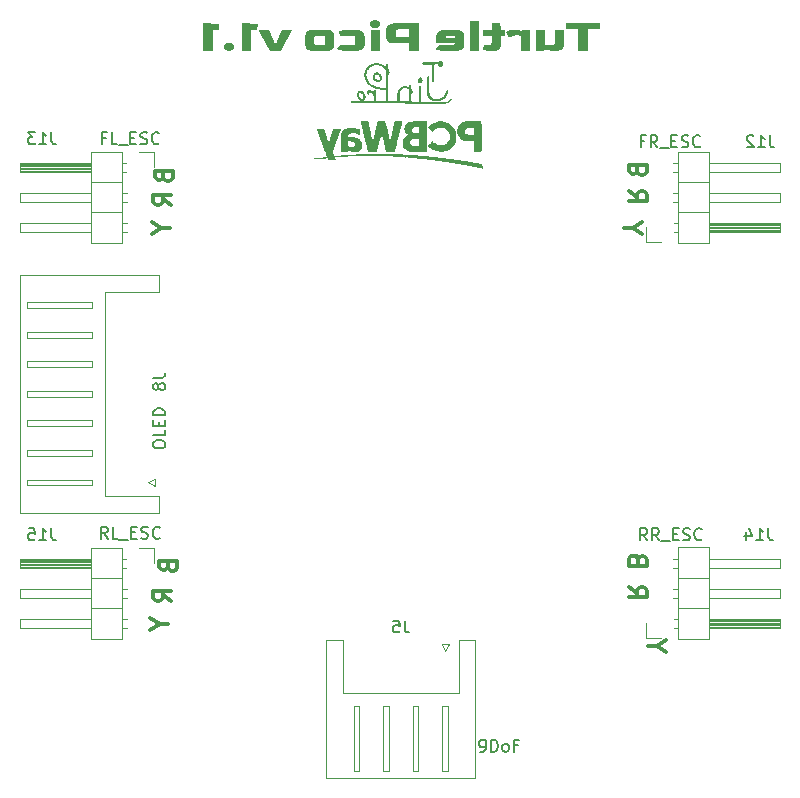
<source format=gbr>
%TF.GenerationSoftware,KiCad,Pcbnew,7.0.10-7.0.10~ubuntu22.04.1*%
%TF.CreationDate,2024-05-07T18:37:12+09:00*%
%TF.ProjectId,TurtlePico,54757274-6c65-4506-9963-6f2e6b696361,rev?*%
%TF.SameCoordinates,Original*%
%TF.FileFunction,Legend,Bot*%
%TF.FilePolarity,Positive*%
%FSLAX46Y46*%
G04 Gerber Fmt 4.6, Leading zero omitted, Abs format (unit mm)*
G04 Created by KiCad (PCBNEW 7.0.10-7.0.10~ubuntu22.04.1) date 2024-05-07 18:37:12*
%MOMM*%
%LPD*%
G01*
G04 APERTURE LIST*
%ADD10C,0.300000*%
%ADD11C,0.150000*%
%ADD12C,0.120000*%
G04 APERTURE END LIST*
D10*
X125451542Y-119458225D02*
X126165828Y-119458225D01*
X124665828Y-118958225D02*
X125451542Y-119458225D01*
X125451542Y-119458225D02*
X124665828Y-119958225D01*
X165172171Y-82789346D02*
X165886457Y-83289346D01*
X165172171Y-83646489D02*
X166672171Y-83646489D01*
X166672171Y-83646489D02*
X166672171Y-83075060D01*
X166672171Y-83075060D02*
X166600742Y-82932203D01*
X166600742Y-82932203D02*
X166529314Y-82860774D01*
X166529314Y-82860774D02*
X166386457Y-82789346D01*
X166386457Y-82789346D02*
X166172171Y-82789346D01*
X166172171Y-82789346D02*
X166029314Y-82860774D01*
X166029314Y-82860774D02*
X165957885Y-82932203D01*
X165957885Y-82932203D02*
X165886457Y-83075060D01*
X165886457Y-83075060D02*
X165886457Y-83646489D01*
X126142114Y-114592510D02*
X126213542Y-114806796D01*
X126213542Y-114806796D02*
X126284971Y-114878225D01*
X126284971Y-114878225D02*
X126427828Y-114949653D01*
X126427828Y-114949653D02*
X126642114Y-114949653D01*
X126642114Y-114949653D02*
X126784971Y-114878225D01*
X126784971Y-114878225D02*
X126856400Y-114806796D01*
X126856400Y-114806796D02*
X126927828Y-114663939D01*
X126927828Y-114663939D02*
X126927828Y-114092510D01*
X126927828Y-114092510D02*
X125427828Y-114092510D01*
X125427828Y-114092510D02*
X125427828Y-114592510D01*
X125427828Y-114592510D02*
X125499257Y-114735368D01*
X125499257Y-114735368D02*
X125570685Y-114806796D01*
X125570685Y-114806796D02*
X125713542Y-114878225D01*
X125713542Y-114878225D02*
X125856400Y-114878225D01*
X125856400Y-114878225D02*
X125999257Y-114806796D01*
X125999257Y-114806796D02*
X126070685Y-114735368D01*
X126070685Y-114735368D02*
X126142114Y-114592510D01*
X126142114Y-114592510D02*
X126142114Y-114092510D01*
X126419828Y-117489653D02*
X125705542Y-116989653D01*
X126419828Y-116632510D02*
X124919828Y-116632510D01*
X124919828Y-116632510D02*
X124919828Y-117203939D01*
X124919828Y-117203939D02*
X124991257Y-117346796D01*
X124991257Y-117346796D02*
X125062685Y-117418225D01*
X125062685Y-117418225D02*
X125205542Y-117489653D01*
X125205542Y-117489653D02*
X125419828Y-117489653D01*
X125419828Y-117489653D02*
X125562685Y-117418225D01*
X125562685Y-117418225D02*
X125634114Y-117346796D01*
X125634114Y-117346796D02*
X125705542Y-117203939D01*
X125705542Y-117203939D02*
X125705542Y-116632510D01*
X167537457Y-121333774D02*
X166823171Y-121333774D01*
X168323171Y-121833774D02*
X167537457Y-121333774D01*
X167537457Y-121333774D02*
X168323171Y-120833774D01*
X126419828Y-83961653D02*
X125705542Y-83461653D01*
X126419828Y-83104510D02*
X124919828Y-83104510D01*
X124919828Y-83104510D02*
X124919828Y-83675939D01*
X124919828Y-83675939D02*
X124991257Y-83818796D01*
X124991257Y-83818796D02*
X125062685Y-83890225D01*
X125062685Y-83890225D02*
X125205542Y-83961653D01*
X125205542Y-83961653D02*
X125419828Y-83961653D01*
X125419828Y-83961653D02*
X125562685Y-83890225D01*
X125562685Y-83890225D02*
X125634114Y-83818796D01*
X125634114Y-83818796D02*
X125705542Y-83675939D01*
X125705542Y-83675939D02*
X125705542Y-83104510D01*
X165505457Y-85900774D02*
X164791171Y-85900774D01*
X166291171Y-86400774D02*
X165505457Y-85900774D01*
X165505457Y-85900774D02*
X166291171Y-85400774D01*
X165893114Y-81064510D02*
X165964542Y-81278796D01*
X165964542Y-81278796D02*
X166035971Y-81350225D01*
X166035971Y-81350225D02*
X166178828Y-81421653D01*
X166178828Y-81421653D02*
X166393114Y-81421653D01*
X166393114Y-81421653D02*
X166535971Y-81350225D01*
X166535971Y-81350225D02*
X166607400Y-81278796D01*
X166607400Y-81278796D02*
X166678828Y-81135939D01*
X166678828Y-81135939D02*
X166678828Y-80564510D01*
X166678828Y-80564510D02*
X165178828Y-80564510D01*
X165178828Y-80564510D02*
X165178828Y-81064510D01*
X165178828Y-81064510D02*
X165250257Y-81207368D01*
X165250257Y-81207368D02*
X165321685Y-81278796D01*
X165321685Y-81278796D02*
X165464542Y-81350225D01*
X165464542Y-81350225D02*
X165607400Y-81350225D01*
X165607400Y-81350225D02*
X165750257Y-81278796D01*
X165750257Y-81278796D02*
X165821685Y-81207368D01*
X165821685Y-81207368D02*
X165893114Y-81064510D01*
X165893114Y-81064510D02*
X165893114Y-80564510D01*
X165957885Y-114007489D02*
X165886457Y-113793203D01*
X165886457Y-113793203D02*
X165815028Y-113721774D01*
X165815028Y-113721774D02*
X165672171Y-113650346D01*
X165672171Y-113650346D02*
X165457885Y-113650346D01*
X165457885Y-113650346D02*
X165315028Y-113721774D01*
X165315028Y-113721774D02*
X165243600Y-113793203D01*
X165243600Y-113793203D02*
X165172171Y-113936060D01*
X165172171Y-113936060D02*
X165172171Y-114507489D01*
X165172171Y-114507489D02*
X166672171Y-114507489D01*
X166672171Y-114507489D02*
X166672171Y-114007489D01*
X166672171Y-114007489D02*
X166600742Y-113864632D01*
X166600742Y-113864632D02*
X166529314Y-113793203D01*
X166529314Y-113793203D02*
X166386457Y-113721774D01*
X166386457Y-113721774D02*
X166243600Y-113721774D01*
X166243600Y-113721774D02*
X166100742Y-113793203D01*
X166100742Y-113793203D02*
X166029314Y-113864632D01*
X166029314Y-113864632D02*
X165957885Y-114007489D01*
X165957885Y-114007489D02*
X165957885Y-114507489D01*
X125578542Y-85930225D02*
X126292828Y-85930225D01*
X124792828Y-85430225D02*
X125578542Y-85930225D01*
X125578542Y-85930225D02*
X124792828Y-86430225D01*
G36*
X161716725Y-70898000D02*
G01*
X161716725Y-69103498D01*
X162721296Y-69103498D01*
X162721296Y-68578279D01*
X159880507Y-68578279D01*
X159880507Y-69103498D01*
X160897534Y-69103498D01*
X160897534Y-70898000D01*
X161716725Y-70898000D01*
G37*
G36*
X159021749Y-70898000D02*
G01*
X159056002Y-70897703D01*
X159089149Y-70896813D01*
X159121191Y-70895331D01*
X159152129Y-70893255D01*
X159181962Y-70890586D01*
X159224640Y-70885471D01*
X159264832Y-70879022D01*
X159302538Y-70871238D01*
X159337759Y-70862120D01*
X159370493Y-70851667D01*
X159400742Y-70839880D01*
X159428505Y-70826759D01*
X159437206Y-70822089D01*
X159462086Y-70807234D01*
X159492735Y-70785895D01*
X159520498Y-70762804D01*
X159545377Y-70737960D01*
X159567370Y-70711363D01*
X159586478Y-70683014D01*
X159602701Y-70652913D01*
X159616039Y-70621059D01*
X159618923Y-70612822D01*
X159629227Y-70579215D01*
X159638157Y-70544733D01*
X159645713Y-70509374D01*
X159650479Y-70482280D01*
X159654472Y-70454693D01*
X159657692Y-70426613D01*
X159660139Y-70398040D01*
X159661813Y-70368975D01*
X159662715Y-70339416D01*
X159662887Y-70319437D01*
X159662887Y-69147267D01*
X158886195Y-69147267D01*
X158886195Y-70248997D01*
X158884417Y-70276863D01*
X158876517Y-70309753D01*
X158862298Y-70337771D01*
X158841759Y-70360916D01*
X158814899Y-70379188D01*
X158781721Y-70392588D01*
X158752689Y-70399440D01*
X158720103Y-70403552D01*
X158683961Y-70404922D01*
X158202559Y-70404922D01*
X158170591Y-70404369D01*
X158140001Y-70402326D01*
X158108832Y-70396796D01*
X158093382Y-70389193D01*
X158081361Y-70362078D01*
X158077514Y-70334595D01*
X158075951Y-70303394D01*
X158075797Y-70287979D01*
X158075797Y-69147267D01*
X157295441Y-69147267D01*
X157295441Y-70898000D01*
X157907269Y-70898000D01*
X158067737Y-70819353D01*
X158099786Y-70825186D01*
X158132738Y-70830886D01*
X158166591Y-70836454D01*
X158201345Y-70841889D01*
X158237001Y-70847193D01*
X158273559Y-70852364D01*
X158311018Y-70857403D01*
X158349379Y-70862310D01*
X158388642Y-70867084D01*
X158428806Y-70871726D01*
X158456083Y-70874748D01*
X158497207Y-70878903D01*
X158538420Y-70882650D01*
X158579724Y-70885988D01*
X158621119Y-70888917D01*
X158662603Y-70891437D01*
X158704177Y-70893549D01*
X158745842Y-70895252D01*
X158787597Y-70896546D01*
X158829442Y-70897432D01*
X158871377Y-70897909D01*
X158899384Y-70898000D01*
X159021749Y-70898000D01*
G37*
G36*
X156804513Y-70898000D02*
G01*
X156804513Y-69147267D01*
X156205141Y-69147267D01*
X156045406Y-69225913D01*
X156020639Y-69211089D01*
X155994882Y-69197222D01*
X155968135Y-69184311D01*
X155940397Y-69172357D01*
X155911669Y-69161358D01*
X155881950Y-69151317D01*
X155851241Y-69142231D01*
X155819542Y-69134102D01*
X155786853Y-69126929D01*
X155753173Y-69120713D01*
X155718503Y-69115453D01*
X155682843Y-69111149D01*
X155646192Y-69107802D01*
X155608551Y-69105411D01*
X155569920Y-69103977D01*
X155530298Y-69103498D01*
X155491175Y-69103865D01*
X155452941Y-69104965D01*
X155415595Y-69106798D01*
X155379138Y-69109365D01*
X155343570Y-69112665D01*
X155308891Y-69116698D01*
X155275100Y-69121464D01*
X155242198Y-69126964D01*
X155210185Y-69133197D01*
X155179060Y-69140164D01*
X155158804Y-69145215D01*
X155129258Y-69153091D01*
X155100793Y-69161075D01*
X155064523Y-69171889D01*
X155030176Y-69182895D01*
X154997753Y-69194094D01*
X154967253Y-69205485D01*
X154938677Y-69217068D01*
X154912024Y-69228844D01*
X154899419Y-69234803D01*
X154870102Y-69248882D01*
X154839740Y-69264013D01*
X154810959Y-69279234D01*
X154784465Y-69294958D01*
X154774855Y-69301824D01*
X154985881Y-69811314D01*
X155011434Y-69795670D01*
X155041458Y-69779878D01*
X155072885Y-69764780D01*
X155103088Y-69751095D01*
X155129879Y-69739427D01*
X155144150Y-69733352D01*
X155173722Y-69720978D01*
X155204554Y-69708818D01*
X155236645Y-69696871D01*
X155269996Y-69685138D01*
X155304606Y-69673619D01*
X155340475Y-69662314D01*
X155377604Y-69651222D01*
X155406277Y-69643044D01*
X155415992Y-69640344D01*
X155445410Y-69632522D01*
X155475137Y-69625470D01*
X155505173Y-69619187D01*
X155535519Y-69613673D01*
X155566173Y-69608928D01*
X155597136Y-69604953D01*
X155628409Y-69601748D01*
X155659991Y-69599311D01*
X155691882Y-69597644D01*
X155724082Y-69596747D01*
X155745720Y-69596576D01*
X155791882Y-69596576D01*
X155827424Y-69597494D01*
X155860318Y-69600249D01*
X155890564Y-69604841D01*
X155923365Y-69612775D01*
X155952354Y-69623353D01*
X155973599Y-69634189D01*
X155998152Y-69654867D01*
X156014398Y-69679310D01*
X156026213Y-69709956D01*
X156032675Y-69740233D01*
X156035629Y-69767557D01*
X156036613Y-69797637D01*
X156036613Y-70898000D01*
X156804513Y-70898000D01*
G37*
G36*
X153757827Y-70898000D02*
G01*
X153797152Y-70897511D01*
X153834890Y-70896044D01*
X153871043Y-70893600D01*
X153905610Y-70890178D01*
X153938591Y-70885778D01*
X153969987Y-70880400D01*
X153999797Y-70874045D01*
X154041539Y-70862679D01*
X154079713Y-70849113D01*
X154114319Y-70833347D01*
X154145358Y-70815381D01*
X154172829Y-70795215D01*
X154196732Y-70772849D01*
X154217814Y-70748290D01*
X154236823Y-70721542D01*
X154253758Y-70692607D01*
X154268619Y-70661484D01*
X154281407Y-70628173D01*
X154292121Y-70592674D01*
X154300761Y-70554987D01*
X154307328Y-70515112D01*
X154310554Y-70487314D01*
X154312858Y-70458543D01*
X154314240Y-70428799D01*
X154314701Y-70398083D01*
X154314701Y-69640344D01*
X154661282Y-69640344D01*
X154661282Y-69147267D01*
X154483961Y-69147267D01*
X154453878Y-69145991D01*
X154422760Y-69141406D01*
X154391912Y-69132264D01*
X154368190Y-69120595D01*
X154345599Y-69101800D01*
X154328108Y-69076189D01*
X154316842Y-69047701D01*
X154311038Y-69022801D01*
X154230437Y-68578279D01*
X153538742Y-68578279D01*
X153538742Y-69147267D01*
X152833857Y-69147267D01*
X152833857Y-69640344D01*
X153538742Y-69640344D01*
X153538742Y-70244894D01*
X153537507Y-70273835D01*
X153532767Y-70304290D01*
X153522745Y-70333924D01*
X153505365Y-70360018D01*
X153488183Y-70374147D01*
X153459424Y-70387611D01*
X153429150Y-70396237D01*
X153399406Y-70401286D01*
X153366158Y-70404171D01*
X153335776Y-70404922D01*
X152913724Y-70404922D01*
X152829460Y-70858334D01*
X152859439Y-70862034D01*
X152893961Y-70865868D01*
X152924850Y-70869031D01*
X152958647Y-70872279D01*
X152995352Y-70875613D01*
X153024789Y-70878170D01*
X153055862Y-70880774D01*
X153088571Y-70883427D01*
X153099837Y-70884322D01*
X153134074Y-70886766D01*
X153168917Y-70888970D01*
X153204365Y-70890934D01*
X153240418Y-70892657D01*
X153277077Y-70894139D01*
X153314341Y-70895382D01*
X153352210Y-70896383D01*
X153390685Y-70897145D01*
X153429765Y-70897666D01*
X153469450Y-70897946D01*
X153496243Y-70898000D01*
X153757827Y-70898000D01*
G37*
G36*
X152460165Y-70898000D02*
G01*
X152460165Y-68732152D01*
X152501931Y-68403205D01*
X151691533Y-68403205D01*
X151691533Y-70898000D01*
X152460165Y-70898000D01*
G37*
G36*
X150563553Y-69147345D02*
G01*
X150597339Y-69147970D01*
X150630106Y-69149220D01*
X150661853Y-69151096D01*
X150692582Y-69153596D01*
X150722292Y-69156722D01*
X150764946Y-69162582D01*
X150805308Y-69169849D01*
X150843377Y-69178522D01*
X150879153Y-69188602D01*
X150912637Y-69200088D01*
X150943828Y-69212981D01*
X150972726Y-69227281D01*
X150999549Y-69242734D01*
X151024787Y-69259089D01*
X151048441Y-69276346D01*
X151070511Y-69294504D01*
X151097473Y-69320117D01*
X151121619Y-69347334D01*
X151142948Y-69376153D01*
X151161461Y-69406575D01*
X151177158Y-69438600D01*
X151180674Y-69446789D01*
X151193622Y-69480053D01*
X151204785Y-69514130D01*
X151214162Y-69549018D01*
X151221752Y-69584719D01*
X151226273Y-69612027D01*
X151229789Y-69639793D01*
X151232301Y-69668015D01*
X151233808Y-69696694D01*
X151234310Y-69725829D01*
X151234310Y-70316018D01*
X151233827Y-70347848D01*
X151232378Y-70378969D01*
X151229963Y-70409381D01*
X151226582Y-70439084D01*
X151222235Y-70468077D01*
X151216922Y-70496362D01*
X151210643Y-70523937D01*
X151203398Y-70550802D01*
X151192236Y-70585520D01*
X151179356Y-70618976D01*
X151168221Y-70642975D01*
X151150790Y-70673440D01*
X151130405Y-70702152D01*
X151107067Y-70729112D01*
X151080774Y-70754319D01*
X151051528Y-70777774D01*
X151027655Y-70794215D01*
X151002121Y-70809671D01*
X150974924Y-70824140D01*
X150955647Y-70833084D01*
X150924853Y-70845418D01*
X150891806Y-70856454D01*
X150856504Y-70866191D01*
X150818948Y-70874630D01*
X150779138Y-70881771D01*
X150737074Y-70887613D01*
X150707779Y-70890787D01*
X150677482Y-70893383D01*
X150646184Y-70895403D01*
X150613884Y-70896845D01*
X150580582Y-70897711D01*
X150546278Y-70898000D01*
X149647220Y-70898000D01*
X149606680Y-70897903D01*
X149567307Y-70897615D01*
X149529102Y-70897134D01*
X149492065Y-70896461D01*
X149456196Y-70895595D01*
X149421494Y-70894537D01*
X149387960Y-70893287D01*
X149355594Y-70891845D01*
X149324396Y-70890210D01*
X149294366Y-70888382D01*
X149251510Y-70885281D01*
X149211281Y-70881747D01*
X149173680Y-70877780D01*
X149138707Y-70873380D01*
X149106000Y-70868679D01*
X149075200Y-70863811D01*
X149046306Y-70858774D01*
X149010745Y-70851796D01*
X148978574Y-70844519D01*
X148949792Y-70836943D01*
X148918579Y-70827052D01*
X148888114Y-70814566D01*
X148875281Y-70808119D01*
X148847231Y-70790573D01*
X148826404Y-70770221D01*
X148816306Y-70742075D01*
X149069098Y-70393296D01*
X149077943Y-70394011D01*
X149116217Y-70396645D01*
X149147957Y-70398382D01*
X149182300Y-70399915D01*
X149219244Y-70401244D01*
X149258790Y-70402368D01*
X149300937Y-70403287D01*
X149330481Y-70403787D01*
X149361181Y-70404195D01*
X149393038Y-70404513D01*
X149426051Y-70404740D01*
X149460220Y-70404877D01*
X149495546Y-70404922D01*
X149531644Y-70404922D01*
X149568131Y-70404922D01*
X149605008Y-70404922D01*
X149642274Y-70404922D01*
X149679930Y-70404922D01*
X149717974Y-70404922D01*
X149756408Y-70404922D01*
X149795232Y-70404922D01*
X149834444Y-70404922D01*
X149874046Y-70404922D01*
X149914037Y-70404922D01*
X149954417Y-70404922D01*
X149995186Y-70404922D01*
X150036345Y-70404922D01*
X150077893Y-70404922D01*
X150119830Y-70404922D01*
X150250989Y-70404922D01*
X150275993Y-70404364D01*
X150310408Y-70401433D01*
X150341114Y-70395989D01*
X150376285Y-70384822D01*
X150404862Y-70369189D01*
X150426844Y-70349090D01*
X150442231Y-70324523D01*
X150451024Y-70295491D01*
X150453222Y-70261991D01*
X150453222Y-70208648D01*
X150442783Y-70208713D01*
X150412705Y-70209434D01*
X150376938Y-70210957D01*
X150344228Y-70212752D01*
X150307878Y-70215060D01*
X150278226Y-70217128D01*
X150246526Y-70219484D01*
X150212779Y-70222128D01*
X150176983Y-70225062D01*
X150138553Y-70227995D01*
X150096904Y-70230640D01*
X150067349Y-70232242D01*
X150036362Y-70233717D01*
X150003945Y-70235063D01*
X149970096Y-70236282D01*
X149934816Y-70237371D01*
X149898105Y-70238333D01*
X149859964Y-70239167D01*
X149820390Y-70239872D01*
X149779386Y-70240449D01*
X149736951Y-70240898D01*
X149693085Y-70241218D01*
X149647787Y-70241411D01*
X149601058Y-70241475D01*
X148862468Y-70241475D01*
X148862468Y-69847560D01*
X149642824Y-69847560D01*
X150453222Y-69847560D01*
X150453222Y-69793533D01*
X150451444Y-69766157D01*
X150443545Y-69733843D01*
X150429325Y-69706317D01*
X150408786Y-69683578D01*
X150381927Y-69665626D01*
X150348748Y-69652462D01*
X150319716Y-69645730D01*
X150287130Y-69641691D01*
X150250989Y-69640344D01*
X150006257Y-69640344D01*
X149973119Y-69640410D01*
X149941849Y-69640609D01*
X149912446Y-69640939D01*
X149876147Y-69641586D01*
X149843169Y-69642467D01*
X149813510Y-69643584D01*
X149781106Y-69645310D01*
X149749070Y-69647867D01*
X149744367Y-69648360D01*
X149711074Y-69653938D01*
X149680276Y-69664997D01*
X149658211Y-69686164D01*
X149651479Y-69704415D01*
X149646205Y-69731794D01*
X149643560Y-69762216D01*
X149642824Y-69793533D01*
X149642824Y-69847560D01*
X148862468Y-69847560D01*
X148862468Y-69734036D01*
X148862723Y-69712400D01*
X148864060Y-69680558D01*
X148866544Y-69649448D01*
X148870174Y-69619072D01*
X148874950Y-69589430D01*
X148880873Y-69560521D01*
X148887942Y-69532345D01*
X148896157Y-69504902D01*
X148905519Y-69478193D01*
X148916027Y-69452216D01*
X148927681Y-69426974D01*
X148931865Y-69418698D01*
X148950761Y-69386769D01*
X148967202Y-69364057D01*
X148985589Y-69342402D01*
X149005920Y-69321806D01*
X149028196Y-69302267D01*
X149052417Y-69283786D01*
X149078582Y-69266363D01*
X149106693Y-69249998D01*
X149136748Y-69234691D01*
X149168749Y-69220442D01*
X149202936Y-69207365D01*
X149239829Y-69195574D01*
X149279426Y-69185069D01*
X149321729Y-69175851D01*
X149351433Y-69170420D01*
X149382339Y-69165561D01*
X149414447Y-69161273D01*
X149447758Y-69157557D01*
X149482271Y-69154413D01*
X149517985Y-69151840D01*
X149554902Y-69149839D01*
X149593021Y-69148410D01*
X149632343Y-69147553D01*
X149672866Y-69147267D01*
X150546278Y-69147267D01*
X150563553Y-69147345D01*
G37*
G36*
X147358176Y-68887392D02*
G01*
X147358176Y-70898000D01*
X146534590Y-70898000D01*
X146534590Y-70266094D01*
X146512271Y-70269516D01*
X146479326Y-70273556D01*
X146442742Y-70276996D01*
X146412914Y-70279184D01*
X146381038Y-70281036D01*
X146347114Y-70282550D01*
X146311142Y-70283728D01*
X146273123Y-70284570D01*
X146233055Y-70285075D01*
X146190940Y-70285243D01*
X146176525Y-70285243D01*
X146132860Y-70285243D01*
X146103399Y-70285243D01*
X146073657Y-70285243D01*
X146043636Y-70285243D01*
X146013333Y-70285243D01*
X145982750Y-70285243D01*
X145951887Y-70285243D01*
X145920743Y-70285243D01*
X145889319Y-70285243D01*
X145857614Y-70285243D01*
X145825629Y-70285243D01*
X145793363Y-70285243D01*
X145760817Y-70285243D01*
X145727990Y-70285243D01*
X145694883Y-70285243D01*
X145403989Y-70285243D01*
X145363377Y-70284869D01*
X145323973Y-70283747D01*
X145285777Y-70281877D01*
X145248788Y-70279259D01*
X145213008Y-70275893D01*
X145178435Y-70271779D01*
X145145070Y-70266917D01*
X145112913Y-70261307D01*
X145081964Y-70254949D01*
X145052222Y-70247843D01*
X145009875Y-70235782D01*
X144970246Y-70222038D01*
X144933334Y-70206610D01*
X144899139Y-70189500D01*
X144877678Y-70177206D01*
X144847097Y-70157864D01*
X144818448Y-70137439D01*
X144791730Y-70115933D01*
X144766945Y-70093345D01*
X144744091Y-70069675D01*
X144723170Y-70044923D01*
X144704181Y-70019090D01*
X144687123Y-69992174D01*
X144671998Y-69964176D01*
X144658804Y-69935096D01*
X144650908Y-69915149D01*
X144640018Y-69884797D01*
X144630274Y-69853928D01*
X144621676Y-69822543D01*
X144614225Y-69790640D01*
X144607921Y-69758221D01*
X144602762Y-69725284D01*
X144598750Y-69691831D01*
X144595884Y-69657861D01*
X144594165Y-69623373D01*
X144593592Y-69588369D01*
X144593592Y-69537078D01*
X145412049Y-69537078D01*
X145412908Y-69565470D01*
X145416396Y-69598105D01*
X145422568Y-69627567D01*
X145433516Y-69658734D01*
X145448328Y-69685333D01*
X145467004Y-69707364D01*
X145474203Y-69713741D01*
X145499748Y-69730403D01*
X145531218Y-69743362D01*
X145561969Y-69751332D01*
X145596834Y-69756732D01*
X145627689Y-69759200D01*
X145661177Y-69760023D01*
X146534590Y-69760023D01*
X146534590Y-69103498D01*
X145656781Y-69103498D01*
X145639192Y-69103712D01*
X145606197Y-69105422D01*
X145576109Y-69108841D01*
X145542589Y-69115520D01*
X145513612Y-69124870D01*
X145484839Y-69139616D01*
X145462608Y-69158209D01*
X145459497Y-69161690D01*
X145442908Y-69185155D01*
X145429873Y-69213045D01*
X145421727Y-69239665D01*
X145416049Y-69269358D01*
X145412839Y-69302123D01*
X145412049Y-69330547D01*
X145412049Y-69537078D01*
X144593592Y-69537078D01*
X144593592Y-69279256D01*
X144594027Y-69244250D01*
X144595332Y-69209671D01*
X144597507Y-69175520D01*
X144600553Y-69141796D01*
X144604468Y-69108499D01*
X144609254Y-69075630D01*
X144614909Y-69043189D01*
X144621435Y-69011175D01*
X144629140Y-68979866D01*
X144638700Y-68949540D01*
X144650115Y-68920197D01*
X144663384Y-68891838D01*
X144678508Y-68864461D01*
X144695487Y-68838068D01*
X144714320Y-68812657D01*
X144735008Y-68788230D01*
X144740494Y-68782242D01*
X144764085Y-68759065D01*
X144790308Y-68737127D01*
X144819165Y-68716429D01*
X144850656Y-68696971D01*
X144876001Y-68683190D01*
X144902828Y-68670107D01*
X144931136Y-68657721D01*
X144960925Y-68646032D01*
X144992196Y-68635041D01*
X145025192Y-68624897D01*
X145060159Y-68615750D01*
X145097097Y-68607602D01*
X145136005Y-68600451D01*
X145176884Y-68594298D01*
X145219734Y-68589143D01*
X145249395Y-68586261D01*
X145279932Y-68583822D01*
X145311345Y-68581826D01*
X145343634Y-68580274D01*
X145376798Y-68579166D01*
X145410839Y-68578500D01*
X145445755Y-68578279D01*
X147399942Y-68578279D01*
X147358176Y-68887392D01*
G37*
G36*
X143679146Y-68972193D02*
G01*
X143730698Y-68970903D01*
X143778923Y-68967032D01*
X143823823Y-68960581D01*
X143865397Y-68951549D01*
X143903645Y-68939936D01*
X143938567Y-68925743D01*
X143970163Y-68908969D01*
X143998433Y-68889615D01*
X144023377Y-68867680D01*
X144044995Y-68843165D01*
X144063288Y-68816069D01*
X144078254Y-68786392D01*
X144089895Y-68754135D01*
X144098210Y-68719297D01*
X144103199Y-68681878D01*
X144104862Y-68641879D01*
X144103921Y-68608378D01*
X144101101Y-68576860D01*
X144096400Y-68547326D01*
X144089818Y-68519775D01*
X144078117Y-68486126D01*
X144063073Y-68456003D01*
X144044686Y-68429407D01*
X144022956Y-68406336D01*
X143997883Y-68386792D01*
X143969341Y-68370123D01*
X143937571Y-68355676D01*
X143902571Y-68343451D01*
X143874203Y-68335742D01*
X143844019Y-68329282D01*
X143812019Y-68324073D01*
X143778202Y-68320114D01*
X143742570Y-68317405D01*
X143705121Y-68315947D01*
X143679146Y-68315669D01*
X143638169Y-68316294D01*
X143599316Y-68318169D01*
X143562589Y-68321295D01*
X143527987Y-68325670D01*
X143495510Y-68331296D01*
X143465158Y-68338173D01*
X143436932Y-68346299D01*
X143402602Y-68359079D01*
X143372051Y-68374082D01*
X143351617Y-68386792D01*
X143327402Y-68406336D01*
X143306417Y-68429407D01*
X143288659Y-68456003D01*
X143274131Y-68486126D01*
X143262831Y-68519775D01*
X143256474Y-68547326D01*
X143251934Y-68576860D01*
X143249210Y-68608378D01*
X143248302Y-68641879D01*
X143249985Y-68681878D01*
X143255034Y-68719297D01*
X143263449Y-68754135D01*
X143275230Y-68786392D01*
X143290377Y-68816069D01*
X143308889Y-68843165D01*
X143330768Y-68867680D01*
X143356013Y-68889615D01*
X143384624Y-68908969D01*
X143416601Y-68925743D01*
X143451943Y-68939936D01*
X143490652Y-68951549D01*
X143532727Y-68960581D01*
X143578167Y-68967032D01*
X143626974Y-68970903D01*
X143679146Y-68972193D01*
G37*
G36*
X144067493Y-70898000D02*
G01*
X144067493Y-69147267D01*
X143298860Y-69147267D01*
X143298860Y-70898000D01*
X144067493Y-70898000D01*
G37*
G36*
X142105245Y-70898000D02*
G01*
X142139549Y-70897711D01*
X142172851Y-70896845D01*
X142205151Y-70895403D01*
X142236450Y-70893383D01*
X142266746Y-70890787D01*
X142296041Y-70887613D01*
X142338105Y-70881771D01*
X142377915Y-70874630D01*
X142415471Y-70866191D01*
X142450773Y-70856454D01*
X142483821Y-70845418D01*
X142514615Y-70833084D01*
X142533892Y-70824140D01*
X142561088Y-70809671D01*
X142586622Y-70794215D01*
X142610495Y-70777774D01*
X142639742Y-70754319D01*
X142666034Y-70729112D01*
X142689373Y-70702152D01*
X142709757Y-70673440D01*
X142727188Y-70642975D01*
X142738323Y-70618976D01*
X142751203Y-70585520D01*
X142762366Y-70550802D01*
X142769611Y-70523937D01*
X142775890Y-70496362D01*
X142781203Y-70468077D01*
X142785550Y-70439084D01*
X142788931Y-70409381D01*
X142791346Y-70378969D01*
X142792795Y-70347848D01*
X142793278Y-70316018D01*
X142793278Y-69725829D01*
X142792775Y-69696694D01*
X142791268Y-69668015D01*
X142788757Y-69639793D01*
X142785240Y-69612027D01*
X142780720Y-69584719D01*
X142773129Y-69549018D01*
X142763752Y-69514130D01*
X142752590Y-69480053D01*
X142739641Y-69446789D01*
X142736125Y-69438600D01*
X142720428Y-69406575D01*
X142701915Y-69376153D01*
X142680586Y-69347334D01*
X142656441Y-69320117D01*
X142629478Y-69294504D01*
X142607409Y-69276346D01*
X142583754Y-69259089D01*
X142558516Y-69242734D01*
X142531693Y-69227281D01*
X142502795Y-69212981D01*
X142471604Y-69200088D01*
X142438120Y-69188602D01*
X142402344Y-69178522D01*
X142364275Y-69169849D01*
X142323913Y-69162582D01*
X142281259Y-69156722D01*
X142251549Y-69153596D01*
X142220821Y-69151096D01*
X142189073Y-69149220D01*
X142156306Y-69147970D01*
X142122520Y-69147345D01*
X142105245Y-69147267D01*
X141565225Y-69147267D01*
X141535114Y-69147306D01*
X141505507Y-69147422D01*
X141447805Y-69147887D01*
X141392117Y-69148661D01*
X141338445Y-69149746D01*
X141286788Y-69151140D01*
X141237145Y-69152845D01*
X141189518Y-69154859D01*
X141143906Y-69157183D01*
X141100308Y-69159817D01*
X141058726Y-69162761D01*
X141019159Y-69166015D01*
X140981606Y-69169578D01*
X140946069Y-69173452D01*
X140912547Y-69177635D01*
X140881039Y-69182129D01*
X140851547Y-69186932D01*
X140810565Y-69194241D01*
X140773073Y-69201550D01*
X140739072Y-69208859D01*
X140708562Y-69216168D01*
X140673311Y-69225913D01*
X140644265Y-69235658D01*
X140616684Y-69247840D01*
X140594359Y-69264894D01*
X140721121Y-69680693D01*
X140752334Y-69677945D01*
X140782353Y-69675482D01*
X140816860Y-69672784D01*
X140855855Y-69669851D01*
X140888046Y-69667496D01*
X140922762Y-69665010D01*
X140960002Y-69662391D01*
X140999767Y-69659640D01*
X141042056Y-69656757D01*
X141085889Y-69653824D01*
X141115576Y-69652029D01*
X141145635Y-69650362D01*
X141176066Y-69648823D01*
X141206869Y-69647413D01*
X141238045Y-69646130D01*
X141269592Y-69644976D01*
X141301512Y-69643951D01*
X141333803Y-69643053D01*
X141366467Y-69642284D01*
X141399503Y-69641643D01*
X141432911Y-69641130D01*
X141466690Y-69640745D01*
X141500842Y-69640488D01*
X141535367Y-69640360D01*
X141552768Y-69640344D01*
X141809956Y-69640344D01*
X141842746Y-69641296D01*
X141872424Y-69644151D01*
X141903928Y-69650090D01*
X141935018Y-69660482D01*
X141963080Y-69676927D01*
X141966027Y-69679325D01*
X141986223Y-69701252D01*
X142000648Y-69728052D01*
X142008537Y-69755499D01*
X142012009Y-69786676D01*
X142012189Y-69796269D01*
X142012189Y-70248997D01*
X142010721Y-70276863D01*
X142005296Y-70305908D01*
X141994202Y-70334535D01*
X141977887Y-70358289D01*
X141970423Y-70365941D01*
X141944457Y-70382995D01*
X141913998Y-70393921D01*
X141882142Y-70400316D01*
X141851541Y-70403552D01*
X141817255Y-70404884D01*
X141809956Y-70404922D01*
X141594534Y-70404922D01*
X141555854Y-70404922D01*
X141517849Y-70404922D01*
X141480520Y-70404922D01*
X141443866Y-70404922D01*
X141407888Y-70404922D01*
X141372586Y-70404922D01*
X141337958Y-70404922D01*
X141304007Y-70404922D01*
X141270731Y-70404922D01*
X141238130Y-70404922D01*
X141206205Y-70404922D01*
X141174955Y-70404922D01*
X141144381Y-70404922D01*
X141114482Y-70404922D01*
X141070900Y-70404922D01*
X141056711Y-70404922D01*
X141015452Y-70404820D01*
X140976305Y-70404513D01*
X140939271Y-70404002D01*
X140904349Y-70403287D01*
X140871540Y-70402368D01*
X140840842Y-70401244D01*
X140803198Y-70399427D01*
X140769310Y-70397247D01*
X140739176Y-70394704D01*
X140725518Y-70393296D01*
X140471994Y-70742075D01*
X140485045Y-70768618D01*
X140511964Y-70788357D01*
X140538068Y-70801436D01*
X140570697Y-70814451D01*
X140599452Y-70824171D01*
X140631877Y-70833854D01*
X140667973Y-70843501D01*
X140680821Y-70846709D01*
X140721780Y-70855875D01*
X140751089Y-70861485D01*
X140782001Y-70866694D01*
X140814516Y-70871502D01*
X140848633Y-70875910D01*
X140884354Y-70879917D01*
X140921677Y-70883524D01*
X140960603Y-70886730D01*
X141001132Y-70889534D01*
X141043264Y-70891939D01*
X141086999Y-70893942D01*
X141132337Y-70895545D01*
X141179277Y-70896747D01*
X141227820Y-70897549D01*
X141277966Y-70897949D01*
X141303640Y-70898000D01*
X142105245Y-70898000D01*
G37*
G36*
X139603389Y-69147342D02*
G01*
X139637089Y-69147940D01*
X139669684Y-69149137D01*
X139701174Y-69150932D01*
X139731559Y-69153326D01*
X139760840Y-69156317D01*
X139802689Y-69161927D01*
X139842052Y-69168884D01*
X139878930Y-69177187D01*
X139913322Y-69186836D01*
X139945228Y-69197831D01*
X139974648Y-69210173D01*
X140001582Y-69223861D01*
X140034429Y-69243705D01*
X140064459Y-69265279D01*
X140091673Y-69288584D01*
X140116071Y-69313621D01*
X140137652Y-69340388D01*
X140156417Y-69368887D01*
X140172365Y-69399116D01*
X140185497Y-69431077D01*
X140193746Y-69455863D01*
X140203484Y-69489827D01*
X140211778Y-69524839D01*
X140217053Y-69551784D01*
X140221516Y-69579319D01*
X140225167Y-69607443D01*
X140228007Y-69636156D01*
X140230036Y-69665458D01*
X140231253Y-69695349D01*
X140231659Y-69725829D01*
X140231659Y-70316018D01*
X140231272Y-70347848D01*
X140230113Y-70378969D01*
X140228181Y-70409381D01*
X140225476Y-70439084D01*
X140221999Y-70468077D01*
X140217748Y-70496362D01*
X140212725Y-70523937D01*
X140206929Y-70550802D01*
X140197999Y-70585520D01*
X140187695Y-70618976D01*
X140184809Y-70627086D01*
X140171420Y-70658426D01*
X140155076Y-70688015D01*
X140135779Y-70715851D01*
X140113528Y-70741935D01*
X140088324Y-70766266D01*
X140060165Y-70788845D01*
X140029053Y-70809671D01*
X140003780Y-70824140D01*
X139994943Y-70828685D01*
X139966800Y-70841451D01*
X139936210Y-70852920D01*
X139903173Y-70863090D01*
X139867689Y-70871961D01*
X139829757Y-70879535D01*
X139789378Y-70885810D01*
X139746552Y-70890787D01*
X139716642Y-70893383D01*
X139685644Y-70895403D01*
X139653559Y-70896845D01*
X139620386Y-70897711D01*
X139586125Y-70898000D01*
X138412294Y-70898000D01*
X138395029Y-70897927D01*
X138361330Y-70897350D01*
X138328735Y-70896196D01*
X138297245Y-70894465D01*
X138266859Y-70892157D01*
X138237579Y-70889272D01*
X138195729Y-70883862D01*
X138156366Y-70877155D01*
X138119488Y-70869148D01*
X138085097Y-70859844D01*
X138053191Y-70849241D01*
X138023771Y-70837340D01*
X137996837Y-70824140D01*
X137964035Y-70804629D01*
X137934142Y-70783364D01*
X137907157Y-70760347D01*
X137883080Y-70735578D01*
X137861911Y-70709056D01*
X137843650Y-70680782D01*
X137828298Y-70650756D01*
X137815853Y-70618976D01*
X137805377Y-70585520D01*
X137796298Y-70550802D01*
X137790405Y-70523937D01*
X137785298Y-70496362D01*
X137780977Y-70468077D01*
X137777442Y-70439084D01*
X137774692Y-70409381D01*
X137772728Y-70378969D01*
X137771549Y-70347848D01*
X137771156Y-70316018D01*
X137771156Y-70248997D01*
X138547848Y-70248997D01*
X138548840Y-70276863D01*
X138555813Y-70309753D01*
X138569242Y-70337771D01*
X138589129Y-70360916D01*
X138615473Y-70379188D01*
X138648274Y-70392588D01*
X138677112Y-70399440D01*
X138709582Y-70403552D01*
X138745685Y-70404922D01*
X139248337Y-70404922D01*
X139284446Y-70403552D01*
X139316936Y-70399440D01*
X139345806Y-70392588D01*
X139378670Y-70379188D01*
X139405100Y-70360916D01*
X139425095Y-70337771D01*
X139438657Y-70309753D01*
X139445784Y-70276863D01*
X139446906Y-70248997D01*
X139446906Y-69796269D01*
X139446726Y-69786676D01*
X139443255Y-69755499D01*
X139435366Y-69728052D01*
X139420940Y-69701252D01*
X139400744Y-69679325D01*
X139394636Y-69674605D01*
X139369382Y-69660482D01*
X139338096Y-69650090D01*
X139306480Y-69644151D01*
X139276749Y-69641296D01*
X139243941Y-69640344D01*
X138745685Y-69640344D01*
X138713160Y-69641296D01*
X138678332Y-69644950D01*
X138648090Y-69651346D01*
X138618603Y-69662271D01*
X138592545Y-69679325D01*
X138584557Y-69686977D01*
X138567098Y-69710731D01*
X138555225Y-69739358D01*
X138549420Y-69768403D01*
X138547848Y-69796269D01*
X138547848Y-70248997D01*
X137771156Y-70248997D01*
X137771156Y-69725829D01*
X137771331Y-69705444D01*
X137772247Y-69675356D01*
X137773950Y-69645858D01*
X137776438Y-69616949D01*
X137779711Y-69588628D01*
X137783771Y-69560897D01*
X137788616Y-69533755D01*
X137796298Y-69498482D01*
X137805377Y-69464256D01*
X137815853Y-69431077D01*
X137818691Y-69422924D01*
X137831863Y-69391397D01*
X137847943Y-69361600D01*
X137866931Y-69333534D01*
X137888827Y-69307199D01*
X137913631Y-69282596D01*
X137941343Y-69259723D01*
X137971963Y-69238581D01*
X137996837Y-69223861D01*
X138005538Y-69219149D01*
X138033301Y-69205909D01*
X138063550Y-69194016D01*
X138096284Y-69183470D01*
X138131505Y-69174269D01*
X138169211Y-69166415D01*
X138209403Y-69159908D01*
X138252081Y-69154747D01*
X138281914Y-69152054D01*
X138312851Y-69149960D01*
X138344894Y-69148464D01*
X138378041Y-69147566D01*
X138412294Y-69147267D01*
X139586125Y-69147267D01*
X139603389Y-69147342D01*
G37*
G36*
X135694603Y-70898000D02*
G01*
X136610514Y-69147267D01*
X135762747Y-69147267D01*
X135361212Y-70119060D01*
X135252035Y-70404922D01*
X135209537Y-70404922D01*
X135099628Y-70119060D01*
X134694429Y-69147267D01*
X133854722Y-69147267D01*
X133922133Y-69385941D01*
X134762573Y-70898000D01*
X135694603Y-70898000D01*
G37*
G36*
X133206990Y-70898000D02*
G01*
X133206990Y-69130854D01*
X133713305Y-69165732D01*
X133743347Y-68677441D01*
X132396592Y-68560498D01*
X132396592Y-70898000D01*
X133206990Y-70898000D01*
G37*
G36*
X131304827Y-70898000D02*
G01*
X131356467Y-70896709D01*
X131404776Y-70892838D01*
X131449752Y-70886387D01*
X131491398Y-70877355D01*
X131529711Y-70865742D01*
X131564694Y-70851549D01*
X131596344Y-70834775D01*
X131624663Y-70815421D01*
X131649650Y-70793486D01*
X131671306Y-70768971D01*
X131689629Y-70741875D01*
X131704622Y-70712198D01*
X131716282Y-70679941D01*
X131724612Y-70645103D01*
X131729609Y-70607684D01*
X131731275Y-70567685D01*
X131730328Y-70534184D01*
X131727488Y-70502666D01*
X131722755Y-70473132D01*
X131716128Y-70445581D01*
X131704347Y-70411932D01*
X131689200Y-70381809D01*
X131670687Y-70355213D01*
X131648808Y-70332142D01*
X131623564Y-70312598D01*
X131595022Y-70295929D01*
X131563251Y-70281482D01*
X131528252Y-70269257D01*
X131499884Y-70261548D01*
X131469699Y-70255088D01*
X131437699Y-70249879D01*
X131403883Y-70245920D01*
X131368250Y-70243211D01*
X131330801Y-70241753D01*
X131304827Y-70241475D01*
X131263980Y-70242100D01*
X131225246Y-70243975D01*
X131188623Y-70247101D01*
X131154114Y-70251476D01*
X131121716Y-70257102D01*
X131091431Y-70263979D01*
X131063258Y-70272105D01*
X131028980Y-70284885D01*
X130998458Y-70299888D01*
X130978030Y-70312598D01*
X130953815Y-70332142D01*
X130932830Y-70355213D01*
X130915072Y-70381809D01*
X130900544Y-70411932D01*
X130889244Y-70445581D01*
X130882887Y-70473132D01*
X130878347Y-70502666D01*
X130875623Y-70534184D01*
X130874715Y-70567685D01*
X130876395Y-70607684D01*
X130881436Y-70645103D01*
X130889836Y-70679941D01*
X130901597Y-70712198D01*
X130916718Y-70741875D01*
X130935200Y-70768971D01*
X130957041Y-70793486D01*
X130982243Y-70815421D01*
X131010805Y-70834775D01*
X131042727Y-70851549D01*
X131078010Y-70865742D01*
X131116653Y-70877355D01*
X131158656Y-70886387D01*
X131204019Y-70892838D01*
X131252743Y-70896709D01*
X131304827Y-70898000D01*
G37*
G36*
X129924366Y-70898000D02*
G01*
X129924366Y-69130854D01*
X130430682Y-69165732D01*
X130460723Y-68677441D01*
X129113968Y-68560498D01*
X129113968Y-70898000D01*
X129924366Y-70898000D01*
G37*
X125761114Y-81572510D02*
X125832542Y-81786796D01*
X125832542Y-81786796D02*
X125903971Y-81858225D01*
X125903971Y-81858225D02*
X126046828Y-81929653D01*
X126046828Y-81929653D02*
X126261114Y-81929653D01*
X126261114Y-81929653D02*
X126403971Y-81858225D01*
X126403971Y-81858225D02*
X126475400Y-81786796D01*
X126475400Y-81786796D02*
X126546828Y-81643939D01*
X126546828Y-81643939D02*
X126546828Y-81072510D01*
X126546828Y-81072510D02*
X125046828Y-81072510D01*
X125046828Y-81072510D02*
X125046828Y-81572510D01*
X125046828Y-81572510D02*
X125118257Y-81715368D01*
X125118257Y-81715368D02*
X125189685Y-81786796D01*
X125189685Y-81786796D02*
X125332542Y-81858225D01*
X125332542Y-81858225D02*
X125475400Y-81858225D01*
X125475400Y-81858225D02*
X125618257Y-81786796D01*
X125618257Y-81786796D02*
X125689685Y-81715368D01*
X125689685Y-81715368D02*
X125761114Y-81572510D01*
X125761114Y-81572510D02*
X125761114Y-81072510D01*
X165172171Y-116317346D02*
X165886457Y-116817346D01*
X165172171Y-117174489D02*
X166672171Y-117174489D01*
X166672171Y-117174489D02*
X166672171Y-116603060D01*
X166672171Y-116603060D02*
X166600742Y-116460203D01*
X166600742Y-116460203D02*
X166529314Y-116388774D01*
X166529314Y-116388774D02*
X166386457Y-116317346D01*
X166386457Y-116317346D02*
X166172171Y-116317346D01*
X166172171Y-116317346D02*
X166029314Y-116388774D01*
X166029314Y-116388774D02*
X165957885Y-116460203D01*
X165957885Y-116460203D02*
X165886457Y-116603060D01*
X165886457Y-116603060D02*
X165886457Y-117174489D01*
D11*
X176958523Y-111341819D02*
X176958523Y-112056104D01*
X176958523Y-112056104D02*
X177006142Y-112198961D01*
X177006142Y-112198961D02*
X177101380Y-112294200D01*
X177101380Y-112294200D02*
X177244237Y-112341819D01*
X177244237Y-112341819D02*
X177339475Y-112341819D01*
X175958523Y-112341819D02*
X176529951Y-112341819D01*
X176244237Y-112341819D02*
X176244237Y-111341819D01*
X176244237Y-111341819D02*
X176339475Y-111484676D01*
X176339475Y-111484676D02*
X176434713Y-111579914D01*
X176434713Y-111579914D02*
X176529951Y-111627533D01*
X175101380Y-111675152D02*
X175101380Y-112341819D01*
X175339475Y-111294200D02*
X175577570Y-112008485D01*
X175577570Y-112008485D02*
X174958523Y-112008485D01*
X166712999Y-112341819D02*
X166379666Y-111865628D01*
X166141571Y-112341819D02*
X166141571Y-111341819D01*
X166141571Y-111341819D02*
X166522523Y-111341819D01*
X166522523Y-111341819D02*
X166617761Y-111389438D01*
X166617761Y-111389438D02*
X166665380Y-111437057D01*
X166665380Y-111437057D02*
X166712999Y-111532295D01*
X166712999Y-111532295D02*
X166712999Y-111675152D01*
X166712999Y-111675152D02*
X166665380Y-111770390D01*
X166665380Y-111770390D02*
X166617761Y-111818009D01*
X166617761Y-111818009D02*
X166522523Y-111865628D01*
X166522523Y-111865628D02*
X166141571Y-111865628D01*
X167712999Y-112341819D02*
X167379666Y-111865628D01*
X167141571Y-112341819D02*
X167141571Y-111341819D01*
X167141571Y-111341819D02*
X167522523Y-111341819D01*
X167522523Y-111341819D02*
X167617761Y-111389438D01*
X167617761Y-111389438D02*
X167665380Y-111437057D01*
X167665380Y-111437057D02*
X167712999Y-111532295D01*
X167712999Y-111532295D02*
X167712999Y-111675152D01*
X167712999Y-111675152D02*
X167665380Y-111770390D01*
X167665380Y-111770390D02*
X167617761Y-111818009D01*
X167617761Y-111818009D02*
X167522523Y-111865628D01*
X167522523Y-111865628D02*
X167141571Y-111865628D01*
X167903476Y-112437057D02*
X168665380Y-112437057D01*
X168903476Y-111818009D02*
X169236809Y-111818009D01*
X169379666Y-112341819D02*
X168903476Y-112341819D01*
X168903476Y-112341819D02*
X168903476Y-111341819D01*
X168903476Y-111341819D02*
X169379666Y-111341819D01*
X169760619Y-112294200D02*
X169903476Y-112341819D01*
X169903476Y-112341819D02*
X170141571Y-112341819D01*
X170141571Y-112341819D02*
X170236809Y-112294200D01*
X170236809Y-112294200D02*
X170284428Y-112246580D01*
X170284428Y-112246580D02*
X170332047Y-112151342D01*
X170332047Y-112151342D02*
X170332047Y-112056104D01*
X170332047Y-112056104D02*
X170284428Y-111960866D01*
X170284428Y-111960866D02*
X170236809Y-111913247D01*
X170236809Y-111913247D02*
X170141571Y-111865628D01*
X170141571Y-111865628D02*
X169951095Y-111818009D01*
X169951095Y-111818009D02*
X169855857Y-111770390D01*
X169855857Y-111770390D02*
X169808238Y-111722771D01*
X169808238Y-111722771D02*
X169760619Y-111627533D01*
X169760619Y-111627533D02*
X169760619Y-111532295D01*
X169760619Y-111532295D02*
X169808238Y-111437057D01*
X169808238Y-111437057D02*
X169855857Y-111389438D01*
X169855857Y-111389438D02*
X169951095Y-111341819D01*
X169951095Y-111341819D02*
X170189190Y-111341819D01*
X170189190Y-111341819D02*
X170332047Y-111389438D01*
X171332047Y-112246580D02*
X171284428Y-112294200D01*
X171284428Y-112294200D02*
X171141571Y-112341819D01*
X171141571Y-112341819D02*
X171046333Y-112341819D01*
X171046333Y-112341819D02*
X170903476Y-112294200D01*
X170903476Y-112294200D02*
X170808238Y-112198961D01*
X170808238Y-112198961D02*
X170760619Y-112103723D01*
X170760619Y-112103723D02*
X170713000Y-111913247D01*
X170713000Y-111913247D02*
X170713000Y-111770390D01*
X170713000Y-111770390D02*
X170760619Y-111579914D01*
X170760619Y-111579914D02*
X170808238Y-111484676D01*
X170808238Y-111484676D02*
X170903476Y-111389438D01*
X170903476Y-111389438D02*
X171046333Y-111341819D01*
X171046333Y-111341819D02*
X171141571Y-111341819D01*
X171141571Y-111341819D02*
X171284428Y-111389438D01*
X171284428Y-111389438D02*
X171332047Y-111437057D01*
X124909819Y-98606666D02*
X125624104Y-98606666D01*
X125624104Y-98606666D02*
X125766961Y-98559047D01*
X125766961Y-98559047D02*
X125862200Y-98463809D01*
X125862200Y-98463809D02*
X125909819Y-98320952D01*
X125909819Y-98320952D02*
X125909819Y-98225714D01*
X125338390Y-99225714D02*
X125290771Y-99130476D01*
X125290771Y-99130476D02*
X125243152Y-99082857D01*
X125243152Y-99082857D02*
X125147914Y-99035238D01*
X125147914Y-99035238D02*
X125100295Y-99035238D01*
X125100295Y-99035238D02*
X125005057Y-99082857D01*
X125005057Y-99082857D02*
X124957438Y-99130476D01*
X124957438Y-99130476D02*
X124909819Y-99225714D01*
X124909819Y-99225714D02*
X124909819Y-99416190D01*
X124909819Y-99416190D02*
X124957438Y-99511428D01*
X124957438Y-99511428D02*
X125005057Y-99559047D01*
X125005057Y-99559047D02*
X125100295Y-99606666D01*
X125100295Y-99606666D02*
X125147914Y-99606666D01*
X125147914Y-99606666D02*
X125243152Y-99559047D01*
X125243152Y-99559047D02*
X125290771Y-99511428D01*
X125290771Y-99511428D02*
X125338390Y-99416190D01*
X125338390Y-99416190D02*
X125338390Y-99225714D01*
X125338390Y-99225714D02*
X125386009Y-99130476D01*
X125386009Y-99130476D02*
X125433628Y-99082857D01*
X125433628Y-99082857D02*
X125528866Y-99035238D01*
X125528866Y-99035238D02*
X125719342Y-99035238D01*
X125719342Y-99035238D02*
X125814580Y-99082857D01*
X125814580Y-99082857D02*
X125862200Y-99130476D01*
X125862200Y-99130476D02*
X125909819Y-99225714D01*
X125909819Y-99225714D02*
X125909819Y-99416190D01*
X125909819Y-99416190D02*
X125862200Y-99511428D01*
X125862200Y-99511428D02*
X125814580Y-99559047D01*
X125814580Y-99559047D02*
X125719342Y-99606666D01*
X125719342Y-99606666D02*
X125528866Y-99606666D01*
X125528866Y-99606666D02*
X125433628Y-99559047D01*
X125433628Y-99559047D02*
X125386009Y-99511428D01*
X125386009Y-99511428D02*
X125338390Y-99416190D01*
X124909819Y-104329380D02*
X124909819Y-104138904D01*
X124909819Y-104138904D02*
X124957438Y-104043666D01*
X124957438Y-104043666D02*
X125052676Y-103948428D01*
X125052676Y-103948428D02*
X125243152Y-103900809D01*
X125243152Y-103900809D02*
X125576485Y-103900809D01*
X125576485Y-103900809D02*
X125766961Y-103948428D01*
X125766961Y-103948428D02*
X125862200Y-104043666D01*
X125862200Y-104043666D02*
X125909819Y-104138904D01*
X125909819Y-104138904D02*
X125909819Y-104329380D01*
X125909819Y-104329380D02*
X125862200Y-104424618D01*
X125862200Y-104424618D02*
X125766961Y-104519856D01*
X125766961Y-104519856D02*
X125576485Y-104567475D01*
X125576485Y-104567475D02*
X125243152Y-104567475D01*
X125243152Y-104567475D02*
X125052676Y-104519856D01*
X125052676Y-104519856D02*
X124957438Y-104424618D01*
X124957438Y-104424618D02*
X124909819Y-104329380D01*
X125909819Y-102996047D02*
X125909819Y-103472237D01*
X125909819Y-103472237D02*
X124909819Y-103472237D01*
X125386009Y-102662713D02*
X125386009Y-102329380D01*
X125909819Y-102186523D02*
X125909819Y-102662713D01*
X125909819Y-102662713D02*
X124909819Y-102662713D01*
X124909819Y-102662713D02*
X124909819Y-102186523D01*
X125909819Y-101757951D02*
X124909819Y-101757951D01*
X124909819Y-101757951D02*
X124909819Y-101519856D01*
X124909819Y-101519856D02*
X124957438Y-101376999D01*
X124957438Y-101376999D02*
X125052676Y-101281761D01*
X125052676Y-101281761D02*
X125147914Y-101234142D01*
X125147914Y-101234142D02*
X125338390Y-101186523D01*
X125338390Y-101186523D02*
X125481247Y-101186523D01*
X125481247Y-101186523D02*
X125671723Y-101234142D01*
X125671723Y-101234142D02*
X125766961Y-101281761D01*
X125766961Y-101281761D02*
X125862200Y-101376999D01*
X125862200Y-101376999D02*
X125909819Y-101519856D01*
X125909819Y-101519856D02*
X125909819Y-101757951D01*
X116252523Y-77813819D02*
X116252523Y-78528104D01*
X116252523Y-78528104D02*
X116300142Y-78670961D01*
X116300142Y-78670961D02*
X116395380Y-78766200D01*
X116395380Y-78766200D02*
X116538237Y-78813819D01*
X116538237Y-78813819D02*
X116633475Y-78813819D01*
X115252523Y-78813819D02*
X115823951Y-78813819D01*
X115538237Y-78813819D02*
X115538237Y-77813819D01*
X115538237Y-77813819D02*
X115633475Y-77956676D01*
X115633475Y-77956676D02*
X115728713Y-78051914D01*
X115728713Y-78051914D02*
X115823951Y-78099533D01*
X114919189Y-77813819D02*
X114300142Y-77813819D01*
X114300142Y-77813819D02*
X114633475Y-78194771D01*
X114633475Y-78194771D02*
X114490618Y-78194771D01*
X114490618Y-78194771D02*
X114395380Y-78242390D01*
X114395380Y-78242390D02*
X114347761Y-78290009D01*
X114347761Y-78290009D02*
X114300142Y-78385247D01*
X114300142Y-78385247D02*
X114300142Y-78623342D01*
X114300142Y-78623342D02*
X114347761Y-78718580D01*
X114347761Y-78718580D02*
X114395380Y-78766200D01*
X114395380Y-78766200D02*
X114490618Y-78813819D01*
X114490618Y-78813819D02*
X114776332Y-78813819D01*
X114776332Y-78813819D02*
X114871570Y-78766200D01*
X114871570Y-78766200D02*
X114919189Y-78718580D01*
X120864571Y-78290009D02*
X120531238Y-78290009D01*
X120531238Y-78813819D02*
X120531238Y-77813819D01*
X120531238Y-77813819D02*
X121007428Y-77813819D01*
X121864571Y-78813819D02*
X121388381Y-78813819D01*
X121388381Y-78813819D02*
X121388381Y-77813819D01*
X121959810Y-78909057D02*
X122721714Y-78909057D01*
X122959810Y-78290009D02*
X123293143Y-78290009D01*
X123436000Y-78813819D02*
X122959810Y-78813819D01*
X122959810Y-78813819D02*
X122959810Y-77813819D01*
X122959810Y-77813819D02*
X123436000Y-77813819D01*
X123816953Y-78766200D02*
X123959810Y-78813819D01*
X123959810Y-78813819D02*
X124197905Y-78813819D01*
X124197905Y-78813819D02*
X124293143Y-78766200D01*
X124293143Y-78766200D02*
X124340762Y-78718580D01*
X124340762Y-78718580D02*
X124388381Y-78623342D01*
X124388381Y-78623342D02*
X124388381Y-78528104D01*
X124388381Y-78528104D02*
X124340762Y-78432866D01*
X124340762Y-78432866D02*
X124293143Y-78385247D01*
X124293143Y-78385247D02*
X124197905Y-78337628D01*
X124197905Y-78337628D02*
X124007429Y-78290009D01*
X124007429Y-78290009D02*
X123912191Y-78242390D01*
X123912191Y-78242390D02*
X123864572Y-78194771D01*
X123864572Y-78194771D02*
X123816953Y-78099533D01*
X123816953Y-78099533D02*
X123816953Y-78004295D01*
X123816953Y-78004295D02*
X123864572Y-77909057D01*
X123864572Y-77909057D02*
X123912191Y-77861438D01*
X123912191Y-77861438D02*
X124007429Y-77813819D01*
X124007429Y-77813819D02*
X124245524Y-77813819D01*
X124245524Y-77813819D02*
X124388381Y-77861438D01*
X125388381Y-78718580D02*
X125340762Y-78766200D01*
X125340762Y-78766200D02*
X125197905Y-78813819D01*
X125197905Y-78813819D02*
X125102667Y-78813819D01*
X125102667Y-78813819D02*
X124959810Y-78766200D01*
X124959810Y-78766200D02*
X124864572Y-78670961D01*
X124864572Y-78670961D02*
X124816953Y-78575723D01*
X124816953Y-78575723D02*
X124769334Y-78385247D01*
X124769334Y-78385247D02*
X124769334Y-78242390D01*
X124769334Y-78242390D02*
X124816953Y-78051914D01*
X124816953Y-78051914D02*
X124864572Y-77956676D01*
X124864572Y-77956676D02*
X124959810Y-77861438D01*
X124959810Y-77861438D02*
X125102667Y-77813819D01*
X125102667Y-77813819D02*
X125197905Y-77813819D01*
X125197905Y-77813819D02*
X125340762Y-77861438D01*
X125340762Y-77861438D02*
X125388381Y-77909057D01*
X177085523Y-78067819D02*
X177085523Y-78782104D01*
X177085523Y-78782104D02*
X177133142Y-78924961D01*
X177133142Y-78924961D02*
X177228380Y-79020200D01*
X177228380Y-79020200D02*
X177371237Y-79067819D01*
X177371237Y-79067819D02*
X177466475Y-79067819D01*
X176085523Y-79067819D02*
X176656951Y-79067819D01*
X176371237Y-79067819D02*
X176371237Y-78067819D01*
X176371237Y-78067819D02*
X176466475Y-78210676D01*
X176466475Y-78210676D02*
X176561713Y-78305914D01*
X176561713Y-78305914D02*
X176656951Y-78353533D01*
X175704570Y-78163057D02*
X175656951Y-78115438D01*
X175656951Y-78115438D02*
X175561713Y-78067819D01*
X175561713Y-78067819D02*
X175323618Y-78067819D01*
X175323618Y-78067819D02*
X175228380Y-78115438D01*
X175228380Y-78115438D02*
X175180761Y-78163057D01*
X175180761Y-78163057D02*
X175133142Y-78258295D01*
X175133142Y-78258295D02*
X175133142Y-78353533D01*
X175133142Y-78353533D02*
X175180761Y-78496390D01*
X175180761Y-78496390D02*
X175752189Y-79067819D01*
X175752189Y-79067819D02*
X175133142Y-79067819D01*
X166489333Y-78544009D02*
X166156000Y-78544009D01*
X166156000Y-79067819D02*
X166156000Y-78067819D01*
X166156000Y-78067819D02*
X166632190Y-78067819D01*
X167584571Y-79067819D02*
X167251238Y-78591628D01*
X167013143Y-79067819D02*
X167013143Y-78067819D01*
X167013143Y-78067819D02*
X167394095Y-78067819D01*
X167394095Y-78067819D02*
X167489333Y-78115438D01*
X167489333Y-78115438D02*
X167536952Y-78163057D01*
X167536952Y-78163057D02*
X167584571Y-78258295D01*
X167584571Y-78258295D02*
X167584571Y-78401152D01*
X167584571Y-78401152D02*
X167536952Y-78496390D01*
X167536952Y-78496390D02*
X167489333Y-78544009D01*
X167489333Y-78544009D02*
X167394095Y-78591628D01*
X167394095Y-78591628D02*
X167013143Y-78591628D01*
X167775048Y-79163057D02*
X168536952Y-79163057D01*
X168775048Y-78544009D02*
X169108381Y-78544009D01*
X169251238Y-79067819D02*
X168775048Y-79067819D01*
X168775048Y-79067819D02*
X168775048Y-78067819D01*
X168775048Y-78067819D02*
X169251238Y-78067819D01*
X169632191Y-79020200D02*
X169775048Y-79067819D01*
X169775048Y-79067819D02*
X170013143Y-79067819D01*
X170013143Y-79067819D02*
X170108381Y-79020200D01*
X170108381Y-79020200D02*
X170156000Y-78972580D01*
X170156000Y-78972580D02*
X170203619Y-78877342D01*
X170203619Y-78877342D02*
X170203619Y-78782104D01*
X170203619Y-78782104D02*
X170156000Y-78686866D01*
X170156000Y-78686866D02*
X170108381Y-78639247D01*
X170108381Y-78639247D02*
X170013143Y-78591628D01*
X170013143Y-78591628D02*
X169822667Y-78544009D01*
X169822667Y-78544009D02*
X169727429Y-78496390D01*
X169727429Y-78496390D02*
X169679810Y-78448771D01*
X169679810Y-78448771D02*
X169632191Y-78353533D01*
X169632191Y-78353533D02*
X169632191Y-78258295D01*
X169632191Y-78258295D02*
X169679810Y-78163057D01*
X169679810Y-78163057D02*
X169727429Y-78115438D01*
X169727429Y-78115438D02*
X169822667Y-78067819D01*
X169822667Y-78067819D02*
X170060762Y-78067819D01*
X170060762Y-78067819D02*
X170203619Y-78115438D01*
X171203619Y-78972580D02*
X171156000Y-79020200D01*
X171156000Y-79020200D02*
X171013143Y-79067819D01*
X171013143Y-79067819D02*
X170917905Y-79067819D01*
X170917905Y-79067819D02*
X170775048Y-79020200D01*
X170775048Y-79020200D02*
X170679810Y-78924961D01*
X170679810Y-78924961D02*
X170632191Y-78829723D01*
X170632191Y-78829723D02*
X170584572Y-78639247D01*
X170584572Y-78639247D02*
X170584572Y-78496390D01*
X170584572Y-78496390D02*
X170632191Y-78305914D01*
X170632191Y-78305914D02*
X170679810Y-78210676D01*
X170679810Y-78210676D02*
X170775048Y-78115438D01*
X170775048Y-78115438D02*
X170917905Y-78067819D01*
X170917905Y-78067819D02*
X171013143Y-78067819D01*
X171013143Y-78067819D02*
X171156000Y-78115438D01*
X171156000Y-78115438D02*
X171203619Y-78163057D01*
X116252523Y-111341819D02*
X116252523Y-112056104D01*
X116252523Y-112056104D02*
X116300142Y-112198961D01*
X116300142Y-112198961D02*
X116395380Y-112294200D01*
X116395380Y-112294200D02*
X116538237Y-112341819D01*
X116538237Y-112341819D02*
X116633475Y-112341819D01*
X115252523Y-112341819D02*
X115823951Y-112341819D01*
X115538237Y-112341819D02*
X115538237Y-111341819D01*
X115538237Y-111341819D02*
X115633475Y-111484676D01*
X115633475Y-111484676D02*
X115728713Y-111579914D01*
X115728713Y-111579914D02*
X115823951Y-111627533D01*
X114347761Y-111341819D02*
X114823951Y-111341819D01*
X114823951Y-111341819D02*
X114871570Y-111818009D01*
X114871570Y-111818009D02*
X114823951Y-111770390D01*
X114823951Y-111770390D02*
X114728713Y-111722771D01*
X114728713Y-111722771D02*
X114490618Y-111722771D01*
X114490618Y-111722771D02*
X114395380Y-111770390D01*
X114395380Y-111770390D02*
X114347761Y-111818009D01*
X114347761Y-111818009D02*
X114300142Y-111913247D01*
X114300142Y-111913247D02*
X114300142Y-112151342D01*
X114300142Y-112151342D02*
X114347761Y-112246580D01*
X114347761Y-112246580D02*
X114395380Y-112294200D01*
X114395380Y-112294200D02*
X114490618Y-112341819D01*
X114490618Y-112341819D02*
X114728713Y-112341819D01*
X114728713Y-112341819D02*
X114823951Y-112294200D01*
X114823951Y-112294200D02*
X114871570Y-112246580D01*
X121031237Y-112214819D02*
X120697904Y-111738628D01*
X120459809Y-112214819D02*
X120459809Y-111214819D01*
X120459809Y-111214819D02*
X120840761Y-111214819D01*
X120840761Y-111214819D02*
X120935999Y-111262438D01*
X120935999Y-111262438D02*
X120983618Y-111310057D01*
X120983618Y-111310057D02*
X121031237Y-111405295D01*
X121031237Y-111405295D02*
X121031237Y-111548152D01*
X121031237Y-111548152D02*
X120983618Y-111643390D01*
X120983618Y-111643390D02*
X120935999Y-111691009D01*
X120935999Y-111691009D02*
X120840761Y-111738628D01*
X120840761Y-111738628D02*
X120459809Y-111738628D01*
X121935999Y-112214819D02*
X121459809Y-112214819D01*
X121459809Y-112214819D02*
X121459809Y-111214819D01*
X122031238Y-112310057D02*
X122793142Y-112310057D01*
X123031238Y-111691009D02*
X123364571Y-111691009D01*
X123507428Y-112214819D02*
X123031238Y-112214819D01*
X123031238Y-112214819D02*
X123031238Y-111214819D01*
X123031238Y-111214819D02*
X123507428Y-111214819D01*
X123888381Y-112167200D02*
X124031238Y-112214819D01*
X124031238Y-112214819D02*
X124269333Y-112214819D01*
X124269333Y-112214819D02*
X124364571Y-112167200D01*
X124364571Y-112167200D02*
X124412190Y-112119580D01*
X124412190Y-112119580D02*
X124459809Y-112024342D01*
X124459809Y-112024342D02*
X124459809Y-111929104D01*
X124459809Y-111929104D02*
X124412190Y-111833866D01*
X124412190Y-111833866D02*
X124364571Y-111786247D01*
X124364571Y-111786247D02*
X124269333Y-111738628D01*
X124269333Y-111738628D02*
X124078857Y-111691009D01*
X124078857Y-111691009D02*
X123983619Y-111643390D01*
X123983619Y-111643390D02*
X123936000Y-111595771D01*
X123936000Y-111595771D02*
X123888381Y-111500533D01*
X123888381Y-111500533D02*
X123888381Y-111405295D01*
X123888381Y-111405295D02*
X123936000Y-111310057D01*
X123936000Y-111310057D02*
X123983619Y-111262438D01*
X123983619Y-111262438D02*
X124078857Y-111214819D01*
X124078857Y-111214819D02*
X124316952Y-111214819D01*
X124316952Y-111214819D02*
X124459809Y-111262438D01*
X125459809Y-112119580D02*
X125412190Y-112167200D01*
X125412190Y-112167200D02*
X125269333Y-112214819D01*
X125269333Y-112214819D02*
X125174095Y-112214819D01*
X125174095Y-112214819D02*
X125031238Y-112167200D01*
X125031238Y-112167200D02*
X124936000Y-112071961D01*
X124936000Y-112071961D02*
X124888381Y-111976723D01*
X124888381Y-111976723D02*
X124840762Y-111786247D01*
X124840762Y-111786247D02*
X124840762Y-111643390D01*
X124840762Y-111643390D02*
X124888381Y-111452914D01*
X124888381Y-111452914D02*
X124936000Y-111357676D01*
X124936000Y-111357676D02*
X125031238Y-111262438D01*
X125031238Y-111262438D02*
X125174095Y-111214819D01*
X125174095Y-111214819D02*
X125269333Y-111214819D01*
X125269333Y-111214819D02*
X125412190Y-111262438D01*
X125412190Y-111262438D02*
X125459809Y-111310057D01*
X146189333Y-119144819D02*
X146189333Y-119859104D01*
X146189333Y-119859104D02*
X146236952Y-120001961D01*
X146236952Y-120001961D02*
X146332190Y-120097200D01*
X146332190Y-120097200D02*
X146475047Y-120144819D01*
X146475047Y-120144819D02*
X146570285Y-120144819D01*
X145236952Y-119144819D02*
X145713142Y-119144819D01*
X145713142Y-119144819D02*
X145760761Y-119621009D01*
X145760761Y-119621009D02*
X145713142Y-119573390D01*
X145713142Y-119573390D02*
X145617904Y-119525771D01*
X145617904Y-119525771D02*
X145379809Y-119525771D01*
X145379809Y-119525771D02*
X145284571Y-119573390D01*
X145284571Y-119573390D02*
X145236952Y-119621009D01*
X145236952Y-119621009D02*
X145189333Y-119716247D01*
X145189333Y-119716247D02*
X145189333Y-119954342D01*
X145189333Y-119954342D02*
X145236952Y-120049580D01*
X145236952Y-120049580D02*
X145284571Y-120097200D01*
X145284571Y-120097200D02*
X145379809Y-120144819D01*
X145379809Y-120144819D02*
X145617904Y-120144819D01*
X145617904Y-120144819D02*
X145713142Y-120097200D01*
X145713142Y-120097200D02*
X145760761Y-120049580D01*
X152606571Y-130248819D02*
X152797047Y-130248819D01*
X152797047Y-130248819D02*
X152892285Y-130201200D01*
X152892285Y-130201200D02*
X152939904Y-130153580D01*
X152939904Y-130153580D02*
X153035142Y-130010723D01*
X153035142Y-130010723D02*
X153082761Y-129820247D01*
X153082761Y-129820247D02*
X153082761Y-129439295D01*
X153082761Y-129439295D02*
X153035142Y-129344057D01*
X153035142Y-129344057D02*
X152987523Y-129296438D01*
X152987523Y-129296438D02*
X152892285Y-129248819D01*
X152892285Y-129248819D02*
X152701809Y-129248819D01*
X152701809Y-129248819D02*
X152606571Y-129296438D01*
X152606571Y-129296438D02*
X152558952Y-129344057D01*
X152558952Y-129344057D02*
X152511333Y-129439295D01*
X152511333Y-129439295D02*
X152511333Y-129677390D01*
X152511333Y-129677390D02*
X152558952Y-129772628D01*
X152558952Y-129772628D02*
X152606571Y-129820247D01*
X152606571Y-129820247D02*
X152701809Y-129867866D01*
X152701809Y-129867866D02*
X152892285Y-129867866D01*
X152892285Y-129867866D02*
X152987523Y-129820247D01*
X152987523Y-129820247D02*
X153035142Y-129772628D01*
X153035142Y-129772628D02*
X153082761Y-129677390D01*
X153511333Y-130248819D02*
X153511333Y-129248819D01*
X153511333Y-129248819D02*
X153749428Y-129248819D01*
X153749428Y-129248819D02*
X153892285Y-129296438D01*
X153892285Y-129296438D02*
X153987523Y-129391676D01*
X153987523Y-129391676D02*
X154035142Y-129486914D01*
X154035142Y-129486914D02*
X154082761Y-129677390D01*
X154082761Y-129677390D02*
X154082761Y-129820247D01*
X154082761Y-129820247D02*
X154035142Y-130010723D01*
X154035142Y-130010723D02*
X153987523Y-130105961D01*
X153987523Y-130105961D02*
X153892285Y-130201200D01*
X153892285Y-130201200D02*
X153749428Y-130248819D01*
X153749428Y-130248819D02*
X153511333Y-130248819D01*
X154654190Y-130248819D02*
X154558952Y-130201200D01*
X154558952Y-130201200D02*
X154511333Y-130153580D01*
X154511333Y-130153580D02*
X154463714Y-130058342D01*
X154463714Y-130058342D02*
X154463714Y-129772628D01*
X154463714Y-129772628D02*
X154511333Y-129677390D01*
X154511333Y-129677390D02*
X154558952Y-129629771D01*
X154558952Y-129629771D02*
X154654190Y-129582152D01*
X154654190Y-129582152D02*
X154797047Y-129582152D01*
X154797047Y-129582152D02*
X154892285Y-129629771D01*
X154892285Y-129629771D02*
X154939904Y-129677390D01*
X154939904Y-129677390D02*
X154987523Y-129772628D01*
X154987523Y-129772628D02*
X154987523Y-130058342D01*
X154987523Y-130058342D02*
X154939904Y-130153580D01*
X154939904Y-130153580D02*
X154892285Y-130201200D01*
X154892285Y-130201200D02*
X154797047Y-130248819D01*
X154797047Y-130248819D02*
X154654190Y-130248819D01*
X155749428Y-129725009D02*
X155416095Y-129725009D01*
X155416095Y-130248819D02*
X155416095Y-129248819D01*
X155416095Y-129248819D02*
X155892285Y-129248819D01*
D12*
%TO.C,J14*%
X166624000Y-119365000D02*
X166624000Y-120635000D01*
X166624000Y-120635000D02*
X167894000Y-120635000D01*
X168936929Y-113905000D02*
X169334000Y-113905000D01*
X168936929Y-114665000D02*
X169334000Y-114665000D01*
X168936929Y-116445000D02*
X169334000Y-116445000D01*
X168936929Y-117205000D02*
X169334000Y-117205000D01*
X169004000Y-118985000D02*
X169334000Y-118985000D01*
X169004000Y-119745000D02*
X169334000Y-119745000D01*
X169334000Y-112955000D02*
X171994000Y-112955000D01*
X169334000Y-115555000D02*
X171994000Y-115555000D01*
X169334000Y-118095000D02*
X171994000Y-118095000D01*
X169334000Y-120695000D02*
X169334000Y-112955000D01*
X171994000Y-112955000D02*
X171994000Y-120695000D01*
X171994000Y-114665000D02*
X177994000Y-114665000D01*
X171994000Y-117205000D02*
X177994000Y-117205000D01*
X171994000Y-119085000D02*
X177994000Y-119085000D01*
X171994000Y-119205000D02*
X177994000Y-119205000D01*
X171994000Y-119325000D02*
X177994000Y-119325000D01*
X171994000Y-119445000D02*
X177994000Y-119445000D01*
X171994000Y-119565000D02*
X177994000Y-119565000D01*
X171994000Y-119685000D02*
X177994000Y-119685000D01*
X171994000Y-119745000D02*
X177994000Y-119745000D01*
X171994000Y-120695000D02*
X169334000Y-120695000D01*
X177994000Y-113905000D02*
X171994000Y-113905000D01*
X177994000Y-114665000D02*
X177994000Y-113905000D01*
X177994000Y-116445000D02*
X171994000Y-116445000D01*
X177994000Y-117205000D02*
X177994000Y-116445000D01*
X177994000Y-118985000D02*
X171994000Y-118985000D01*
X177994000Y-119745000D02*
X177994000Y-118985000D01*
%TO.C,G\u002A\u002A\u002A*%
G36*
X144975227Y-79846578D02*
G01*
X144967899Y-79853906D01*
X144960570Y-79846578D01*
X144967899Y-79839249D01*
X144975227Y-79846578D01*
G37*
G36*
X152503867Y-80811475D02*
G01*
X152506160Y-80815883D01*
X152494096Y-80821246D01*
X152486337Y-80820188D01*
X152484325Y-80811475D01*
X152486473Y-80809721D01*
X152503867Y-80811475D01*
G37*
G36*
X152350277Y-80781920D02*
G01*
X152357062Y-80787196D01*
X152341422Y-80790775D01*
X152326557Y-80789739D01*
X152322185Y-80783078D01*
X152327371Y-80780173D01*
X152350277Y-80781920D01*
G37*
G36*
X152115771Y-80737950D02*
G01*
X152122555Y-80743226D01*
X152106916Y-80746805D01*
X152092050Y-80745769D01*
X152087679Y-80739108D01*
X152092864Y-80736203D01*
X152115771Y-80737950D01*
G37*
G36*
X151712407Y-80313148D02*
G01*
X151714700Y-80317557D01*
X151702636Y-80322919D01*
X151694877Y-80321862D01*
X151692865Y-80313148D01*
X151695013Y-80311394D01*
X151712407Y-80313148D01*
G37*
G36*
X151639124Y-80650252D02*
G01*
X151641417Y-80654660D01*
X151629353Y-80660023D01*
X151621594Y-80658965D01*
X151619582Y-80650252D01*
X151621730Y-80648497D01*
X151639124Y-80650252D01*
G37*
G36*
X151389961Y-80606282D02*
G01*
X151392254Y-80610690D01*
X151380189Y-80616053D01*
X151372430Y-80614995D01*
X151370418Y-80606282D01*
X151372566Y-80604527D01*
X151389961Y-80606282D01*
G37*
G36*
X150724304Y-80489092D02*
G01*
X150726790Y-80494182D01*
X150705983Y-80496485D01*
X150685821Y-80494442D01*
X150687662Y-80489092D01*
X150694296Y-80487157D01*
X150724304Y-80489092D01*
G37*
G36*
X150613157Y-80474372D02*
G01*
X150615450Y-80478780D01*
X150603386Y-80484143D01*
X150595627Y-80483085D01*
X150593615Y-80474372D01*
X150595763Y-80472617D01*
X150613157Y-80474372D01*
G37*
G36*
X150173457Y-80401088D02*
G01*
X150175750Y-80405497D01*
X150163686Y-80410859D01*
X150155927Y-80409802D01*
X150153915Y-80401088D01*
X150156063Y-80399334D01*
X150173457Y-80401088D01*
G37*
G36*
X149887958Y-80356877D02*
G01*
X149894742Y-80362153D01*
X149879103Y-80365732D01*
X149864237Y-80364696D01*
X149859866Y-80358034D01*
X149865051Y-80355130D01*
X149887958Y-80356877D01*
G37*
G36*
X149594824Y-80312907D02*
G01*
X149601609Y-80318183D01*
X149585969Y-80321762D01*
X149571104Y-80320726D01*
X149566733Y-80314064D01*
X149571918Y-80311160D01*
X149594824Y-80312907D01*
G37*
G36*
X149301691Y-80268937D02*
G01*
X149308475Y-80274213D01*
X149292836Y-80277792D01*
X149277970Y-80276756D01*
X149273599Y-80270094D01*
X149278785Y-80267190D01*
X149301691Y-80268937D01*
G37*
G36*
X148649164Y-80181238D02*
G01*
X148651457Y-80185647D01*
X148639393Y-80191009D01*
X148631634Y-80189952D01*
X148629622Y-80181238D01*
X148631770Y-80179484D01*
X148649164Y-80181238D01*
G37*
G36*
X142442372Y-79799924D02*
G01*
X142449156Y-79805200D01*
X142433517Y-79808779D01*
X142418651Y-79807743D01*
X142414280Y-79801081D01*
X142419465Y-79798177D01*
X142442372Y-79799924D01*
G37*
G36*
X138569886Y-80015401D02*
G01*
X138583738Y-80018428D01*
X138570264Y-80029786D01*
X138555890Y-80038778D01*
X138543202Y-80042584D01*
X138540951Y-80029786D01*
X138544858Y-80022069D01*
X138566600Y-80015354D01*
X138569886Y-80015401D01*
G37*
G36*
X152697714Y-77448370D02*
G01*
X152698918Y-77597181D01*
X152699828Y-77755237D01*
X152700445Y-77919966D01*
X152700767Y-78088798D01*
X152700795Y-78259163D01*
X152700530Y-78428491D01*
X152699970Y-78594210D01*
X152699116Y-78753752D01*
X152697968Y-78904544D01*
X152696527Y-79044018D01*
X152694791Y-79169601D01*
X152692761Y-79278725D01*
X152690437Y-79368819D01*
X152687819Y-79437312D01*
X152684907Y-79481634D01*
X152681701Y-79499215D01*
X152679170Y-79500952D01*
X152651988Y-79507543D01*
X152602784Y-79512535D01*
X152537258Y-79515947D01*
X152461111Y-79517800D01*
X152380042Y-79518111D01*
X152299751Y-79516901D01*
X152225939Y-79514189D01*
X152164305Y-79509995D01*
X152120549Y-79504337D01*
X152100373Y-79497236D01*
X152097024Y-79488108D01*
X152092072Y-79450644D01*
X152087932Y-79385140D01*
X152084592Y-79291281D01*
X152082038Y-79168749D01*
X152080257Y-79017230D01*
X152076381Y-78556791D01*
X151709964Y-78548275D01*
X151594265Y-78545121D01*
X151470464Y-78539877D01*
X151368301Y-78532377D01*
X151283484Y-78521693D01*
X151211726Y-78506898D01*
X151148738Y-78487063D01*
X151090232Y-78461260D01*
X151031917Y-78428561D01*
X150969506Y-78388038D01*
X150937942Y-78365367D01*
X150834350Y-78268794D01*
X150753113Y-78153729D01*
X150694614Y-78020982D01*
X150659234Y-77871363D01*
X150647356Y-77705680D01*
X150647723Y-77692148D01*
X151290624Y-77692148D01*
X151291568Y-77754155D01*
X151299782Y-77804033D01*
X151300928Y-77807644D01*
X151334309Y-77870168D01*
X151387523Y-77926865D01*
X151451883Y-77968349D01*
X151466274Y-77974615D01*
X151493738Y-77984110D01*
X151526043Y-77991129D01*
X151568084Y-77996180D01*
X151624756Y-77999770D01*
X151700953Y-78002407D01*
X151801569Y-78004597D01*
X152083709Y-78009864D01*
X152083709Y-77706316D01*
X152083709Y-77402769D01*
X151801569Y-77409277D01*
X151733944Y-77411023D01*
X151643758Y-77414349D01*
X151575785Y-77418601D01*
X151525610Y-77424190D01*
X151488820Y-77431528D01*
X151461001Y-77441027D01*
X151439897Y-77450890D01*
X151364132Y-77503274D01*
X151312285Y-77571480D01*
X151307873Y-77581564D01*
X151296282Y-77630467D01*
X151290624Y-77692148D01*
X150647723Y-77692148D01*
X150649357Y-77631963D01*
X150670089Y-77470857D01*
X150713473Y-77328101D01*
X150779709Y-77203275D01*
X150868998Y-77095961D01*
X150981540Y-77005738D01*
X151024858Y-76978408D01*
X151071323Y-76952760D01*
X151119473Y-76931227D01*
X151172071Y-76913457D01*
X151231879Y-76899095D01*
X151301660Y-76887786D01*
X151384174Y-76879176D01*
X151482186Y-76872910D01*
X151598456Y-76868634D01*
X151735747Y-76865994D01*
X151896822Y-76864634D01*
X152084442Y-76864200D01*
X152175535Y-76864236D01*
X152317007Y-76864708D01*
X152432192Y-76865752D01*
X152523030Y-76867425D01*
X152591460Y-76869784D01*
X152639422Y-76872884D01*
X152668856Y-76876782D01*
X152681701Y-76881534D01*
X152684312Y-76893568D01*
X152687281Y-76932937D01*
X152689956Y-76996972D01*
X152692336Y-77083104D01*
X152694423Y-77188761D01*
X152696215Y-77311373D01*
X152697215Y-77402769D01*
X152697714Y-77448370D01*
G37*
G36*
X149298639Y-76886965D02*
G01*
X149384284Y-76887964D01*
X149449672Y-76890326D01*
X149501494Y-76894772D01*
X149546441Y-76902026D01*
X149591203Y-76912809D01*
X149642471Y-76927844D01*
X149817710Y-76993356D01*
X149989920Y-77084902D01*
X150142702Y-77196636D01*
X150274757Y-77327258D01*
X150384787Y-77475469D01*
X150471494Y-77639972D01*
X150533581Y-77819467D01*
X150536400Y-77830582D01*
X150554170Y-77930816D01*
X150564535Y-78048721D01*
X150567515Y-78175084D01*
X150563125Y-78300696D01*
X150551382Y-78416346D01*
X150532304Y-78512821D01*
X150503352Y-78606108D01*
X150427181Y-78781189D01*
X150328162Y-78939452D01*
X150208055Y-79079261D01*
X150068623Y-79198984D01*
X149911630Y-79296988D01*
X149738837Y-79371639D01*
X149552008Y-79421304D01*
X149516196Y-79427190D01*
X149434461Y-79435205D01*
X149334531Y-79438462D01*
X149211003Y-79437213D01*
X149073098Y-79430205D01*
X148944478Y-79414115D01*
X148829542Y-79387408D01*
X148720629Y-79348269D01*
X148610080Y-79294884D01*
X148577126Y-79276560D01*
X148496971Y-79227166D01*
X148418233Y-79172651D01*
X148344891Y-79116339D01*
X148280922Y-79061557D01*
X148230304Y-79011628D01*
X148197016Y-78969878D01*
X148185037Y-78939632D01*
X148186495Y-78933943D01*
X148203541Y-78906946D01*
X148236272Y-78866433D01*
X148280326Y-78816859D01*
X148331341Y-78762684D01*
X148384955Y-78708363D01*
X148436807Y-78658355D01*
X148482534Y-78617116D01*
X148517775Y-78589104D01*
X148538167Y-78578776D01*
X148548876Y-78582299D01*
X148580420Y-78601090D01*
X148624278Y-78632449D01*
X148674412Y-78672232D01*
X148781530Y-78754162D01*
X148894766Y-78822036D01*
X149007434Y-78867600D01*
X149125512Y-78893210D01*
X149254973Y-78901223D01*
X149391831Y-78892079D01*
X149519546Y-78862078D01*
X149641769Y-78809162D01*
X149708579Y-78768522D01*
X149810299Y-78682074D01*
X149891773Y-78579495D01*
X149952622Y-78464367D01*
X149992464Y-78340272D01*
X150010921Y-78210791D01*
X150007614Y-78079506D01*
X149982161Y-77949999D01*
X149934183Y-77825851D01*
X149863301Y-77710645D01*
X149769135Y-77607963D01*
X149765092Y-77604355D01*
X149649268Y-77520432D01*
X149521945Y-77461694D01*
X149386362Y-77428064D01*
X149245763Y-77419462D01*
X149103388Y-77435812D01*
X148962478Y-77477035D01*
X148826275Y-77543053D01*
X148698020Y-77633787D01*
X148661553Y-77664275D01*
X148609979Y-77706771D01*
X148574270Y-77734111D01*
X148550111Y-77748617D01*
X148533192Y-77752613D01*
X148519198Y-77748418D01*
X148503819Y-77738357D01*
X148492994Y-77730416D01*
X148452805Y-77697099D01*
X148403902Y-77652619D01*
X148350621Y-77601394D01*
X148297301Y-77547842D01*
X148248280Y-77496380D01*
X148207894Y-77451428D01*
X148180481Y-77417403D01*
X148170380Y-77398723D01*
X148178603Y-77378245D01*
X148206219Y-77341793D01*
X148248940Y-77295850D01*
X148302245Y-77244722D01*
X148361615Y-77192714D01*
X148422529Y-77144135D01*
X148480468Y-77103289D01*
X148530630Y-77072497D01*
X148702299Y-76987686D01*
X148897585Y-76919403D01*
X148941707Y-76907471D01*
X148986371Y-76898167D01*
X149034237Y-76892031D01*
X149091832Y-76888481D01*
X149165678Y-76886932D01*
X149262301Y-76886803D01*
X149298639Y-76886965D01*
G37*
G36*
X142593609Y-78958389D02*
G01*
X142572862Y-79077179D01*
X142533574Y-79182300D01*
X142511353Y-79222056D01*
X142436807Y-79320067D01*
X142344783Y-79402382D01*
X142240999Y-79464462D01*
X142131170Y-79501769D01*
X142099031Y-79507267D01*
X142000090Y-79513263D01*
X141892009Y-79507427D01*
X141787152Y-79490824D01*
X141697881Y-79464515D01*
X141674813Y-79455235D01*
X141610693Y-79427418D01*
X141560038Y-79400349D01*
X141511739Y-79367541D01*
X141454682Y-79322505D01*
X141385782Y-79266114D01*
X141381399Y-79358481D01*
X141377016Y-79450848D01*
X141072265Y-79454811D01*
X140767515Y-79458775D01*
X140770371Y-78958358D01*
X141384344Y-78958358D01*
X141432767Y-78995292D01*
X141437336Y-78998703D01*
X141485605Y-79029654D01*
X141534282Y-79054409D01*
X141537226Y-79055622D01*
X141619523Y-79078402D01*
X141707223Y-79084742D01*
X141792419Y-79075474D01*
X141867208Y-79051428D01*
X141923685Y-79013437D01*
X141935115Y-79001067D01*
X141952542Y-78972821D01*
X141962488Y-78934671D01*
X141968107Y-78876925D01*
X141967252Y-78801081D01*
X141952142Y-78738215D01*
X141920216Y-78687712D01*
X141869002Y-78647644D01*
X141796024Y-78616086D01*
X141698808Y-78591112D01*
X141574881Y-78570795D01*
X141526332Y-78564354D01*
X141467665Y-78556891D01*
X141424124Y-78551739D01*
X141402665Y-78549749D01*
X141397697Y-78552406D01*
X141391418Y-78570220D01*
X141387294Y-78607577D01*
X141385033Y-78667724D01*
X141384344Y-78753910D01*
X141384344Y-78958358D01*
X140770371Y-78958358D01*
X140771804Y-78707321D01*
X140772079Y-78659287D01*
X140773038Y-78499083D01*
X140773995Y-78364855D01*
X140775068Y-78253974D01*
X140776376Y-78163811D01*
X140778038Y-78091740D01*
X140780174Y-78035131D01*
X140782901Y-77991357D01*
X140786340Y-77957790D01*
X140790609Y-77931801D01*
X140795828Y-77910761D01*
X140802114Y-77892044D01*
X140809589Y-77873021D01*
X140848523Y-77792097D01*
X140913684Y-77700014D01*
X140995992Y-77624049D01*
X141097066Y-77563467D01*
X141218528Y-77517535D01*
X141361999Y-77485520D01*
X141529098Y-77466689D01*
X141721447Y-77460306D01*
X141738632Y-77460314D01*
X141968718Y-77469273D01*
X142181766Y-77495335D01*
X142384661Y-77539322D01*
X142439624Y-77553940D01*
X142439624Y-77787881D01*
X142439624Y-78021823D01*
X142405788Y-78021823D01*
X142399981Y-78021416D01*
X142364739Y-78014004D01*
X142313618Y-77999197D01*
X142255557Y-77979512D01*
X142252301Y-77978331D01*
X142116983Y-77934281D01*
X141996538Y-77906537D01*
X141882719Y-77893658D01*
X141767277Y-77894204D01*
X141726663Y-77896830D01*
X141640578Y-77905793D01*
X141573902Y-77919407D01*
X141519580Y-77939415D01*
X141470560Y-77967561D01*
X141438174Y-77993538D01*
X141398348Y-78050709D01*
X141381073Y-78124638D01*
X141377016Y-78173805D01*
X141630721Y-78199554D01*
X141691428Y-78205841D01*
X141801593Y-78218298D01*
X141890905Y-78230404D01*
X141965073Y-78243217D01*
X142029808Y-78257795D01*
X142090820Y-78275197D01*
X142153819Y-78296480D01*
X142230815Y-78326452D01*
X142313519Y-78367874D01*
X142382460Y-78416294D01*
X142446433Y-78477141D01*
X142488177Y-78525989D01*
X142533912Y-78598386D01*
X142565711Y-78680737D01*
X142587955Y-78782491D01*
X142594441Y-78836019D01*
X142594163Y-78876925D01*
X142593609Y-78958389D01*
G37*
G36*
X148064238Y-78161061D02*
G01*
X148064646Y-78318069D01*
X148064686Y-78340520D01*
X148064975Y-78502563D01*
X148065121Y-78677071D01*
X148065092Y-78839443D01*
X148064894Y-78987534D01*
X148064532Y-79119196D01*
X148064014Y-79232281D01*
X148063345Y-79324643D01*
X148062532Y-79394133D01*
X148061580Y-79438605D01*
X148060497Y-79455912D01*
X148059677Y-79457288D01*
X148051037Y-79461813D01*
X148031820Y-79465415D01*
X147999686Y-79468139D01*
X147952293Y-79470030D01*
X147887300Y-79471134D01*
X147802365Y-79471494D01*
X147695146Y-79471158D01*
X147563302Y-79470170D01*
X147404492Y-79468575D01*
X147322682Y-79467609D01*
X147148338Y-79464949D01*
X147000255Y-79461763D01*
X146879043Y-79458070D01*
X146785311Y-79453893D01*
X146719669Y-79449250D01*
X146682728Y-79444164D01*
X146668341Y-79440691D01*
X146501158Y-79388883D01*
X146358516Y-79321617D01*
X146239835Y-79238492D01*
X146144535Y-79139108D01*
X146072034Y-79023063D01*
X146027152Y-78931896D01*
X146033214Y-78678389D01*
X146033744Y-78659388D01*
X146669756Y-78659388D01*
X146671094Y-78701095D01*
X146685942Y-78783812D01*
X146719929Y-78849055D01*
X146776424Y-78901959D01*
X146858791Y-78947658D01*
X146887248Y-78959456D01*
X146919454Y-78969087D01*
X146958127Y-78975896D01*
X147008979Y-78980596D01*
X147077720Y-78983900D01*
X147170062Y-78986522D01*
X147408233Y-78992175D01*
X147408233Y-78666348D01*
X147408233Y-78340520D01*
X147162734Y-78347993D01*
X147120810Y-78349373D01*
X147023132Y-78353987D01*
X146947775Y-78360599D01*
X146889610Y-78370240D01*
X146843509Y-78383942D01*
X146804345Y-78402739D01*
X146766989Y-78427663D01*
X146734229Y-78455711D01*
X146696544Y-78507772D01*
X146675986Y-78573440D01*
X146669756Y-78659388D01*
X146033744Y-78659388D01*
X146035673Y-78590245D01*
X146038948Y-78515784D01*
X146043384Y-78460577D01*
X146049582Y-78419338D01*
X146058143Y-78386780D01*
X146069667Y-78357616D01*
X146116966Y-78279549D01*
X146196387Y-78199253D01*
X146301534Y-78129912D01*
X146431302Y-78072396D01*
X146520267Y-78040183D01*
X146457200Y-78008008D01*
X146426409Y-77990352D01*
X146345434Y-77925563D01*
X146273094Y-77841716D01*
X146216271Y-77746288D01*
X146210684Y-77734419D01*
X146191769Y-77691116D01*
X146179784Y-77653442D01*
X146173163Y-77612663D01*
X146172520Y-77600684D01*
X146829294Y-77600684D01*
X146836746Y-77692640D01*
X146862124Y-77765356D01*
X146911065Y-77827594D01*
X146983190Y-77872138D01*
X146993526Y-77875928D01*
X147045589Y-77887027D01*
X147122627Y-77895633D01*
X147221361Y-77901345D01*
X147408233Y-77908460D01*
X147408233Y-77635367D01*
X147408233Y-77362273D01*
X147238844Y-77362273D01*
X147180519Y-77363169D01*
X147107515Y-77366626D01*
X147045454Y-77372078D01*
X147003518Y-77378876D01*
X146942312Y-77403420D01*
X146883928Y-77452591D01*
X146845639Y-77519507D01*
X146829294Y-77600684D01*
X146172520Y-77600684D01*
X146170338Y-77560045D01*
X146169745Y-77486855D01*
X146170325Y-77418937D01*
X146173146Y-77363242D01*
X146179541Y-77320982D01*
X146190839Y-77283781D01*
X146208368Y-77243261D01*
X146230026Y-77200954D01*
X146290846Y-77114278D01*
X146369029Y-77043509D01*
X146470389Y-76982868D01*
X146496118Y-76970209D01*
X146539009Y-76950680D01*
X146581345Y-76934431D01*
X146626113Y-76921162D01*
X146676301Y-76910572D01*
X146734893Y-76902361D01*
X146804878Y-76896226D01*
X146889242Y-76891868D01*
X146990971Y-76888986D01*
X147113053Y-76887278D01*
X147258473Y-76886444D01*
X147430218Y-76886184D01*
X148060455Y-76885931D01*
X148061868Y-77362273D01*
X148064238Y-78161061D01*
G37*
G36*
X144217384Y-76881989D02*
G01*
X144542855Y-76885931D01*
X144757091Y-77736018D01*
X144777005Y-77814891D01*
X144824023Y-77999712D01*
X144864560Y-78156801D01*
X144898776Y-78286737D01*
X144926830Y-78390103D01*
X144948882Y-78467478D01*
X144965091Y-78519442D01*
X144975618Y-78546577D01*
X144980621Y-78549463D01*
X144982630Y-78540609D01*
X144990394Y-78504235D01*
X145003117Y-78443491D01*
X145020229Y-78361128D01*
X145041164Y-78259898D01*
X145065350Y-78142555D01*
X145092221Y-78011849D01*
X145121206Y-77870534D01*
X145151738Y-77721361D01*
X145170001Y-77632119D01*
X145199579Y-77487910D01*
X145227230Y-77353501D01*
X145252393Y-77231597D01*
X145274508Y-77124901D01*
X145293013Y-77036115D01*
X145307347Y-76967943D01*
X145316951Y-76923088D01*
X145321262Y-76904252D01*
X145323230Y-76899502D01*
X145330584Y-76892358D01*
X145345809Y-76887044D01*
X145372479Y-76883295D01*
X145414168Y-76880842D01*
X145474448Y-76879421D01*
X145556893Y-76878763D01*
X145665078Y-76878603D01*
X145720148Y-76878732D01*
X145810398Y-76879547D01*
X145887725Y-76881013D01*
X145948031Y-76883013D01*
X145987220Y-76885430D01*
X146001193Y-76888149D01*
X146000747Y-76890762D01*
X145994892Y-76916003D01*
X145982955Y-76964804D01*
X145965827Y-77033595D01*
X145944400Y-77118803D01*
X145919569Y-77216857D01*
X145892225Y-77324185D01*
X145862391Y-77441074D01*
X145824067Y-77591522D01*
X145783778Y-77749967D01*
X145742137Y-77913980D01*
X145699755Y-78081136D01*
X145657246Y-78249007D01*
X145615220Y-78415166D01*
X145574291Y-78577185D01*
X145535071Y-78732638D01*
X145498172Y-78879098D01*
X145464206Y-79014137D01*
X145433786Y-79135329D01*
X145407524Y-79240246D01*
X145386032Y-79326460D01*
X145369923Y-79391546D01*
X145359808Y-79433076D01*
X145356300Y-79448622D01*
X145347686Y-79450689D01*
X145313552Y-79453106D01*
X145257126Y-79455166D01*
X145182354Y-79456764D01*
X145093180Y-79457798D01*
X144993548Y-79458163D01*
X144630795Y-79458149D01*
X144433800Y-78671740D01*
X144395605Y-78519978D01*
X144352486Y-78350866D01*
X144315784Y-78209759D01*
X144285411Y-78096343D01*
X144261282Y-78010302D01*
X144243309Y-77951320D01*
X144231407Y-77919081D01*
X144225487Y-77913271D01*
X144221253Y-77926456D01*
X144210014Y-77966078D01*
X144193519Y-78026777D01*
X144172900Y-78104317D01*
X144149293Y-78194461D01*
X144123831Y-78292971D01*
X144107687Y-78355757D01*
X144074464Y-78484648D01*
X144037555Y-78627513D01*
X143999344Y-78775134D01*
X143962216Y-78918298D01*
X143928553Y-79047789D01*
X143823614Y-79450848D01*
X143463540Y-79454763D01*
X143103466Y-79458679D01*
X143020793Y-79132317D01*
X143018548Y-79123453D01*
X142999201Y-79047110D01*
X142973664Y-78946377D01*
X142942828Y-78824764D01*
X142907583Y-78685784D01*
X142868820Y-78532948D01*
X142827429Y-78369767D01*
X142784301Y-78199753D01*
X142740327Y-78026417D01*
X142696397Y-77853271D01*
X142675491Y-77770841D01*
X142635450Y-77612736D01*
X142597898Y-77464177D01*
X142563428Y-77327521D01*
X142532632Y-77205125D01*
X142506102Y-77099349D01*
X142484429Y-77012551D01*
X142468206Y-76947087D01*
X142458024Y-76905316D01*
X142454476Y-76889596D01*
X142458004Y-76887981D01*
X142484975Y-76884975D01*
X142535051Y-76882396D01*
X142604087Y-76880381D01*
X142687940Y-76879071D01*
X142782467Y-76878603D01*
X142805363Y-76878604D01*
X142906149Y-76878706D01*
X142982002Y-76879237D01*
X143036589Y-76880559D01*
X143073574Y-76883028D01*
X143096623Y-76887006D01*
X143109401Y-76892851D01*
X143115574Y-76900923D01*
X143118807Y-76911581D01*
X143123248Y-76931236D01*
X143133280Y-76976864D01*
X143148212Y-77045312D01*
X143167401Y-77133614D01*
X143190204Y-77238807D01*
X143215977Y-77357927D01*
X143244078Y-77488010D01*
X143273862Y-77626093D01*
X143309779Y-77792692D01*
X143345197Y-77956857D01*
X143375300Y-78096193D01*
X143400539Y-78212734D01*
X143421364Y-78308519D01*
X143438225Y-78385582D01*
X143451575Y-78445961D01*
X143461862Y-78491692D01*
X143469539Y-78524811D01*
X143475055Y-78547356D01*
X143478860Y-78561361D01*
X143481406Y-78568865D01*
X143483144Y-78571902D01*
X143485309Y-78566203D01*
X143493713Y-78535524D01*
X143507767Y-78480557D01*
X143526851Y-78403839D01*
X143550345Y-78307909D01*
X143577629Y-78195306D01*
X143608082Y-78068567D01*
X143641083Y-77930231D01*
X143676012Y-77782836D01*
X143697499Y-77691902D01*
X143731944Y-77546256D01*
X143764317Y-77409526D01*
X143793953Y-77284513D01*
X143820186Y-77174020D01*
X143842350Y-77080849D01*
X143859780Y-77007801D01*
X143871811Y-76957680D01*
X143877776Y-76933287D01*
X143891914Y-76878046D01*
X144217384Y-76881989D01*
G37*
G36*
X147222029Y-79783716D02*
G01*
X147240227Y-79779741D01*
X147255975Y-79770832D01*
X147288181Y-79766996D01*
X147308763Y-79767957D01*
X147316256Y-79771895D01*
X147298308Y-79781859D01*
X147289757Y-79788695D01*
X147305878Y-79790890D01*
X147349607Y-79787813D01*
X147390491Y-79784882D01*
X147412179Y-79786842D01*
X147408233Y-79794711D01*
X147401478Y-79799712D01*
X147400289Y-79807526D01*
X147425333Y-79809712D01*
X147453002Y-79805155D01*
X147470583Y-79791615D01*
X147479783Y-79780630D01*
X147498972Y-79791629D01*
X147530164Y-79802798D01*
X147586060Y-79801073D01*
X147633805Y-79798849D01*
X147708894Y-79816403D01*
X147715593Y-79819101D01*
X147718193Y-79820148D01*
X147755801Y-79830650D01*
X147771978Y-79825280D01*
X147781377Y-79816152D01*
X147808849Y-79810160D01*
X147816930Y-79810332D01*
X147830772Y-79814101D01*
X147818620Y-79825862D01*
X147812553Y-79833592D01*
X147828121Y-79836135D01*
X147869918Y-79832361D01*
X147905876Y-79828874D01*
X147926095Y-79830337D01*
X147921217Y-79838420D01*
X147913986Y-79843979D01*
X147914144Y-79851551D01*
X147940402Y-79853682D01*
X147967063Y-79849804D01*
X147972515Y-79839249D01*
X147970167Y-79833623D01*
X147978113Y-79824593D01*
X147982973Y-79825310D01*
X148002263Y-79839953D01*
X148004457Y-79842384D01*
X148030090Y-79848798D01*
X148075501Y-79845753D01*
X148132476Y-79843628D01*
X148187589Y-79860311D01*
X148191078Y-79862021D01*
X148194060Y-79863071D01*
X148225516Y-79874147D01*
X148241019Y-79869167D01*
X148250402Y-79860088D01*
X148277862Y-79854130D01*
X148286037Y-79854305D01*
X148299819Y-79858103D01*
X148287633Y-79869971D01*
X148280689Y-79877526D01*
X148293162Y-79880559D01*
X148331603Y-79876867D01*
X148359759Y-79873789D01*
X148380638Y-79874741D01*
X148375573Y-79882787D01*
X148368374Y-79888318D01*
X148369878Y-79895478D01*
X148397558Y-79897427D01*
X148412775Y-79897095D01*
X148428734Y-79893122D01*
X148419543Y-79883219D01*
X148416594Y-79881291D01*
X148405940Y-79871159D01*
X148422342Y-79868787D01*
X148435274Y-79870514D01*
X148456463Y-79883669D01*
X148457704Y-79885217D01*
X148480547Y-79892156D01*
X148519619Y-79889901D01*
X148542502Y-79886651D01*
X148559094Y-79887495D01*
X148551453Y-79896555D01*
X148545327Y-79901131D01*
X148541112Y-79910003D01*
X148563311Y-79912308D01*
X148583300Y-79909253D01*
X148588940Y-79899243D01*
X148590223Y-79892659D01*
X148610060Y-79893624D01*
X148627195Y-79900560D01*
X148639393Y-79914242D01*
X148641860Y-79920184D01*
X148661378Y-79927189D01*
X148671492Y-79925536D01*
X148683363Y-79912533D01*
X148687270Y-79904816D01*
X148709012Y-79898100D01*
X148712901Y-79898162D01*
X148726247Y-79901389D01*
X148712676Y-79913402D01*
X148708077Y-79920859D01*
X148727208Y-79922958D01*
X148773195Y-79919039D01*
X148799567Y-79916527D01*
X148845440Y-79916923D01*
X148866304Y-79926756D01*
X148866786Y-79927479D01*
X148890768Y-79937392D01*
X148937695Y-79935602D01*
X148969789Y-79932004D01*
X148981521Y-79933735D01*
X148976027Y-79937489D01*
X148969168Y-79942176D01*
X148955787Y-79949785D01*
X148958526Y-79953248D01*
X148987489Y-79949821D01*
X148991863Y-79949216D01*
X149022556Y-79949134D01*
X149035123Y-79956869D01*
X149037600Y-79963439D01*
X149057108Y-79971159D01*
X149067222Y-79969506D01*
X149079093Y-79956503D01*
X149081890Y-79949498D01*
X149101943Y-79941846D01*
X149112450Y-79943787D01*
X149116355Y-79955498D01*
X149118829Y-79960882D01*
X149142708Y-79967006D01*
X149185110Y-79969481D01*
X149239748Y-79969813D01*
X149302066Y-79970775D01*
X149340799Y-79972609D01*
X149359423Y-79975685D01*
X149361412Y-79980372D01*
X149359591Y-79981459D01*
X149350241Y-79987040D01*
X149339511Y-79993054D01*
X149344970Y-79996057D01*
X149377333Y-79992367D01*
X149387905Y-79990924D01*
X149419521Y-79990302D01*
X149424102Y-79999538D01*
X149422190Y-80007274D01*
X149436095Y-80015129D01*
X149445798Y-80013449D01*
X149465157Y-79996809D01*
X149471192Y-79987614D01*
X149484700Y-79994295D01*
X149485133Y-79994843D01*
X149495067Y-80001997D01*
X149514530Y-80007105D01*
X149548469Y-80010708D01*
X149601829Y-80013345D01*
X149679557Y-80015557D01*
X149701247Y-80016675D01*
X149717133Y-80021596D01*
X149714041Y-80025429D01*
X149708870Y-80031839D01*
X149702408Y-80037109D01*
X149706062Y-80042041D01*
X149735707Y-80038569D01*
X149739925Y-80037875D01*
X149769697Y-80036484D01*
X149775148Y-80044663D01*
X149773578Y-80051774D01*
X149787855Y-80059099D01*
X149797558Y-80057419D01*
X149816917Y-80040779D01*
X149824655Y-80030207D01*
X149837850Y-80041628D01*
X149853993Y-80052394D01*
X149893928Y-80051435D01*
X149908608Y-80048466D01*
X149923793Y-80048164D01*
X149914523Y-80057689D01*
X149908351Y-80062326D01*
X149905024Y-80069399D01*
X149904164Y-80071226D01*
X149926380Y-80073532D01*
X149948482Y-80069855D01*
X149949216Y-80055435D01*
X149948724Y-80054610D01*
X149945790Y-80045206D01*
X149961606Y-80056066D01*
X149983772Y-80066154D01*
X150026710Y-80065873D01*
X150043757Y-80062486D01*
X150056806Y-80063000D01*
X150046433Y-80073805D01*
X150037765Y-80081779D01*
X150042762Y-80086304D01*
X150072811Y-80082539D01*
X150077029Y-80081845D01*
X150106800Y-80080454D01*
X150112252Y-80088633D01*
X150110681Y-80095744D01*
X150124958Y-80103069D01*
X150134661Y-80101389D01*
X150154021Y-80084749D01*
X150161759Y-80074177D01*
X150174953Y-80085598D01*
X150189756Y-80096014D01*
X150227474Y-80094975D01*
X150253822Y-80092340D01*
X150303031Y-80109120D01*
X150304472Y-80110053D01*
X150313336Y-80114222D01*
X150329307Y-80121734D01*
X150339566Y-80118064D01*
X150342365Y-80110895D01*
X150362416Y-80103069D01*
X150373387Y-80105464D01*
X150374887Y-80119864D01*
X150373911Y-80121562D01*
X150376519Y-80128879D01*
X150377097Y-80130499D01*
X150404563Y-80126604D01*
X150431653Y-80122929D01*
X150435198Y-80131795D01*
X150433639Y-80139675D01*
X150448626Y-80147039D01*
X150459611Y-80144781D01*
X150471701Y-80128719D01*
X150473869Y-80118496D01*
X150484083Y-80129568D01*
X150499478Y-80140434D01*
X150538821Y-80139375D01*
X150555469Y-80136044D01*
X150569307Y-80136256D01*
X150559416Y-80146508D01*
X150552251Y-80152274D01*
X150550697Y-80158192D01*
X150550265Y-80159835D01*
X150574073Y-80159138D01*
X150601281Y-80159578D01*
X150631835Y-80168407D01*
X150644312Y-80173626D01*
X150658705Y-80164291D01*
X150661425Y-80158571D01*
X150678756Y-80147039D01*
X150683632Y-80148258D01*
X150683784Y-80162042D01*
X150682619Y-80165026D01*
X150695038Y-80171046D01*
X150734218Y-80167497D01*
X150746980Y-80165648D01*
X150782592Y-80164872D01*
X150793923Y-80175144D01*
X150805778Y-80185746D01*
X150842966Y-80183137D01*
X150846488Y-80182502D01*
X150888259Y-80182105D01*
X150897127Y-80187505D01*
X150918736Y-80200663D01*
X150920746Y-80202162D01*
X150940429Y-80216841D01*
X150951526Y-80209199D01*
X150954703Y-80202604D01*
X150971889Y-80191009D01*
X150976766Y-80192228D01*
X150976917Y-80206012D01*
X150975778Y-80208738D01*
X150987367Y-80215072D01*
X151025510Y-80211761D01*
X151028170Y-80211348D01*
X151071554Y-80209376D01*
X151093442Y-80218798D01*
X151109935Y-80227580D01*
X151142917Y-80226519D01*
X151158087Y-80223512D01*
X151171074Y-80223986D01*
X151163761Y-80231475D01*
X151160339Y-80234979D01*
X151152270Y-80241876D01*
X151153562Y-80247221D01*
X151179888Y-80242906D01*
X151208147Y-80239997D01*
X151212001Y-80249049D01*
X151210442Y-80256928D01*
X151225429Y-80264293D01*
X151236432Y-80262076D01*
X151249437Y-80245972D01*
X151251393Y-80235580D01*
X151258123Y-80246381D01*
X151273907Y-80257905D01*
X151313914Y-80256057D01*
X151351004Y-80253873D01*
X151372081Y-80263030D01*
X151384042Y-80269178D01*
X151388799Y-80271623D01*
X151421393Y-80270489D01*
X151436564Y-80267482D01*
X151449550Y-80267956D01*
X151438816Y-80278949D01*
X151430746Y-80285846D01*
X151432039Y-80291191D01*
X151458365Y-80286876D01*
X151486623Y-80283967D01*
X151490477Y-80293019D01*
X151489120Y-80301116D01*
X151504771Y-80308263D01*
X151515947Y-80306023D01*
X151519428Y-80293606D01*
X151517138Y-80287929D01*
X151525891Y-80278949D01*
X151530153Y-80279525D01*
X151541413Y-80293885D01*
X151549805Y-80301623D01*
X151576476Y-80300021D01*
X151613199Y-80300229D01*
X151657820Y-80315153D01*
X151670092Y-80319415D01*
X151698927Y-80329429D01*
X151734517Y-80329433D01*
X151753733Y-80325958D01*
X151754905Y-80336006D01*
X151753001Y-80344866D01*
X151768591Y-80352233D01*
X151779767Y-80349993D01*
X151783248Y-80337576D01*
X151780958Y-80331899D01*
X151789711Y-80322919D01*
X151793973Y-80323495D01*
X151805233Y-80337855D01*
X151814257Y-80345679D01*
X151842465Y-80343446D01*
X151869235Y-80341248D01*
X151908420Y-80360095D01*
X151913263Y-80363385D01*
X151928434Y-80373691D01*
X151937143Y-80369161D01*
X151941068Y-80360223D01*
X151962792Y-80352457D01*
X151966611Y-80352517D01*
X151980016Y-80355720D01*
X151966456Y-80367658D01*
X151959740Y-80373243D01*
X151965639Y-80377416D01*
X151997755Y-80373445D01*
X151998775Y-80373272D01*
X152039605Y-80371142D01*
X152060944Y-80380284D01*
X152071273Y-80386432D01*
X152074695Y-80388469D01*
X152104486Y-80387868D01*
X152126010Y-80386278D01*
X152157111Y-80401088D01*
X152162214Y-80403518D01*
X152178025Y-80415449D01*
X152186306Y-80411906D01*
X152186941Y-80407468D01*
X152201828Y-80396203D01*
X152207692Y-80398008D01*
X152206970Y-80412997D01*
X152205994Y-80414695D01*
X152209180Y-80423633D01*
X152236646Y-80419738D01*
X152263736Y-80416062D01*
X152267281Y-80424929D01*
X152264801Y-80431116D01*
X152273381Y-80440173D01*
X152279111Y-80438879D01*
X152289127Y-80421852D01*
X152290873Y-80411789D01*
X152300266Y-80420690D01*
X152320236Y-80435077D01*
X152355004Y-80446564D01*
X152373484Y-80449952D01*
X152384255Y-80449802D01*
X152369514Y-80441428D01*
X152354070Y-80431623D01*
X152361032Y-80426546D01*
X152379854Y-80431208D01*
X152408666Y-80449773D01*
X152410930Y-80451325D01*
X152427003Y-80462341D01*
X152435469Y-80457101D01*
X152436321Y-80451583D01*
X152450991Y-80440173D01*
X152456732Y-80441794D01*
X152456484Y-80456400D01*
X152456397Y-80465926D01*
X152479439Y-80462158D01*
X152501266Y-80458084D01*
X152502395Y-80467916D01*
X152500491Y-80476775D01*
X152516081Y-80484143D01*
X152528069Y-80481576D01*
X152529172Y-80466952D01*
X152528582Y-80465937D01*
X152532464Y-80462176D01*
X152553553Y-80474280D01*
X152583084Y-80490557D01*
X152610946Y-80497769D01*
X152620938Y-80494110D01*
X152604021Y-80484143D01*
X152596977Y-80481034D01*
X152585100Y-80473151D01*
X152599628Y-80470516D01*
X152616427Y-80474386D01*
X152640785Y-80495135D01*
X152654197Y-80510289D01*
X152664720Y-80502463D01*
X152668670Y-80495574D01*
X152686719Y-80484143D01*
X152691890Y-80485731D01*
X152690990Y-80500370D01*
X152689968Y-80509716D01*
X152710877Y-80507102D01*
X152730223Y-80504636D01*
X152751619Y-80515124D01*
X152755361Y-80524930D01*
X152741860Y-80520529D01*
X152740730Y-80519889D01*
X152735507Y-80521525D01*
X152748661Y-80539659D01*
X152765856Y-80567727D01*
X152765869Y-80568578D01*
X152765999Y-80576968D01*
X152766536Y-80611798D01*
X152766375Y-80612548D01*
X152764575Y-80620938D01*
X152763352Y-80626642D01*
X152763162Y-80640685D01*
X152773275Y-80630709D01*
X152779335Y-80623234D01*
X152785554Y-80623385D01*
X152783081Y-80649030D01*
X152782990Y-80656518D01*
X152782741Y-80676875D01*
X152792926Y-80689560D01*
X152798269Y-80692323D01*
X152790545Y-80700488D01*
X152787229Y-80703993D01*
X152774117Y-80715005D01*
X152785133Y-80718425D01*
X152794601Y-80721590D01*
X152796586Y-80740634D01*
X152794507Y-80751939D01*
X152803914Y-80762619D01*
X152810741Y-80765589D01*
X152811350Y-80782161D01*
X152811422Y-80784135D01*
X152809198Y-80795246D01*
X152817183Y-80814313D01*
X152819994Y-80817742D01*
X152824778Y-80823577D01*
X152831106Y-80851019D01*
X152831199Y-80851424D01*
X152827854Y-80865770D01*
X152808713Y-80879086D01*
X152781799Y-80875373D01*
X152763733Y-80859456D01*
X152772573Y-80859456D01*
X152775003Y-80862080D01*
X152794558Y-80865216D01*
X152804664Y-80863617D01*
X152816543Y-80851019D01*
X152813430Y-80844954D01*
X152794558Y-80845259D01*
X152784033Y-80850005D01*
X152772573Y-80859456D01*
X152763733Y-80859456D01*
X152757794Y-80854223D01*
X152744382Y-80839069D01*
X152733859Y-80846895D01*
X152729908Y-80853784D01*
X152711860Y-80865216D01*
X152706688Y-80863627D01*
X152707588Y-80848989D01*
X152707675Y-80839462D01*
X152684633Y-80843231D01*
X152662806Y-80847304D01*
X152661677Y-80837473D01*
X152664483Y-80830424D01*
X152656184Y-80821246D01*
X152650455Y-80822509D01*
X152639505Y-80839567D01*
X152637690Y-80849772D01*
X152631147Y-80840139D01*
X152617158Y-80829904D01*
X152581231Y-80830934D01*
X152576096Y-80831898D01*
X152544385Y-80831643D01*
X152528809Y-80814176D01*
X152527711Y-80812391D01*
X152542035Y-80812391D01*
X152542262Y-80817394D01*
X152561272Y-80820089D01*
X152575679Y-80817742D01*
X152570127Y-80811234D01*
X152561652Y-80808892D01*
X152542035Y-80812391D01*
X152527711Y-80812391D01*
X152521026Y-80801520D01*
X152500451Y-80794518D01*
X152460657Y-80798221D01*
X152447184Y-80800110D01*
X152404904Y-80799294D01*
X152381459Y-80786570D01*
X152408749Y-80786570D01*
X152420813Y-80791933D01*
X152428572Y-80790875D01*
X152430584Y-80782161D01*
X152428436Y-80780407D01*
X152411042Y-80782161D01*
X152408749Y-80786570D01*
X152381459Y-80786570D01*
X152375354Y-80783257D01*
X152353348Y-80770077D01*
X152318698Y-80766740D01*
X152300598Y-80768723D01*
X152288903Y-80761247D01*
X152288317Y-80757637D01*
X152273381Y-80747963D01*
X152268080Y-80749113D01*
X152266918Y-80762619D01*
X152269208Y-80768297D01*
X152260454Y-80777276D01*
X152256102Y-80776646D01*
X152244933Y-80761632D01*
X152238781Y-80753718D01*
X152213784Y-80755873D01*
X152193824Y-80759517D01*
X152192664Y-80749533D01*
X152195470Y-80742484D01*
X152187171Y-80733306D01*
X152182784Y-80733948D01*
X152171649Y-80749010D01*
X152165594Y-80753299D01*
X152147351Y-80740415D01*
X152128104Y-80727684D01*
X152088724Y-80722679D01*
X152066511Y-80723906D01*
X152054396Y-80716617D01*
X152053815Y-80713200D01*
X152038874Y-80703993D01*
X152033573Y-80705143D01*
X152032411Y-80718649D01*
X152034701Y-80724327D01*
X152025948Y-80733306D01*
X152021685Y-80732730D01*
X152010426Y-80718370D01*
X152000902Y-80710499D01*
X151971504Y-80713203D01*
X151938326Y-80715148D01*
X151912877Y-80696024D01*
X151912020Y-80695138D01*
X151926456Y-80695138D01*
X151926682Y-80700141D01*
X151945692Y-80702836D01*
X151960099Y-80700488D01*
X151954547Y-80693980D01*
X151946072Y-80691639D01*
X151926456Y-80695138D01*
X151912020Y-80695138D01*
X151899952Y-80682656D01*
X151893173Y-80686535D01*
X151889242Y-80695759D01*
X151867524Y-80703768D01*
X151863268Y-80703697D01*
X151850236Y-80700343D01*
X151863859Y-80687926D01*
X151870616Y-80682671D01*
X151870220Y-80677261D01*
X151844310Y-80681410D01*
X151816052Y-80684319D01*
X151812198Y-80675267D01*
X151814678Y-80669080D01*
X151806098Y-80660023D01*
X151800368Y-80661286D01*
X151789419Y-80678343D01*
X151787603Y-80688549D01*
X151781060Y-80678916D01*
X151767543Y-80668795D01*
X151733318Y-80669276D01*
X151705824Y-80670836D01*
X151668187Y-80652793D01*
X151666298Y-80651168D01*
X151691949Y-80651168D01*
X151692176Y-80656171D01*
X151711186Y-80658866D01*
X151725592Y-80656518D01*
X151720041Y-80650010D01*
X151711565Y-80647669D01*
X151691949Y-80651168D01*
X151666298Y-80651168D01*
X151659232Y-80645090D01*
X151630129Y-80634725D01*
X151585176Y-80638073D01*
X151580172Y-80638887D01*
X151540131Y-80641256D01*
X151526756Y-80631718D01*
X151521036Y-80625347D01*
X151544005Y-80625347D01*
X151556069Y-80630709D01*
X151563829Y-80629652D01*
X151565841Y-80620938D01*
X151563692Y-80619184D01*
X151546298Y-80620938D01*
X151544005Y-80625347D01*
X151521036Y-80625347D01*
X151518729Y-80622777D01*
X151489524Y-80624839D01*
X151463609Y-80627138D01*
X151424484Y-80609018D01*
X151422158Y-80607198D01*
X151442786Y-80607198D01*
X151443013Y-80612201D01*
X151462022Y-80614896D01*
X151476429Y-80612548D01*
X151470878Y-80606040D01*
X151462402Y-80603699D01*
X151442786Y-80607198D01*
X151422158Y-80607198D01*
X151413765Y-80600632D01*
X151382995Y-80590409D01*
X151337135Y-80593913D01*
X151329529Y-80595123D01*
X151290915Y-80597165D01*
X151277593Y-80588394D01*
X151269181Y-80581377D01*
X151294842Y-80581377D01*
X151306906Y-80586739D01*
X151314665Y-80585682D01*
X151316677Y-80576968D01*
X151314529Y-80575214D01*
X151297135Y-80576968D01*
X151294842Y-80581377D01*
X151269181Y-80581377D01*
X151267045Y-80579595D01*
X151236022Y-80581130D01*
X151207953Y-80582922D01*
X151171114Y-80566107D01*
X151170192Y-80565191D01*
X151167745Y-80563228D01*
X151193622Y-80563228D01*
X151193849Y-80568231D01*
X151212859Y-80570926D01*
X151227266Y-80568578D01*
X151221714Y-80562070D01*
X151213239Y-80559729D01*
X151193622Y-80563228D01*
X151167745Y-80563228D01*
X151147510Y-80546998D01*
X151134755Y-80543841D01*
X151138354Y-80557426D01*
X151140645Y-80563103D01*
X151131891Y-80572083D01*
X151127539Y-80571453D01*
X151116369Y-80556438D01*
X151110218Y-80548525D01*
X151085221Y-80550680D01*
X151065261Y-80554324D01*
X151064101Y-80544340D01*
X151066004Y-80535480D01*
X151050414Y-80528113D01*
X151037855Y-80530888D01*
X151037706Y-80546433D01*
X151038616Y-80547965D01*
X151041475Y-80557103D01*
X151025772Y-80546181D01*
X151009006Y-80537582D01*
X150975325Y-80536571D01*
X150969030Y-80538571D01*
X150956777Y-80540320D01*
X150969803Y-80528348D01*
X150977957Y-80521338D01*
X150977360Y-80515061D01*
X150951482Y-80517604D01*
X150923564Y-80518527D01*
X150911176Y-80511424D01*
X150910595Y-80508007D01*
X150895654Y-80498799D01*
X150890353Y-80499950D01*
X150889191Y-80513456D01*
X150890365Y-80521219D01*
X150874534Y-80528113D01*
X150863319Y-80526026D01*
X150859341Y-80514324D01*
X150860123Y-80511775D01*
X150847027Y-80505910D01*
X150812572Y-80507264D01*
X150790470Y-80509531D01*
X150775186Y-80508555D01*
X150786541Y-80501273D01*
X150789491Y-80499949D01*
X150799594Y-80491938D01*
X150787130Y-80485457D01*
X150748780Y-80478504D01*
X150730249Y-80476230D01*
X150685353Y-80474581D01*
X150654825Y-80478789D01*
X150636547Y-80482606D01*
X150639914Y-80469671D01*
X150640562Y-80468587D01*
X150641228Y-80458159D01*
X150623099Y-80455539D01*
X150581242Y-80459907D01*
X150545011Y-80463504D01*
X150509003Y-80460163D01*
X150484857Y-80445974D01*
X150504759Y-80445974D01*
X150504986Y-80450977D01*
X150523996Y-80453672D01*
X150538403Y-80451325D01*
X150532851Y-80444817D01*
X150524375Y-80442475D01*
X150504759Y-80445974D01*
X150484857Y-80445974D01*
X150483684Y-80445285D01*
X150465295Y-80432685D01*
X150456820Y-80437901D01*
X150452894Y-80446839D01*
X150431170Y-80454605D01*
X150426915Y-80454534D01*
X150413882Y-80451180D01*
X150427506Y-80438763D01*
X150434263Y-80433507D01*
X150433866Y-80428098D01*
X150407957Y-80432246D01*
X150379699Y-80435155D01*
X150375845Y-80426103D01*
X150377202Y-80418006D01*
X150361551Y-80410859D01*
X150350375Y-80413099D01*
X150346895Y-80425516D01*
X150349185Y-80431193D01*
X150340431Y-80440173D01*
X150336187Y-80439626D01*
X150324910Y-80425882D01*
X150324896Y-80425520D01*
X150311735Y-80418217D01*
X150280321Y-80420510D01*
X150279171Y-80420737D01*
X150241018Y-80421543D01*
X150216564Y-80403212D01*
X150215528Y-80402004D01*
X150240939Y-80402004D01*
X150241166Y-80407007D01*
X150260176Y-80409702D01*
X150274583Y-80407355D01*
X150272998Y-80405497D01*
X152115615Y-80405497D01*
X152119795Y-80407355D01*
X152127679Y-80410859D01*
X152135439Y-80409802D01*
X152137450Y-80401088D01*
X152135302Y-80399334D01*
X152117908Y-80401088D01*
X152115615Y-80405497D01*
X150272998Y-80405497D01*
X150269031Y-80400847D01*
X150260555Y-80398505D01*
X150240939Y-80402004D01*
X150215528Y-80402004D01*
X150209536Y-80395015D01*
X150200661Y-80390840D01*
X152013019Y-80390840D01*
X152025083Y-80396203D01*
X152032842Y-80395145D01*
X152034854Y-80386432D01*
X152032706Y-80384677D01*
X152015312Y-80386432D01*
X152013019Y-80390840D01*
X150200661Y-80390840D01*
X150184719Y-80383340D01*
X150143571Y-80385732D01*
X150134293Y-80387087D01*
X150104714Y-80387923D01*
X150098268Y-80380678D01*
X150099172Y-80373407D01*
X150083075Y-80366889D01*
X150071898Y-80369129D01*
X150068418Y-80381546D01*
X150070708Y-80387223D01*
X150061955Y-80396203D01*
X150057710Y-80395656D01*
X150046433Y-80381912D01*
X150046422Y-80381583D01*
X150033339Y-80374248D01*
X150002065Y-80376496D01*
X149966589Y-80378196D01*
X149933127Y-80361527D01*
X149961086Y-80361527D01*
X149973150Y-80366889D01*
X149980909Y-80365832D01*
X149982710Y-80358034D01*
X151853172Y-80358034D01*
X151853399Y-80363038D01*
X151872409Y-80365732D01*
X151886816Y-80363385D01*
X151881264Y-80356877D01*
X151872789Y-80354535D01*
X151858308Y-80357118D01*
X151853172Y-80358034D01*
X149982710Y-80358034D01*
X149982921Y-80357118D01*
X149980773Y-80355364D01*
X149963378Y-80357118D01*
X149961086Y-80361527D01*
X149933127Y-80361527D01*
X149929180Y-80359561D01*
X149901919Y-80343285D01*
X149856294Y-80342626D01*
X149855265Y-80342829D01*
X149824367Y-80344794D01*
X149811926Y-80337210D01*
X149809133Y-80330384D01*
X149789076Y-80322919D01*
X149777594Y-80325536D01*
X149776570Y-80341240D01*
X149780896Y-80352108D01*
X149767969Y-80342034D01*
X149745558Y-80332433D01*
X149709591Y-80332394D01*
X149682987Y-80333724D01*
X149644995Y-80315118D01*
X149643848Y-80314064D01*
X149669329Y-80314064D01*
X149669556Y-80319068D01*
X149688566Y-80321762D01*
X149702973Y-80319415D01*
X149698408Y-80314064D01*
X151589352Y-80314064D01*
X151589579Y-80319068D01*
X151592028Y-80319415D01*
X151608589Y-80321762D01*
X151622996Y-80319415D01*
X151617444Y-80312907D01*
X151608969Y-80310565D01*
X151589352Y-80314064D01*
X149698408Y-80314064D01*
X149697421Y-80312907D01*
X149688945Y-80310565D01*
X149669329Y-80314064D01*
X149643848Y-80314064D01*
X149640044Y-80310568D01*
X149609051Y-80296643D01*
X149561981Y-80297715D01*
X149548603Y-80299195D01*
X149519569Y-80298921D01*
X149512326Y-80292212D01*
X149513069Y-80285237D01*
X149496808Y-80278949D01*
X149485632Y-80281189D01*
X149482151Y-80293606D01*
X149484441Y-80299283D01*
X149475688Y-80308263D01*
X149471459Y-80307741D01*
X149460166Y-80294527D01*
X149459870Y-80293061D01*
X149444006Y-80286957D01*
X149411419Y-80288703D01*
X149370933Y-80289444D01*
X149337423Y-80271365D01*
X149335942Y-80270094D01*
X149361539Y-80270094D01*
X149361766Y-80275098D01*
X149380776Y-80277792D01*
X149395183Y-80275445D01*
X149393598Y-80273587D01*
X151324155Y-80273587D01*
X151328335Y-80275445D01*
X151336219Y-80278949D01*
X151343979Y-80277892D01*
X151345991Y-80269178D01*
X151343842Y-80267424D01*
X151326448Y-80269178D01*
X151324155Y-80273587D01*
X149393598Y-80273587D01*
X149389631Y-80268937D01*
X149381156Y-80266595D01*
X149361539Y-80270094D01*
X149335942Y-80270094D01*
X149327810Y-80263113D01*
X149298388Y-80252547D01*
X149253182Y-80255551D01*
X149241506Y-80257259D01*
X149209041Y-80258408D01*
X149203461Y-80249982D01*
X149204743Y-80242022D01*
X149189018Y-80234979D01*
X149177842Y-80237219D01*
X149174361Y-80249636D01*
X149175150Y-80250944D01*
X149177663Y-80263505D01*
X149164170Y-80259385D01*
X149140991Y-80240345D01*
X149123963Y-80227451D01*
X149111503Y-80233016D01*
X149101832Y-80242756D01*
X149074207Y-80248606D01*
X149058685Y-80247919D01*
X149051494Y-80244391D01*
X149071765Y-80233669D01*
X149083819Y-80227244D01*
X149083077Y-80226124D01*
X151032399Y-80226124D01*
X151032626Y-80231128D01*
X151051636Y-80233822D01*
X151066043Y-80231475D01*
X151060491Y-80224967D01*
X151052015Y-80222625D01*
X151032399Y-80226124D01*
X149083077Y-80226124D01*
X149081526Y-80223782D01*
X149052715Y-80227150D01*
X149048512Y-80227757D01*
X149018829Y-80228470D01*
X149013274Y-80220102D01*
X149010882Y-80210762D01*
X148988354Y-80205890D01*
X148979830Y-80206071D01*
X148965190Y-80209702D01*
X148976496Y-80220323D01*
X148979304Y-80222159D01*
X148989805Y-80232334D01*
X148972832Y-80234755D01*
X148959264Y-80232598D01*
X148947183Y-80220043D01*
X148937687Y-80212174D01*
X148908355Y-80214853D01*
X148905693Y-80215507D01*
X148880699Y-80218211D01*
X148879907Y-80207804D01*
X148882190Y-80198383D01*
X148878860Y-80196811D01*
X150856519Y-80196811D01*
X150856746Y-80201814D01*
X150875756Y-80204509D01*
X150890163Y-80202162D01*
X150884611Y-80195654D01*
X150876135Y-80193312D01*
X150856519Y-80196811D01*
X148878860Y-80196811D01*
X148866571Y-80191009D01*
X148855395Y-80193249D01*
X148851915Y-80205666D01*
X148855469Y-80219117D01*
X148842852Y-80216283D01*
X148820508Y-80198338D01*
X148813503Y-80191971D01*
X148797156Y-80182154D01*
X150739266Y-80182154D01*
X150739493Y-80187158D01*
X150758503Y-80189852D01*
X150772909Y-80187505D01*
X150767358Y-80180997D01*
X150758882Y-80178655D01*
X150739266Y-80182154D01*
X148797156Y-80182154D01*
X148791393Y-80178693D01*
X148776888Y-80177868D01*
X148778631Y-80191009D01*
X148776474Y-80200516D01*
X148753847Y-80205442D01*
X148744033Y-80205212D01*
X148730236Y-80201272D01*
X148741990Y-80189599D01*
X148748644Y-80184468D01*
X148748916Y-80178809D01*
X148723669Y-80182775D01*
X148695732Y-80185168D01*
X148683363Y-80174924D01*
X148676147Y-80167157D01*
X148646269Y-80164197D01*
X148590632Y-80168212D01*
X148570035Y-80170267D01*
X148523540Y-80172427D01*
X148495701Y-80167719D01*
X148478912Y-80155263D01*
X148476634Y-80152841D01*
X148511453Y-80152841D01*
X148511680Y-80157844D01*
X148530690Y-80160539D01*
X148545096Y-80158192D01*
X148539545Y-80151684D01*
X148531069Y-80149342D01*
X148511453Y-80152841D01*
X148476634Y-80152841D01*
X148471973Y-80147886D01*
X148452302Y-80134633D01*
X148439178Y-80133697D01*
X148441528Y-80147039D01*
X148439371Y-80156546D01*
X148416744Y-80161472D01*
X148407664Y-80161271D01*
X148393388Y-80157515D01*
X148404886Y-80146471D01*
X148410132Y-80139778D01*
X148393607Y-80137275D01*
X148349924Y-80141255D01*
X148320322Y-80144253D01*
X148284415Y-80143491D01*
X148272976Y-80134098D01*
X148272757Y-80132099D01*
X148256702Y-80123610D01*
X148214580Y-80126718D01*
X148162587Y-80128578D01*
X148149375Y-80123528D01*
X148291603Y-80123528D01*
X148291830Y-80128531D01*
X148310840Y-80131226D01*
X148325246Y-80128879D01*
X148319695Y-80122371D01*
X148311219Y-80120029D01*
X148291603Y-80123528D01*
X148149375Y-80123528D01*
X148122116Y-80113109D01*
X148149573Y-80113109D01*
X148170380Y-80115412D01*
X148190542Y-80113369D01*
X148188994Y-80108871D01*
X150240939Y-80108871D01*
X150241143Y-80113369D01*
X150241166Y-80113874D01*
X150260176Y-80116569D01*
X150274583Y-80114222D01*
X150269031Y-80107714D01*
X150260555Y-80105372D01*
X150240939Y-80108871D01*
X148188994Y-80108871D01*
X148188701Y-80108019D01*
X148182066Y-80106083D01*
X148152059Y-80108019D01*
X148149573Y-80113109D01*
X148122116Y-80113109D01*
X148119827Y-80112234D01*
X148090283Y-80094683D01*
X148072078Y-80089626D01*
X148075112Y-80103069D01*
X148072954Y-80112576D01*
X148050327Y-80117502D01*
X148040474Y-80117271D01*
X148026702Y-80113319D01*
X148038470Y-80101611D01*
X148045902Y-80095446D01*
X148042168Y-80090631D01*
X148012821Y-80094141D01*
X148009050Y-80094748D01*
X147977767Y-80095667D01*
X147965187Y-80088046D01*
X147957919Y-80079350D01*
X147932209Y-80074786D01*
X147916505Y-80075466D01*
X147908765Y-80078778D01*
X147928545Y-80088413D01*
X147942407Y-80094583D01*
X147947715Y-80100317D01*
X147924881Y-80102039D01*
X147904283Y-80099413D01*
X147891903Y-80088239D01*
X147891343Y-80085923D01*
X147873228Y-80079728D01*
X147833507Y-80082748D01*
X147781514Y-80084608D01*
X147741043Y-80069139D01*
X147768500Y-80069139D01*
X147789307Y-80071442D01*
X147809469Y-80069399D01*
X147807627Y-80064049D01*
X147800993Y-80062113D01*
X147770986Y-80064049D01*
X147768500Y-80069139D01*
X147741043Y-80069139D01*
X147738754Y-80068264D01*
X147727046Y-80061049D01*
X147696416Y-80047107D01*
X147678429Y-80046133D01*
X147679382Y-80059099D01*
X147680555Y-80066862D01*
X147664725Y-80073756D01*
X147653035Y-80071264D01*
X147651322Y-80057071D01*
X147653335Y-80051832D01*
X147642444Y-80046295D01*
X147606774Y-80050677D01*
X147595624Y-80052618D01*
X147565508Y-80054278D01*
X147561551Y-80045377D01*
X147561299Y-80035477D01*
X147540143Y-80029786D01*
X147522762Y-80033013D01*
X147518158Y-80044443D01*
X147520384Y-80054682D01*
X147508726Y-80058580D01*
X147490231Y-80048272D01*
X147478794Y-80043876D01*
X147444369Y-80039172D01*
X147397406Y-80037279D01*
X147372615Y-80036671D01*
X147328078Y-80030673D01*
X147319378Y-80025169D01*
X147358113Y-80025169D01*
X147378920Y-80027472D01*
X147399082Y-80025429D01*
X147398993Y-80025169D01*
X149556613Y-80025169D01*
X149558962Y-80025429D01*
X149577420Y-80027472D01*
X149597582Y-80025429D01*
X149595740Y-80020079D01*
X149589106Y-80018143D01*
X149559099Y-80020079D01*
X149556613Y-80025169D01*
X147398993Y-80025169D01*
X147397241Y-80020079D01*
X147390606Y-80018143D01*
X147360599Y-80020079D01*
X147358113Y-80025169D01*
X147319378Y-80025169D01*
X147309302Y-80018794D01*
X147304654Y-80011020D01*
X147281565Y-80000473D01*
X147272084Y-80002392D01*
X147268995Y-80015129D01*
X147267815Y-80024277D01*
X147247010Y-80029786D01*
X147228943Y-80026580D01*
X147226015Y-80013528D01*
X147227446Y-80007708D01*
X147212487Y-80003038D01*
X147171917Y-80007065D01*
X147142317Y-80010865D01*
X147123713Y-80009972D01*
X147129757Y-80001563D01*
X147137453Y-79995367D01*
X147135594Y-79988171D01*
X147107772Y-79986265D01*
X147092555Y-79986597D01*
X147076596Y-79990570D01*
X147085787Y-80000473D01*
X147088594Y-80002309D01*
X147099095Y-80012484D01*
X147082122Y-80014905D01*
X147068579Y-80013058D01*
X147056473Y-80002182D01*
X147050920Y-79993170D01*
X147027160Y-79981569D01*
X147023760Y-79981199D01*
X149190196Y-79981199D01*
X149211003Y-79983502D01*
X149231165Y-79981459D01*
X149229324Y-79976109D01*
X149222689Y-79974173D01*
X149192682Y-79976109D01*
X149190196Y-79981199D01*
X147023760Y-79981199D01*
X147009519Y-79979649D01*
X146997847Y-79987188D01*
X146997705Y-79988209D01*
X146982609Y-79996438D01*
X146950212Y-79999012D01*
X146947937Y-79998941D01*
X146918583Y-79997345D01*
X146916366Y-79993463D01*
X146939220Y-79984588D01*
X146955507Y-79977615D01*
X146948091Y-79975666D01*
X146913571Y-79978893D01*
X146899606Y-79980218D01*
X146864466Y-79979431D01*
X146851280Y-79971333D01*
X146845383Y-79962552D01*
X146821102Y-79956503D01*
X146804469Y-79959623D01*
X146799982Y-79971159D01*
X146801156Y-79978922D01*
X146785325Y-79985816D01*
X146773664Y-79983330D01*
X146771890Y-79969182D01*
X146772493Y-79961785D01*
X146754110Y-79958273D01*
X146710464Y-79962459D01*
X146676279Y-79966342D01*
X146655867Y-79965334D01*
X146660743Y-79957332D01*
X146668250Y-79951398D01*
X146666525Y-79944217D01*
X146638758Y-79942295D01*
X146623541Y-79942627D01*
X146607583Y-79946600D01*
X146616773Y-79956503D01*
X146621605Y-79959753D01*
X146627700Y-79968598D01*
X146607002Y-79970935D01*
X146587040Y-79968358D01*
X146570361Y-79957586D01*
X146554006Y-79945187D01*
X146529993Y-79937229D01*
X148794466Y-79937229D01*
X148815273Y-79939532D01*
X148835435Y-79937489D01*
X148833594Y-79932139D01*
X148826960Y-79930203D01*
X148796952Y-79932139D01*
X148794466Y-79937229D01*
X146529993Y-79937229D01*
X146521505Y-79934416D01*
X146505917Y-79931297D01*
X146490509Y-79931017D01*
X146499520Y-79940436D01*
X146507538Y-79948484D01*
X146498111Y-79953970D01*
X146462878Y-79954817D01*
X146453469Y-79954599D01*
X146424185Y-79952888D01*
X146420908Y-79948811D01*
X146440893Y-79940591D01*
X146441152Y-79940499D01*
X146455919Y-79933551D01*
X146445164Y-79931670D01*
X146407160Y-79934546D01*
X146385318Y-79936218D01*
X146352646Y-79934971D01*
X146345734Y-79927013D01*
X146346396Y-79925653D01*
X146337324Y-79916268D01*
X146306184Y-79912757D01*
X146287825Y-79913285D01*
X146271249Y-79917503D01*
X146279670Y-79927189D01*
X146285038Y-79930850D01*
X146289733Y-79939323D01*
X146267813Y-79941622D01*
X146247355Y-79938346D01*
X146243807Y-79925929D01*
X146242327Y-79918632D01*
X146218330Y-79915383D01*
X146167725Y-79918690D01*
X146124735Y-79922020D01*
X146104103Y-79920562D01*
X146111118Y-79913651D01*
X146125423Y-79905558D01*
X146120425Y-79900764D01*
X146089133Y-79899131D01*
X146065757Y-79899422D01*
X146050963Y-79903643D01*
X146059820Y-79913943D01*
X146066748Y-79919433D01*
X146065055Y-79924396D01*
X146037835Y-79919963D01*
X146005359Y-79909203D01*
X145988980Y-79896792D01*
X145981206Y-79889171D01*
X145955137Y-79883219D01*
X145939556Y-79886186D01*
X145935238Y-79897876D01*
X145936178Y-79900466D01*
X145923949Y-79908797D01*
X145888469Y-79911072D01*
X145880937Y-79910863D01*
X145851681Y-79909097D01*
X145848673Y-79905060D01*
X145869283Y-79896794D01*
X145869557Y-79896698D01*
X145880423Y-79890369D01*
X145863413Y-79888678D01*
X145817985Y-79891572D01*
X145816658Y-79891686D01*
X145768997Y-79894439D01*
X145748136Y-79891984D01*
X145752030Y-79884089D01*
X145759774Y-79876560D01*
X145750606Y-79870685D01*
X145715388Y-79869012D01*
X145690043Y-79869694D01*
X145671903Y-79874029D01*
X145678747Y-79883219D01*
X145683905Y-79886716D01*
X145689171Y-79895337D01*
X145667754Y-79897652D01*
X145647181Y-79894312D01*
X145634777Y-79882053D01*
X145628945Y-79875767D01*
X145596600Y-79871617D01*
X145535844Y-79874327D01*
X145531715Y-79874661D01*
X145483892Y-79877376D01*
X145464394Y-79875689D01*
X145473554Y-79869627D01*
X145480156Y-79867251D01*
X145492799Y-79860601D01*
X145489110Y-79859533D01*
X148091847Y-79859533D01*
X148094051Y-79864121D01*
X148119082Y-79865705D01*
X148123633Y-79865609D01*
X148143100Y-79863071D01*
X148137123Y-79858406D01*
X148122250Y-79856049D01*
X148093153Y-79858949D01*
X148091847Y-79859533D01*
X145489110Y-79859533D01*
X145481764Y-79857406D01*
X145444240Y-79856397D01*
X145409930Y-79857127D01*
X145396334Y-79860907D01*
X145407599Y-79868563D01*
X145422088Y-79876974D01*
X145418120Y-79882189D01*
X145414508Y-79882078D01*
X145385552Y-79875306D01*
X145346711Y-79861234D01*
X145341211Y-79859023D01*
X145295183Y-79845324D01*
X145255578Y-79840280D01*
X145236392Y-79841150D01*
X145228464Y-79844771D01*
X145246375Y-79853906D01*
X145257553Y-79860856D01*
X145247091Y-79865064D01*
X145209734Y-79866072D01*
X145197655Y-79865954D01*
X145167060Y-79864515D01*
X145162251Y-79860571D01*
X145180420Y-79852856D01*
X145185358Y-79850876D01*
X145184585Y-79846140D01*
X145155790Y-79845058D01*
X145099809Y-79847685D01*
X145073992Y-79849208D01*
X145024959Y-79850433D01*
X145002424Y-79847468D01*
X145004540Y-79840170D01*
X145011778Y-79832007D01*
X144999231Y-79826607D01*
X144960570Y-79825042D01*
X144929932Y-79825904D01*
X144910726Y-79830345D01*
X144916600Y-79839249D01*
X144923094Y-79843912D01*
X144923867Y-79851493D01*
X144898279Y-79853682D01*
X144870613Y-79849732D01*
X144857974Y-79838954D01*
X144857084Y-79836870D01*
X144835928Y-79830871D01*
X144787982Y-79828798D01*
X144715071Y-79830755D01*
X144667971Y-79832628D01*
X144627164Y-79832941D01*
X144614615Y-79830657D01*
X144630795Y-79825802D01*
X144682075Y-79815563D01*
X147608177Y-79815563D01*
X147610381Y-79820151D01*
X147635412Y-79821735D01*
X147639963Y-79821639D01*
X147659430Y-79819101D01*
X147653453Y-79814436D01*
X147638580Y-79812079D01*
X147609483Y-79814979D01*
X147608177Y-79815563D01*
X144682075Y-79815563D01*
X144689422Y-79814096D01*
X144608810Y-79812240D01*
X144603650Y-79812131D01*
X144561125Y-79812708D01*
X144544347Y-79817102D01*
X144550184Y-79826051D01*
X144557651Y-79832361D01*
X144552993Y-79836881D01*
X144522702Y-79833155D01*
X144477839Y-79827164D01*
X144437562Y-79824593D01*
X144415986Y-79820944D01*
X144410945Y-79809936D01*
X144410263Y-79804607D01*
X144388235Y-79798276D01*
X144342191Y-79796740D01*
X144328317Y-79797057D01*
X144293905Y-79799112D01*
X144285636Y-79803139D01*
X144301020Y-79809936D01*
X144306278Y-79811773D01*
X144311740Y-79817435D01*
X144290943Y-79820546D01*
X144242394Y-79821398D01*
X144207468Y-79821026D01*
X144177606Y-79819239D01*
X144172964Y-79815455D01*
X144191095Y-79809084D01*
X144193903Y-79808225D01*
X144193988Y-79804128D01*
X144167553Y-79801783D01*
X144116950Y-79801291D01*
X144044529Y-79802753D01*
X144032398Y-79803101D01*
X143962079Y-79804292D01*
X143914865Y-79803492D01*
X143892809Y-79800790D01*
X143897962Y-79796277D01*
X143913056Y-79791017D01*
X143911322Y-79786613D01*
X143885110Y-79783968D01*
X143832007Y-79782581D01*
X143803701Y-79782397D01*
X143759378Y-79783922D01*
X143752789Y-79785508D01*
X143740395Y-79788491D01*
X143744067Y-79796531D01*
X143747872Y-79800148D01*
X143740438Y-79805304D01*
X143708084Y-79805624D01*
X143648799Y-79801207D01*
X143618806Y-79799097D01*
X143551000Y-79796282D01*
X143462593Y-79794088D01*
X143358905Y-79792520D01*
X143245258Y-79791588D01*
X143126970Y-79791299D01*
X143009363Y-79791660D01*
X142897757Y-79792680D01*
X142797472Y-79794365D01*
X142713828Y-79796724D01*
X142652146Y-79799764D01*
X142627459Y-79801334D01*
X142586751Y-79802772D01*
X142572554Y-79801029D01*
X142586191Y-79796177D01*
X142589704Y-79795356D01*
X142605565Y-79789990D01*
X142605430Y-79789917D01*
X143688033Y-79789917D01*
X143700097Y-79795279D01*
X143707856Y-79794222D01*
X143709868Y-79785508D01*
X143707720Y-79783754D01*
X143690326Y-79785508D01*
X143688033Y-79789917D01*
X142605430Y-79789917D01*
X142598778Y-79786326D01*
X142567122Y-79783977D01*
X142508378Y-79782552D01*
X142485635Y-79782329D01*
X142426833Y-79783649D01*
X142395167Y-79788315D01*
X142389084Y-79796507D01*
X142389315Y-79800706D01*
X142372424Y-79806032D01*
X142330566Y-79807151D01*
X142261703Y-79804186D01*
X142226521Y-79802338D01*
X142178103Y-79801301D01*
X142155807Y-79803486D01*
X142161147Y-79808826D01*
X142169412Y-79811884D01*
X142178929Y-79818135D01*
X142164924Y-79821439D01*
X142124506Y-79822907D01*
X142089033Y-79822516D01*
X142068377Y-79818457D01*
X142073207Y-79809936D01*
X142080408Y-79803783D01*
X142073562Y-79797477D01*
X142040230Y-79795504D01*
X142030329Y-79795663D01*
X141998218Y-79799693D01*
X141985267Y-79807493D01*
X141984008Y-79811973D01*
X141966946Y-79820310D01*
X141941996Y-79823619D01*
X141904656Y-79831267D01*
X141889333Y-79834605D01*
X141873775Y-79835283D01*
X141882671Y-79826003D01*
X141889182Y-79816914D01*
X141873256Y-79812427D01*
X141831372Y-79811895D01*
X141804016Y-79812606D01*
X141779137Y-79814556D01*
X141779368Y-79818511D01*
X141802059Y-79825723D01*
X141807283Y-79827290D01*
X141813571Y-79832154D01*
X141791007Y-79833205D01*
X141739768Y-79830430D01*
X141689843Y-79828047D01*
X141647726Y-79830210D01*
X141633507Y-79838362D01*
X141623951Y-79848699D01*
X141596001Y-79853906D01*
X141572741Y-79850118D01*
X141567552Y-79839249D01*
X141563710Y-79829151D01*
X141538239Y-79824593D01*
X141513673Y-79828346D01*
X141509704Y-79840509D01*
X141508224Y-79847807D01*
X141484228Y-79851056D01*
X141433622Y-79847749D01*
X141390633Y-79844419D01*
X141370000Y-79845877D01*
X141377016Y-79852787D01*
X141391573Y-79860790D01*
X141387886Y-79865753D01*
X141357830Y-79867533D01*
X141353659Y-79867579D01*
X141324290Y-79863852D01*
X141318389Y-79853906D01*
X141318861Y-79853124D01*
X141318961Y-79840674D01*
X141297546Y-79843473D01*
X141281951Y-79850402D01*
X141257774Y-79861144D01*
X141242094Y-79868773D01*
X141207266Y-79880973D01*
X141186760Y-79881108D01*
X141186479Y-79868563D01*
X141181641Y-79858449D01*
X141154367Y-79854936D01*
X141132592Y-79855964D01*
X141125021Y-79859975D01*
X141142509Y-79869799D01*
X141151523Y-79876510D01*
X141136957Y-79878788D01*
X141094875Y-79875592D01*
X141070215Y-79873577D01*
X141031586Y-79874538D01*
X141017927Y-79882715D01*
X141010680Y-79892121D01*
X140984950Y-79897652D01*
X140977004Y-79897489D01*
X140962447Y-79893911D01*
X140973957Y-79883219D01*
X140980554Y-79878445D01*
X140980838Y-79870962D01*
X140954772Y-79868787D01*
X140927863Y-79872593D01*
X140923076Y-79883894D01*
X140923344Y-79889212D01*
X140902863Y-79894025D01*
X140854322Y-79891488D01*
X140813558Y-79888389D01*
X140799764Y-79890045D01*
X140812734Y-79896680D01*
X140814900Y-79897446D01*
X140835952Y-79905843D01*
X140831994Y-79909515D01*
X140800877Y-79911072D01*
X140796734Y-79911155D01*
X140767307Y-79907729D01*
X140761436Y-79897876D01*
X140764220Y-79890309D01*
X140754832Y-79883981D01*
X140731850Y-79889479D01*
X140703672Y-79905671D01*
X140700749Y-79907840D01*
X140673145Y-79923813D01*
X140656999Y-79925710D01*
X140658839Y-79912533D01*
X140654001Y-79902419D01*
X140626727Y-79898906D01*
X140604952Y-79899934D01*
X140597381Y-79903945D01*
X140614869Y-79913769D01*
X140623672Y-79920452D01*
X140608614Y-79922664D01*
X140565953Y-79919392D01*
X140537150Y-79916976D01*
X140503325Y-79918007D01*
X140497199Y-79926514D01*
X140495850Y-79936573D01*
X140472832Y-79941622D01*
X140464308Y-79941441D01*
X140449668Y-79937810D01*
X140460974Y-79927189D01*
X140467468Y-79922527D01*
X140468241Y-79914946D01*
X140442653Y-79912757D01*
X140414994Y-79916371D01*
X140402348Y-79926268D01*
X140401347Y-79928754D01*
X140382524Y-79934401D01*
X140347385Y-79933328D01*
X140320824Y-79930698D01*
X140308844Y-79932366D01*
X140321736Y-79940548D01*
X140331191Y-79945167D01*
X140341218Y-79953014D01*
X140325400Y-79955473D01*
X140323208Y-79955547D01*
X140309169Y-79956214D01*
X140302851Y-79961081D01*
X140304871Y-79975971D01*
X140306831Y-79981459D01*
X140315845Y-80006703D01*
X140336393Y-80059099D01*
X140336472Y-80059303D01*
X140354892Y-80107940D01*
X140368026Y-80145719D01*
X140373034Y-80164475D01*
X140370075Y-80166080D01*
X140344181Y-80169368D01*
X140295053Y-80172193D01*
X140226871Y-80174402D01*
X140143816Y-80175839D01*
X140050067Y-80176353D01*
X139727099Y-80176353D01*
X139697183Y-80106734D01*
X139686993Y-80081788D01*
X139672025Y-80039376D01*
X139665271Y-80011465D01*
X139659924Y-79997420D01*
X139636217Y-79985816D01*
X139621990Y-79988628D01*
X139618916Y-80001605D01*
X139619701Y-80007347D01*
X139601858Y-80011668D01*
X139557490Y-80007889D01*
X139521189Y-80004002D01*
X139502658Y-80005492D01*
X139508291Y-80013860D01*
X139514390Y-80018401D01*
X139518622Y-80027257D01*
X139496433Y-80029562D01*
X139476518Y-80026215D01*
X139471649Y-80015129D01*
X139471236Y-80006315D01*
X139451751Y-80000473D01*
X139434493Y-80003631D01*
X139416687Y-80018794D01*
X139410507Y-80024295D01*
X139407607Y-80026876D01*
X139371215Y-80034577D01*
X139306762Y-80037114D01*
X139303619Y-80037119D01*
X139251169Y-80038728D01*
X139211131Y-80042660D01*
X139191951Y-80048107D01*
X139189073Y-80050636D01*
X139168785Y-80058591D01*
X139151266Y-80056164D01*
X139149203Y-80044443D01*
X139144278Y-80034125D01*
X139117090Y-80030010D01*
X139101997Y-80030436D01*
X139087627Y-80034676D01*
X139097904Y-80045522D01*
X139102864Y-80053300D01*
X139084347Y-80055504D01*
X139039278Y-80051771D01*
X138995898Y-80048088D01*
X138976040Y-80049974D01*
X138980651Y-80058020D01*
X138988055Y-80063811D01*
X138987778Y-80071413D01*
X138961465Y-80073532D01*
X138934805Y-80069654D01*
X138929353Y-80059099D01*
X138932012Y-80051682D01*
X138921130Y-80045000D01*
X138892527Y-80050292D01*
X138852078Y-80066960D01*
X138851728Y-80067133D01*
X138849018Y-80067901D01*
X138816318Y-80077167D01*
X138765676Y-80082985D01*
X138708656Y-80084646D01*
X138654116Y-80082206D01*
X138610911Y-80075723D01*
X138594801Y-80068393D01*
X138602170Y-80068393D01*
X138614234Y-80073756D01*
X138621994Y-80072698D01*
X138623766Y-80065023D01*
X138745650Y-80065023D01*
X138748793Y-80068828D01*
X138775458Y-80070356D01*
X138785402Y-80070214D01*
X138805668Y-80067901D01*
X138801107Y-80063653D01*
X138786981Y-80061373D01*
X138749809Y-80063653D01*
X138748801Y-80063985D01*
X138745650Y-80065023D01*
X138623766Y-80065023D01*
X138624006Y-80063985D01*
X138621857Y-80062231D01*
X138604463Y-80063985D01*
X138602170Y-80068393D01*
X138594801Y-80068393D01*
X138587900Y-80065253D01*
X138584332Y-80060516D01*
X138582573Y-80054553D01*
X138595474Y-80048004D01*
X138619459Y-80027886D01*
X138628520Y-80020931D01*
X138662174Y-80020931D01*
X138662401Y-80025934D01*
X138681411Y-80028629D01*
X138695818Y-80026282D01*
X138691104Y-80020756D01*
X139297848Y-80020756D01*
X139300052Y-80025344D01*
X139314865Y-80026282D01*
X139325083Y-80026929D01*
X139329634Y-80026832D01*
X139349102Y-80024295D01*
X139343125Y-80019629D01*
X139328251Y-80017273D01*
X139299155Y-80020172D01*
X139297848Y-80020756D01*
X138691104Y-80020756D01*
X138690266Y-80019774D01*
X138681790Y-80017432D01*
X138662174Y-80020931D01*
X138628520Y-80020931D01*
X138639142Y-80012778D01*
X138669311Y-80004444D01*
X138714732Y-80007917D01*
X138734943Y-80010520D01*
X138764792Y-80010565D01*
X138768829Y-80001605D01*
X138766859Y-79993761D01*
X138780700Y-79985816D01*
X138790347Y-79987444D01*
X138810878Y-80004137D01*
X138818070Y-80014537D01*
X138827787Y-80004709D01*
X138845089Y-79993994D01*
X138882749Y-79993997D01*
X138906768Y-79997122D01*
X138915541Y-79995406D01*
X138900039Y-79985855D01*
X138893046Y-79981199D01*
X139033127Y-79981199D01*
X139053934Y-79983502D01*
X139074096Y-79981459D01*
X139072255Y-79976109D01*
X139065621Y-79974173D01*
X139035614Y-79976109D01*
X139033127Y-79981199D01*
X138893046Y-79981199D01*
X138887471Y-79977487D01*
X138896754Y-79974919D01*
X138932132Y-79978278D01*
X138940499Y-79979195D01*
X138982344Y-79978983D01*
X139003629Y-79969552D01*
X139006568Y-79966392D01*
X139035195Y-79959476D01*
X139088790Y-79962536D01*
X139124401Y-79966082D01*
X139146089Y-79964895D01*
X139141874Y-79957071D01*
X139138729Y-79954929D01*
X139128521Y-79944523D01*
X139145539Y-79942070D01*
X139159103Y-79944184D01*
X139171188Y-79956503D01*
X139173668Y-79963245D01*
X139193173Y-79971159D01*
X139203281Y-79969549D01*
X139215158Y-79956869D01*
X139215358Y-79955587D01*
X139230638Y-79948702D01*
X139262792Y-79949821D01*
X139287451Y-79953044D01*
X139296370Y-79951332D01*
X139281113Y-79941846D01*
X139267513Y-79933869D01*
X139271013Y-79930543D01*
X139300633Y-79934111D01*
X139300805Y-79934137D01*
X139343991Y-79934688D01*
X139379350Y-79925601D01*
X139380036Y-79925234D01*
X139400253Y-79916927D01*
X139399270Y-79925727D01*
X139402051Y-79937124D01*
X139430478Y-79940816D01*
X139452065Y-79939802D01*
X139459754Y-79935849D01*
X139442336Y-79926209D01*
X139432509Y-79920170D01*
X139442036Y-79917439D01*
X139478978Y-79920776D01*
X139510768Y-79923878D01*
X139529041Y-79922197D01*
X139522948Y-79913623D01*
X139517183Y-79909408D01*
X139512298Y-79900428D01*
X139533940Y-79898100D01*
X139554504Y-79901180D01*
X139566918Y-79912533D01*
X139573838Y-79925834D01*
X139590762Y-79923427D01*
X139605662Y-79905010D01*
X139605468Y-79897120D01*
X139597687Y-79863991D01*
X139592019Y-79845051D01*
X140245094Y-79845051D01*
X140245321Y-79850054D01*
X140264331Y-79852749D01*
X140278737Y-79850402D01*
X140273186Y-79843894D01*
X140264710Y-79841552D01*
X140245094Y-79845051D01*
X139592019Y-79845051D01*
X139581523Y-79809980D01*
X139558314Y-79739244D01*
X139529398Y-79655945D01*
X139496111Y-79564242D01*
X139397045Y-79296845D01*
X139290325Y-79008592D01*
X139193601Y-78747112D01*
X139106739Y-78512033D01*
X139029600Y-78302983D01*
X138962049Y-78119589D01*
X138903948Y-77961480D01*
X138855160Y-77828284D01*
X138815550Y-77719628D01*
X138784980Y-77635139D01*
X138763314Y-77574447D01*
X138750414Y-77537179D01*
X138746144Y-77522963D01*
X138759318Y-77518322D01*
X138799290Y-77514351D01*
X138863499Y-77511368D01*
X138949362Y-77509491D01*
X139054297Y-77508840D01*
X139362450Y-77508840D01*
X139377549Y-77548553D01*
X139378302Y-77550614D01*
X139387393Y-77577814D01*
X139403960Y-77629107D01*
X139426956Y-77701183D01*
X139455331Y-77790734D01*
X139488036Y-77894452D01*
X139524022Y-78009029D01*
X139562242Y-78131155D01*
X139570201Y-78156616D01*
X139607757Y-78276332D01*
X139642699Y-78387023D01*
X139674013Y-78485527D01*
X139700686Y-78568684D01*
X139721705Y-78633331D01*
X139736058Y-78676307D01*
X139742730Y-78694449D01*
X139743500Y-78694916D01*
X139752367Y-78680732D01*
X139769364Y-78640671D01*
X139793872Y-78576439D01*
X139825272Y-78489737D01*
X139862943Y-78382269D01*
X139906267Y-78255738D01*
X139954625Y-78111847D01*
X140155626Y-77508840D01*
X140476852Y-77508840D01*
X140518985Y-77508890D01*
X140608281Y-77509354D01*
X140685030Y-77510240D01*
X140745040Y-77511474D01*
X140784119Y-77512978D01*
X140798077Y-77514676D01*
X140796330Y-77519902D01*
X140785634Y-77549283D01*
X140765933Y-77602539D01*
X140738065Y-77677426D01*
X140702869Y-77771701D01*
X140661184Y-77883122D01*
X140613847Y-78009447D01*
X140561698Y-78148432D01*
X140505576Y-78297835D01*
X140446318Y-78455413D01*
X140412271Y-78546015D01*
X140354586Y-78700053D01*
X140300530Y-78845071D01*
X140250944Y-78978770D01*
X140206674Y-79098849D01*
X140168561Y-79203010D01*
X140137450Y-79288953D01*
X140114183Y-79354379D01*
X140099604Y-79396987D01*
X140094558Y-79414479D01*
X140098893Y-79431493D01*
X140111643Y-79469981D01*
X140130549Y-79523500D01*
X140153334Y-79585956D01*
X140177721Y-79651253D01*
X140201431Y-79713298D01*
X140222187Y-79765996D01*
X140237711Y-79803251D01*
X140245726Y-79818970D01*
X140249563Y-79820101D01*
X140274527Y-79824774D01*
X140314408Y-79831112D01*
X140345412Y-79834987D01*
X140364221Y-79834029D01*
X140358378Y-79825683D01*
X140352987Y-79821772D01*
X140347236Y-79812524D01*
X140368149Y-79810160D01*
X140388212Y-79813331D01*
X140405436Y-79826530D01*
X140406173Y-79828262D01*
X140422912Y-79832729D01*
X140459569Y-79817991D01*
X140469998Y-79812862D01*
X140493673Y-79804372D01*
X140498364Y-79808725D01*
X140501463Y-79819892D01*
X140529728Y-79823563D01*
X140551438Y-79822540D01*
X140559050Y-79818549D01*
X140541586Y-79808789D01*
X140531933Y-79802476D01*
X140543202Y-79799966D01*
X140581892Y-79803389D01*
X140598855Y-79805119D01*
X140637898Y-79804919D01*
X140651511Y-79796177D01*
X140654315Y-79788735D01*
X140674361Y-79780623D01*
X140684830Y-79782732D01*
X140688152Y-79795279D01*
X140691995Y-79805377D01*
X140717466Y-79809936D01*
X140741647Y-79806123D01*
X140746566Y-79794934D01*
X140745467Y-79791447D01*
X140759771Y-79785413D01*
X140800663Y-79787847D01*
X140830903Y-79790932D01*
X140845601Y-79789561D01*
X140834719Y-79781894D01*
X140819918Y-79774321D01*
X140818883Y-79768786D01*
X140844847Y-79766996D01*
X140873381Y-79770033D01*
X140893313Y-79780569D01*
X140909933Y-79785701D01*
X140944748Y-79773241D01*
X140981843Y-79755819D01*
X140999152Y-79753019D01*
X140995942Y-79765966D01*
X140995303Y-79767222D01*
X141003842Y-79776497D01*
X141035383Y-79779162D01*
X141038124Y-79779078D01*
X141067480Y-79777467D01*
X141069804Y-79773597D01*
X141065384Y-79771890D01*
X147055979Y-79771890D01*
X147059122Y-79775694D01*
X147085787Y-79777222D01*
X147095731Y-79777081D01*
X147115997Y-79774768D01*
X147111436Y-79770520D01*
X147097310Y-79768240D01*
X147060137Y-79770520D01*
X147055979Y-79771890D01*
X141065384Y-79771890D01*
X141047241Y-79764884D01*
X141036051Y-79758732D01*
X141051982Y-79757069D01*
X141096519Y-79760276D01*
X141138339Y-79763174D01*
X141168061Y-79761178D01*
X141172601Y-79752569D01*
X141172543Y-79742383D01*
X141193807Y-79736653D01*
X141211189Y-79739879D01*
X141215792Y-79751309D01*
X141219635Y-79761407D01*
X141245106Y-79765966D01*
X141269251Y-79762143D01*
X141274266Y-79751062D01*
X141275269Y-79745420D01*
X141299305Y-79741130D01*
X141350348Y-79743221D01*
X141365803Y-79744445D01*
X141401000Y-79746209D01*
X141409109Y-79743986D01*
X141391672Y-79737566D01*
X141377284Y-79732833D01*
X141373969Y-79728275D01*
X141395053Y-79726402D01*
X141442971Y-79726697D01*
X141490117Y-79726064D01*
X141537339Y-79722043D01*
X141566293Y-79715453D01*
X141585223Y-79709277D01*
X141583748Y-79719505D01*
X141581868Y-79724110D01*
X141592280Y-79733134D01*
X141628978Y-79734919D01*
X141645579Y-79734384D01*
X141670157Y-79732726D01*
X141667963Y-79729040D01*
X141640836Y-79721199D01*
X141633779Y-79718990D01*
X141632581Y-79714680D01*
X141659594Y-79713552D01*
X141714119Y-79715657D01*
X141730811Y-79716511D01*
X141782928Y-79717705D01*
X141806530Y-79715021D01*
X141802059Y-79708423D01*
X141787526Y-79700453D01*
X141791198Y-79695494D01*
X141821245Y-79693713D01*
X141825416Y-79693667D01*
X141854784Y-79697394D01*
X141860686Y-79707339D01*
X141863872Y-79717245D01*
X141888269Y-79721996D01*
X141913759Y-79718715D01*
X141933600Y-79707937D01*
X141951227Y-79701699D01*
X141989765Y-79698724D01*
X142040725Y-79699752D01*
X142082791Y-79701983D01*
X142107378Y-79702169D01*
X142106032Y-79699407D01*
X142080536Y-79693415D01*
X142073022Y-79691792D01*
X142056522Y-79686771D01*
X142063111Y-79683859D01*
X142094854Y-79682769D01*
X142153819Y-79683213D01*
X142177018Y-79683378D01*
X142240907Y-79682018D01*
X142295060Y-79678408D01*
X142329699Y-79673110D01*
X142344287Y-79669328D01*
X142360271Y-79667680D01*
X142351684Y-79676616D01*
X142349180Y-79678548D01*
X142347857Y-79686399D01*
X142369671Y-79690094D01*
X142417639Y-79690257D01*
X142505579Y-79688280D01*
X142439624Y-79677035D01*
X142436641Y-79676510D01*
X142423524Y-79672393D01*
X142438608Y-79670119D01*
X142480936Y-79669739D01*
X142549549Y-79671303D01*
X142617562Y-79672728D01*
X142667540Y-79672055D01*
X142691883Y-79669190D01*
X142688787Y-79664225D01*
X142680444Y-79661154D01*
X142672323Y-79655119D01*
X142687892Y-79651779D01*
X142729958Y-79650174D01*
X142758184Y-79650393D01*
X142791354Y-79654656D01*
X142798712Y-79663369D01*
X142798177Y-79667475D01*
X142815286Y-79675206D01*
X142855609Y-79678026D01*
X142874453Y-79677453D01*
X142911573Y-79672386D01*
X142930365Y-79663786D01*
X142932577Y-79662147D01*
X142958010Y-79657441D01*
X143008267Y-79654523D01*
X143079885Y-79653527D01*
X143169401Y-79654586D01*
X143195568Y-79655142D01*
X143263949Y-79656330D01*
X143303517Y-79656478D01*
X143314646Y-79655569D01*
X143297705Y-79653584D01*
X143253069Y-79650505D01*
X143246394Y-79650005D01*
X143243469Y-79648449D01*
X143267256Y-79646987D01*
X143315775Y-79645643D01*
X143387043Y-79644441D01*
X143479076Y-79643404D01*
X143589892Y-79642556D01*
X143717509Y-79641921D01*
X143859945Y-79641522D01*
X144015215Y-79641384D01*
X144059904Y-79641396D01*
X144212977Y-79641613D01*
X144353379Y-79642088D01*
X144479030Y-79642797D01*
X144587851Y-79643716D01*
X144677760Y-79644820D01*
X144746677Y-79646086D01*
X144792523Y-79647488D01*
X144813215Y-79649004D01*
X144806675Y-79650608D01*
X144806587Y-79650615D01*
X144782268Y-79653225D01*
X144785093Y-79654937D01*
X144812911Y-79655692D01*
X144863571Y-79655431D01*
X144934921Y-79654096D01*
X144957091Y-79653613D01*
X145053319Y-79652582D01*
X145123273Y-79653860D01*
X145165969Y-79657409D01*
X145180420Y-79663194D01*
X145185366Y-79668537D01*
X145211900Y-79675358D01*
X145253704Y-79678026D01*
X145280101Y-79677037D01*
X145313805Y-79671730D01*
X145326987Y-79663369D01*
X145329210Y-79659547D01*
X145351258Y-79652349D01*
X145389278Y-79650174D01*
X145400225Y-79650460D01*
X145430038Y-79652347D01*
X145434002Y-79656447D01*
X145414927Y-79664310D01*
X145408713Y-79668213D01*
X145423312Y-79671814D01*
X145464907Y-79672830D01*
X145532180Y-79671184D01*
X145585368Y-79669650D01*
X145628975Y-79669859D01*
X145645864Y-79672368D01*
X145634777Y-79677104D01*
X145610457Y-79682889D01*
X145600227Y-79687153D01*
X145614933Y-79689255D01*
X145656762Y-79690529D01*
X145697726Y-79690171D01*
X145714388Y-79685858D01*
X145708060Y-79676705D01*
X145701118Y-79670310D01*
X145709936Y-79667423D01*
X145744702Y-79673056D01*
X145751549Y-79674293D01*
X145799016Y-79679374D01*
X145861692Y-79682492D01*
X145927910Y-79683012D01*
X145944133Y-79682783D01*
X145994262Y-79682670D01*
X146017805Y-79684167D01*
X146016946Y-79687615D01*
X145993865Y-79693357D01*
X145970775Y-79698672D01*
X145965679Y-79701919D01*
X145986214Y-79702169D01*
X146034171Y-79699706D01*
X146082867Y-79698420D01*
X146119545Y-79701206D01*
X146133103Y-79707891D01*
X146133121Y-79708286D01*
X146146691Y-79717982D01*
X146177938Y-79721996D01*
X146179472Y-79721989D01*
X146207988Y-79717720D01*
X146213715Y-79707339D01*
X146213069Y-79706053D01*
X146221768Y-79696451D01*
X146253156Y-79692907D01*
X146273860Y-79693561D01*
X146288790Y-79698044D01*
X146279670Y-79708410D01*
X146276210Y-79711400D01*
X146281142Y-79717385D01*
X146310912Y-79718869D01*
X146367610Y-79716034D01*
X146380398Y-79715186D01*
X146428237Y-79713292D01*
X146448681Y-79715268D01*
X146440893Y-79721055D01*
X146435516Y-79722943D01*
X146419841Y-79730077D01*
X146428059Y-79733514D01*
X146462878Y-79734967D01*
X146492301Y-79734693D01*
X146507508Y-79730423D01*
X146499520Y-79720500D01*
X146493666Y-79716099D01*
X146491299Y-79710358D01*
X146514177Y-79715899D01*
X146545263Y-79721171D01*
X146595794Y-79724843D01*
X146653415Y-79725798D01*
X146693070Y-79725667D01*
X146723712Y-79727096D01*
X146729235Y-79730812D01*
X146712042Y-79737285D01*
X146706381Y-79738982D01*
X146695182Y-79744321D01*
X146710660Y-79745301D01*
X146753991Y-79742054D01*
X146795611Y-79739309D01*
X146825480Y-79741403D01*
X146830074Y-79750049D01*
X146832229Y-79761202D01*
X146858608Y-79765966D01*
X146882665Y-79762115D01*
X146887922Y-79751309D01*
X146889102Y-79742161D01*
X146909907Y-79736653D01*
X146927689Y-79739851D01*
X146931252Y-79752345D01*
X146936047Y-79760164D01*
X146965762Y-79762120D01*
X147022368Y-79758104D01*
X147080338Y-79754351D01*
X147133269Y-79757809D01*
X147177448Y-79770843D01*
X147186456Y-79774413D01*
X147187813Y-79774768D01*
X147222029Y-79783716D01*
G37*
%TO.C,J8*%
X113626000Y-110016000D02*
X125346000Y-110016000D01*
X125346000Y-110016000D02*
X125346000Y-108596000D01*
X120846000Y-108596000D02*
X120846000Y-99956000D01*
X125346000Y-108596000D02*
X120846000Y-108596000D01*
X125036000Y-107756000D02*
X125036000Y-107156000D01*
X114236000Y-107706000D02*
X114236000Y-107206000D01*
X119736000Y-107706000D02*
X114236000Y-107706000D01*
X124436000Y-107456000D02*
X125036000Y-107756000D01*
X114236000Y-107206000D02*
X119736000Y-107206000D01*
X119736000Y-107206000D02*
X119736000Y-107706000D01*
X125036000Y-107156000D02*
X124436000Y-107456000D01*
X114236000Y-105206000D02*
X114236000Y-104706000D01*
X119736000Y-105206000D02*
X114236000Y-105206000D01*
X114236000Y-104706000D02*
X119736000Y-104706000D01*
X119736000Y-104706000D02*
X119736000Y-105206000D01*
X114236000Y-102706000D02*
X114236000Y-102206000D01*
X119736000Y-102706000D02*
X114236000Y-102706000D01*
X114236000Y-102206000D02*
X119736000Y-102206000D01*
X119736000Y-102206000D02*
X119736000Y-102706000D01*
X114236000Y-100206000D02*
X114236000Y-99706000D01*
X119736000Y-100206000D02*
X114236000Y-100206000D01*
X113626000Y-99956000D02*
X113626000Y-110016000D01*
X113626000Y-99956000D02*
X113626000Y-89896000D01*
X114236000Y-99706000D02*
X119736000Y-99706000D01*
X119736000Y-99706000D02*
X119736000Y-100206000D01*
X114236000Y-97706000D02*
X114236000Y-97206000D01*
X119736000Y-97706000D02*
X114236000Y-97706000D01*
X114236000Y-97206000D02*
X119736000Y-97206000D01*
X119736000Y-97206000D02*
X119736000Y-97706000D01*
X114236000Y-95206000D02*
X114236000Y-94706000D01*
X119736000Y-95206000D02*
X114236000Y-95206000D01*
X114236000Y-94706000D02*
X119736000Y-94706000D01*
X119736000Y-94706000D02*
X119736000Y-95206000D01*
X114236000Y-92706000D02*
X114236000Y-92206000D01*
X119736000Y-92706000D02*
X114236000Y-92706000D01*
X114236000Y-92206000D02*
X119736000Y-92206000D01*
X119736000Y-92206000D02*
X119736000Y-92706000D01*
X120846000Y-91316000D02*
X120846000Y-99956000D01*
X125346000Y-91316000D02*
X120846000Y-91316000D01*
X113626000Y-89896000D02*
X125346000Y-89896000D01*
X125346000Y-89896000D02*
X125346000Y-91316000D01*
%TO.C,J13*%
X124968000Y-80772000D02*
X124968000Y-79502000D01*
X124968000Y-79502000D02*
X123698000Y-79502000D01*
X122655071Y-86232000D02*
X122258000Y-86232000D01*
X122655071Y-85472000D02*
X122258000Y-85472000D01*
X122655071Y-83692000D02*
X122258000Y-83692000D01*
X122655071Y-82932000D02*
X122258000Y-82932000D01*
X122588000Y-81152000D02*
X122258000Y-81152000D01*
X122588000Y-80392000D02*
X122258000Y-80392000D01*
X122258000Y-87182000D02*
X119598000Y-87182000D01*
X122258000Y-84582000D02*
X119598000Y-84582000D01*
X122258000Y-82042000D02*
X119598000Y-82042000D01*
X122258000Y-79442000D02*
X122258000Y-87182000D01*
X119598000Y-87182000D02*
X119598000Y-79442000D01*
X119598000Y-85472000D02*
X113598000Y-85472000D01*
X119598000Y-82932000D02*
X113598000Y-82932000D01*
X119598000Y-81052000D02*
X113598000Y-81052000D01*
X119598000Y-80932000D02*
X113598000Y-80932000D01*
X119598000Y-80812000D02*
X113598000Y-80812000D01*
X119598000Y-80692000D02*
X113598000Y-80692000D01*
X119598000Y-80572000D02*
X113598000Y-80572000D01*
X119598000Y-80452000D02*
X113598000Y-80452000D01*
X119598000Y-80392000D02*
X113598000Y-80392000D01*
X119598000Y-79442000D02*
X122258000Y-79442000D01*
X113598000Y-86232000D02*
X119598000Y-86232000D01*
X113598000Y-85472000D02*
X113598000Y-86232000D01*
X113598000Y-83692000D02*
X119598000Y-83692000D01*
X113598000Y-82932000D02*
X113598000Y-83692000D01*
X113598000Y-81152000D02*
X119598000Y-81152000D01*
X113598000Y-80392000D02*
X113598000Y-81152000D01*
%TO.C,J12*%
X166624000Y-85852000D02*
X166624000Y-87122000D01*
X166624000Y-87122000D02*
X167894000Y-87122000D01*
X168936929Y-80392000D02*
X169334000Y-80392000D01*
X168936929Y-81152000D02*
X169334000Y-81152000D01*
X168936929Y-82932000D02*
X169334000Y-82932000D01*
X168936929Y-83692000D02*
X169334000Y-83692000D01*
X169004000Y-85472000D02*
X169334000Y-85472000D01*
X169004000Y-86232000D02*
X169334000Y-86232000D01*
X169334000Y-79442000D02*
X171994000Y-79442000D01*
X169334000Y-82042000D02*
X171994000Y-82042000D01*
X169334000Y-84582000D02*
X171994000Y-84582000D01*
X169334000Y-87182000D02*
X169334000Y-79442000D01*
X171994000Y-79442000D02*
X171994000Y-87182000D01*
X171994000Y-81152000D02*
X177994000Y-81152000D01*
X171994000Y-83692000D02*
X177994000Y-83692000D01*
X171994000Y-85572000D02*
X177994000Y-85572000D01*
X171994000Y-85692000D02*
X177994000Y-85692000D01*
X171994000Y-85812000D02*
X177994000Y-85812000D01*
X171994000Y-85932000D02*
X177994000Y-85932000D01*
X171994000Y-86052000D02*
X177994000Y-86052000D01*
X171994000Y-86172000D02*
X177994000Y-86172000D01*
X171994000Y-86232000D02*
X177994000Y-86232000D01*
X171994000Y-87182000D02*
X169334000Y-87182000D01*
X177994000Y-80392000D02*
X171994000Y-80392000D01*
X177994000Y-81152000D02*
X177994000Y-80392000D01*
X177994000Y-82932000D02*
X171994000Y-82932000D01*
X177994000Y-83692000D02*
X177994000Y-82932000D01*
X177994000Y-85472000D02*
X171994000Y-85472000D01*
X177994000Y-86232000D02*
X177994000Y-85472000D01*
%TO.C,J15*%
X124968000Y-114300000D02*
X124968000Y-113030000D01*
X124968000Y-113030000D02*
X123698000Y-113030000D01*
X122655071Y-119760000D02*
X122258000Y-119760000D01*
X122655071Y-119000000D02*
X122258000Y-119000000D01*
X122655071Y-117220000D02*
X122258000Y-117220000D01*
X122655071Y-116460000D02*
X122258000Y-116460000D01*
X122588000Y-114680000D02*
X122258000Y-114680000D01*
X122588000Y-113920000D02*
X122258000Y-113920000D01*
X122258000Y-120710000D02*
X119598000Y-120710000D01*
X122258000Y-118110000D02*
X119598000Y-118110000D01*
X122258000Y-115570000D02*
X119598000Y-115570000D01*
X122258000Y-112970000D02*
X122258000Y-120710000D01*
X119598000Y-120710000D02*
X119598000Y-112970000D01*
X119598000Y-119000000D02*
X113598000Y-119000000D01*
X119598000Y-116460000D02*
X113598000Y-116460000D01*
X119598000Y-114580000D02*
X113598000Y-114580000D01*
X119598000Y-114460000D02*
X113598000Y-114460000D01*
X119598000Y-114340000D02*
X113598000Y-114340000D01*
X119598000Y-114220000D02*
X113598000Y-114220000D01*
X119598000Y-114100000D02*
X113598000Y-114100000D01*
X119598000Y-113980000D02*
X113598000Y-113980000D01*
X119598000Y-113920000D02*
X113598000Y-113920000D01*
X119598000Y-112970000D02*
X122258000Y-112970000D01*
X113598000Y-119760000D02*
X119598000Y-119760000D01*
X113598000Y-119000000D02*
X113598000Y-119760000D01*
X113598000Y-117220000D02*
X119598000Y-117220000D01*
X113598000Y-116460000D02*
X113598000Y-117220000D01*
X113598000Y-114680000D02*
X119598000Y-114680000D01*
X113598000Y-113920000D02*
X113598000Y-114680000D01*
%TO.C,G\u002A\u002A\u002A*%
G36*
X147704015Y-73428630D02*
G01*
X147680411Y-73501442D01*
X147674599Y-73512745D01*
X147638145Y-73561185D01*
X147589857Y-73603102D01*
X147538705Y-73630333D01*
X147533754Y-73631986D01*
X147471403Y-73641438D01*
X147414873Y-73628268D01*
X147364787Y-73592901D01*
X147321765Y-73535766D01*
X147286430Y-73457287D01*
X147278201Y-73430441D01*
X147272790Y-73383856D01*
X147445223Y-73383856D01*
X147445401Y-73411109D01*
X147457672Y-73428569D01*
X147486969Y-73435326D01*
X147512923Y-73430516D01*
X147528536Y-73411109D01*
X147530816Y-73398759D01*
X147523359Y-73372553D01*
X147502873Y-73356352D01*
X147476646Y-73354095D01*
X147451965Y-73369721D01*
X147445223Y-73383856D01*
X147272790Y-73383856D01*
X147270819Y-73366891D01*
X147284337Y-73310176D01*
X147319667Y-73257791D01*
X147377723Y-73207235D01*
X147380118Y-73205533D01*
X147432714Y-73179109D01*
X147492495Y-73165115D01*
X147551150Y-73164618D01*
X147600366Y-73178682D01*
X147617849Y-73189003D01*
X147664481Y-73233114D01*
X147695052Y-73290440D01*
X147708563Y-73356954D01*
X147705910Y-73398759D01*
X147704015Y-73428630D01*
G37*
G36*
X144285413Y-73222153D02*
G01*
X144281018Y-73297257D01*
X144260947Y-73360083D01*
X144256601Y-73368061D01*
X144223955Y-73412852D01*
X144180542Y-73456852D01*
X144133674Y-73493377D01*
X144090664Y-73515741D01*
X144085177Y-73517319D01*
X144050600Y-73522673D01*
X144003092Y-73525738D01*
X143951235Y-73525891D01*
X143918522Y-73524610D01*
X143875892Y-73520598D01*
X143839115Y-73512202D01*
X143799316Y-73497120D01*
X143747616Y-73473047D01*
X143663446Y-73425038D01*
X143587828Y-73366713D01*
X143527781Y-73303136D01*
X143487304Y-73237918D01*
X143465950Y-73169689D01*
X143462899Y-73103367D01*
X143642839Y-73103367D01*
X143653040Y-73156557D01*
X143685252Y-73208919D01*
X143738554Y-73259086D01*
X143812025Y-73305692D01*
X143875496Y-73333268D01*
X143949319Y-73347823D01*
X143986597Y-73349152D01*
X144030361Y-73343919D01*
X144061664Y-73327827D01*
X144086636Y-73298684D01*
X144101266Y-73261943D01*
X144103239Y-73207957D01*
X144089854Y-73147148D01*
X144062661Y-73084014D01*
X144023208Y-73023054D01*
X143973045Y-72968767D01*
X143957544Y-72955755D01*
X143897442Y-72921048D01*
X143837105Y-72908624D01*
X143779350Y-72917644D01*
X143726996Y-72947269D01*
X143682859Y-72996662D01*
X143649757Y-73064983D01*
X143642839Y-73103367D01*
X143462899Y-73103367D01*
X143462184Y-73087818D01*
X143479934Y-73004821D01*
X143518542Y-72923554D01*
X143577352Y-72846873D01*
X143601080Y-72823042D01*
X143667900Y-72772654D01*
X143741930Y-72741988D01*
X143829017Y-72728290D01*
X143870883Y-72726428D01*
X143908396Y-72728541D01*
X143940899Y-72737062D01*
X143978482Y-72753705D01*
X143986974Y-72758115D01*
X144037894Y-72792440D01*
X144093275Y-72840235D01*
X144147133Y-72895457D01*
X144193486Y-72952065D01*
X144226350Y-73004015D01*
X144249115Y-73055062D01*
X144274618Y-73139758D01*
X144283553Y-73207957D01*
X144285413Y-73222153D01*
G37*
G36*
X142869200Y-74874921D02*
G01*
X142849886Y-74958074D01*
X142815438Y-75029494D01*
X142767009Y-75086819D01*
X142705754Y-75127688D01*
X142632825Y-75149737D01*
X142587193Y-75154169D01*
X142528757Y-75148795D01*
X142467961Y-75127816D01*
X142423066Y-75101843D01*
X142363456Y-75051809D01*
X142303728Y-74986876D01*
X142246929Y-74911567D01*
X142196110Y-74830403D01*
X142154319Y-74747906D01*
X142124606Y-74668598D01*
X142110020Y-74597002D01*
X142108922Y-74576272D01*
X142110178Y-74566991D01*
X142288105Y-74566991D01*
X142290245Y-74597457D01*
X142293381Y-74609967D01*
X142313309Y-74662185D01*
X142344463Y-74723478D01*
X142383063Y-74787445D01*
X142425334Y-74847686D01*
X142467497Y-74897799D01*
X142480136Y-74910979D01*
X142512909Y-74943116D01*
X142537269Y-74961787D01*
X142558516Y-74970451D01*
X142581945Y-74972570D01*
X142610693Y-74969436D01*
X142646636Y-74950311D01*
X142675560Y-74910928D01*
X142679582Y-74901119D01*
X142686371Y-74861894D01*
X142687559Y-74809706D01*
X142683532Y-74751760D01*
X142674678Y-74695263D01*
X142661385Y-74647418D01*
X142646458Y-74611373D01*
X142630040Y-74586718D01*
X142605740Y-74567486D01*
X142566638Y-74546291D01*
X142508895Y-74522277D01*
X142419779Y-74504701D01*
X142377268Y-74502143D01*
X142350268Y-74504153D01*
X142331314Y-74512502D01*
X142312669Y-74528942D01*
X142300139Y-74542621D01*
X142288105Y-74566991D01*
X142110178Y-74566991D01*
X142118846Y-74502959D01*
X142150102Y-74438280D01*
X142201545Y-74384036D01*
X142272031Y-74342026D01*
X142281496Y-74338174D01*
X142341311Y-74323483D01*
X142413251Y-74317468D01*
X142489110Y-74319948D01*
X142560683Y-74330743D01*
X142619766Y-74349674D01*
X142659969Y-74370703D01*
X142729168Y-74423782D01*
X142784549Y-74493041D01*
X142827337Y-74580209D01*
X142858754Y-74687012D01*
X142872228Y-74782398D01*
X142871334Y-74809706D01*
X142869200Y-74874921D01*
G37*
G36*
X149466539Y-72026925D02*
G01*
X149451681Y-72097822D01*
X149443832Y-72116828D01*
X149411350Y-72169891D01*
X149368501Y-72216555D01*
X149320927Y-72251378D01*
X149274269Y-72268919D01*
X149233156Y-72271413D01*
X149165399Y-72258482D01*
X149103682Y-72226536D01*
X149052854Y-72178448D01*
X149017765Y-72117088D01*
X148998111Y-72065625D01*
X148851525Y-72067274D01*
X148704939Y-72068924D01*
X148704939Y-72779056D01*
X148704939Y-72806781D01*
X148704937Y-72954311D01*
X148704817Y-73080267D01*
X148704437Y-73186422D01*
X148703651Y-73274548D01*
X148702313Y-73346415D01*
X148700280Y-73403796D01*
X148697407Y-73448462D01*
X148693548Y-73482185D01*
X148688559Y-73506737D01*
X148682295Y-73523889D01*
X148674611Y-73535412D01*
X148665363Y-73543079D01*
X148654405Y-73548661D01*
X148641592Y-73553930D01*
X148611214Y-73559954D01*
X148572500Y-73552981D01*
X148543452Y-73532098D01*
X148542775Y-73531035D01*
X148539609Y-73520265D01*
X148536900Y-73499448D01*
X148534619Y-73467072D01*
X148532732Y-73421627D01*
X148531209Y-73361601D01*
X148530018Y-73285482D01*
X148529127Y-73191760D01*
X148528505Y-73078923D01*
X148528120Y-72945459D01*
X148527941Y-72789857D01*
X148527564Y-72067526D01*
X148125746Y-72069740D01*
X148123735Y-72069751D01*
X147997956Y-72070084D01*
X147895059Y-72069576D01*
X147814302Y-72068208D01*
X147754943Y-72065961D01*
X147716239Y-72062816D01*
X147697449Y-72058753D01*
X147675602Y-72042297D01*
X147673551Y-72039722D01*
X149180592Y-72039722D01*
X149199562Y-72067711D01*
X149228355Y-72085165D01*
X149252972Y-72080605D01*
X149272010Y-72053078D01*
X149280649Y-72025842D01*
X149282820Y-71988334D01*
X149273185Y-71961288D01*
X149254696Y-71948002D01*
X149230301Y-71951772D01*
X149202951Y-71975895D01*
X149183389Y-72007927D01*
X149180592Y-72039722D01*
X147673551Y-72039722D01*
X147653725Y-72014827D01*
X147647666Y-72000327D01*
X147646688Y-71961417D01*
X147663534Y-71925126D01*
X147695261Y-71899616D01*
X147697049Y-71898953D01*
X147716292Y-71895839D01*
X147753027Y-71893196D01*
X147808132Y-71891005D01*
X147882488Y-71889251D01*
X147976973Y-71887916D01*
X148092467Y-71886983D01*
X148229849Y-71886436D01*
X148390000Y-71886257D01*
X149055419Y-71886257D01*
X149072335Y-71847826D01*
X149087839Y-71822238D01*
X149121292Y-71795540D01*
X149171082Y-71778656D01*
X149240348Y-71770133D01*
X149278901Y-71768543D01*
X149312283Y-71770775D01*
X149338694Y-71779380D01*
X149367232Y-71796230D01*
X149406630Y-71831262D01*
X149442485Y-71888186D01*
X149462964Y-71955227D01*
X149464615Y-71988334D01*
X149466539Y-72026925D01*
G37*
G36*
X148248044Y-73070616D02*
G01*
X148279832Y-73098315D01*
X148279632Y-73734030D01*
X148279762Y-73900757D01*
X148280439Y-74049513D01*
X148281904Y-74178296D01*
X148284398Y-74288966D01*
X148288163Y-74383380D01*
X148293438Y-74463396D01*
X148300465Y-74530872D01*
X148309486Y-74587664D01*
X148320741Y-74635632D01*
X148334471Y-74676633D01*
X148350916Y-74712525D01*
X148370319Y-74745166D01*
X148392921Y-74776413D01*
X148418961Y-74808124D01*
X148429876Y-74819969D01*
X148474168Y-74859186D01*
X148530429Y-74900562D01*
X148591459Y-74939404D01*
X148650058Y-74971018D01*
X148699026Y-74990711D01*
X148712053Y-74994205D01*
X148791753Y-75006286D01*
X148883302Y-75007802D01*
X148979172Y-74999344D01*
X149071832Y-74981506D01*
X149153755Y-74954881D01*
X149175440Y-74945589D01*
X149266206Y-74901162D01*
X149351502Y-74851009D01*
X149425471Y-74798813D01*
X149482254Y-74748258D01*
X149488161Y-74742022D01*
X149516770Y-74710613D01*
X149536901Y-74686489D01*
X149544510Y-74674446D01*
X149545713Y-74670841D01*
X149557773Y-74652617D01*
X149578604Y-74627101D01*
X149586171Y-74617531D01*
X149612040Y-74571459D01*
X149636584Y-74508688D01*
X149657925Y-74434573D01*
X149674186Y-74354468D01*
X149682961Y-74313595D01*
X149702567Y-74268829D01*
X149731159Y-74243476D01*
X149770399Y-74235481D01*
X149803640Y-74242022D01*
X149836626Y-74268293D01*
X149843110Y-74276462D01*
X149854446Y-74298005D01*
X149859151Y-74325034D01*
X149857147Y-74361828D01*
X149848354Y-74412668D01*
X149832693Y-74481834D01*
X149811405Y-74562119D01*
X149787878Y-74628619D01*
X149758586Y-74687614D01*
X149719633Y-74746928D01*
X149667126Y-74814383D01*
X149662271Y-74820308D01*
X149612234Y-74878717D01*
X149568614Y-74923260D01*
X149525528Y-74959462D01*
X149477089Y-74992851D01*
X149436701Y-75018357D01*
X149356617Y-75066806D01*
X149288567Y-75103924D01*
X149227813Y-75131749D01*
X149169618Y-75152314D01*
X149109243Y-75167657D01*
X149041950Y-75179813D01*
X149017159Y-75183441D01*
X148882557Y-75194727D01*
X148759536Y-75190402D01*
X148650331Y-75170670D01*
X148557176Y-75135733D01*
X148438068Y-75068004D01*
X148335428Y-74991207D01*
X148252734Y-74906217D01*
X148188359Y-74811352D01*
X148140675Y-74704927D01*
X148107779Y-74611909D01*
X148104334Y-73859982D01*
X148103683Y-73711875D01*
X148103202Y-73580852D01*
X148102953Y-73470001D01*
X148102976Y-73377555D01*
X148103311Y-73301749D01*
X148103999Y-73240819D01*
X148105079Y-73192998D01*
X148106593Y-73156522D01*
X148108581Y-73129626D01*
X148111082Y-73110543D01*
X148114137Y-73097509D01*
X148117787Y-73088759D01*
X148122071Y-73082527D01*
X148130307Y-73073716D01*
X148167896Y-73052017D01*
X148209350Y-73050775D01*
X148248044Y-73070616D01*
G37*
G36*
X146735824Y-75191473D02*
G01*
X146756857Y-75195430D01*
X146794226Y-75198597D01*
X146851579Y-75201835D01*
X146881059Y-75203234D01*
X146949467Y-75205910D01*
X147029666Y-75208514D01*
X147113970Y-75210807D01*
X147194696Y-75212547D01*
X147233196Y-75213208D01*
X147298470Y-75213972D01*
X147344504Y-75213702D01*
X147374283Y-75212179D01*
X147390792Y-75209188D01*
X147397016Y-75204512D01*
X147395940Y-75197933D01*
X147394475Y-75192887D01*
X147392868Y-75180395D01*
X147391523Y-75159752D01*
X147390432Y-75129550D01*
X147389587Y-75088379D01*
X147388982Y-75034832D01*
X147388610Y-74967498D01*
X147388463Y-74884969D01*
X147388535Y-74785835D01*
X147388817Y-74668689D01*
X147389304Y-74532120D01*
X147389988Y-74374720D01*
X147390861Y-74195079D01*
X147390953Y-74177184D01*
X147391537Y-74089029D01*
X147392391Y-74021067D01*
X147393743Y-73970361D01*
X147395824Y-73933973D01*
X147398863Y-73908965D01*
X147403089Y-73892401D01*
X147408731Y-73881341D01*
X147416019Y-73872849D01*
X147432391Y-73860267D01*
X147471825Y-73848714D01*
X147512335Y-73855665D01*
X147545434Y-73880610D01*
X147548494Y-73884587D01*
X147553412Y-73892207D01*
X147557505Y-73901929D01*
X147560835Y-73915714D01*
X147563467Y-73935519D01*
X147565463Y-73963304D01*
X147566888Y-74001028D01*
X147567805Y-74050648D01*
X147568277Y-74114125D01*
X147568368Y-74193416D01*
X147568140Y-74290480D01*
X147567659Y-74407276D01*
X147566986Y-74545763D01*
X147566656Y-74604041D01*
X147565736Y-74721770D01*
X147564546Y-74831612D01*
X147563129Y-74931314D01*
X147561530Y-75018624D01*
X147559792Y-75091292D01*
X147557959Y-75147064D01*
X147556077Y-75183691D01*
X147554189Y-75198919D01*
X147553547Y-75200301D01*
X147552981Y-75207370D01*
X147560311Y-75212694D01*
X147578685Y-75216762D01*
X147611252Y-75220057D01*
X147661162Y-75223066D01*
X147731563Y-75226274D01*
X147773986Y-75228111D01*
X147861232Y-75232030D01*
X147957876Y-75236509D01*
X148054892Y-75241128D01*
X148143253Y-75245466D01*
X148172849Y-75246901D01*
X148290508Y-75251842D01*
X148416771Y-75256082D01*
X148548416Y-75259592D01*
X148682220Y-75262340D01*
X148814959Y-75264295D01*
X148943410Y-75265427D01*
X149064349Y-75265704D01*
X149174554Y-75265095D01*
X149270800Y-75263570D01*
X149349864Y-75261096D01*
X149408523Y-75257644D01*
X149434080Y-75255425D01*
X149536535Y-75244774D01*
X149632669Y-75232082D01*
X149720016Y-75217883D01*
X149796109Y-75202711D01*
X149858482Y-75187100D01*
X149904666Y-75171583D01*
X149932195Y-75156695D01*
X149938602Y-75142968D01*
X149937497Y-75134613D01*
X149946250Y-75106909D01*
X149967706Y-75072549D01*
X149997876Y-75037296D01*
X150032771Y-75006914D01*
X150077227Y-74981775D01*
X150126078Y-74972570D01*
X150152688Y-74974920D01*
X150176211Y-74987924D01*
X150180035Y-75013290D01*
X150164697Y-75052125D01*
X150141230Y-75085324D01*
X150103169Y-75127456D01*
X150056029Y-75173228D01*
X150005096Y-75217777D01*
X149955651Y-75256241D01*
X149912979Y-75283758D01*
X149864500Y-75307882D01*
X149754420Y-75349875D01*
X149624662Y-75384466D01*
X149474223Y-75411899D01*
X149302099Y-75432418D01*
X149299235Y-75432682D01*
X149229855Y-75437289D01*
X149139963Y-75440592D01*
X149032516Y-75442603D01*
X148910467Y-75443333D01*
X148776773Y-75442793D01*
X148634388Y-75440994D01*
X148486268Y-75437948D01*
X148335367Y-75433666D01*
X148184641Y-75428158D01*
X148168069Y-75427484D01*
X148042969Y-75422558D01*
X147904308Y-75417335D01*
X147759523Y-75412083D01*
X147616053Y-75407066D01*
X147481335Y-75402550D01*
X147362807Y-75398802D01*
X147313058Y-75397288D01*
X147208901Y-75394096D01*
X147106959Y-75390941D01*
X147011516Y-75387960D01*
X146926858Y-75385286D01*
X146857269Y-75383053D01*
X146807034Y-75381395D01*
X146718272Y-75378776D01*
X146602429Y-75376085D01*
X146466633Y-75373510D01*
X146312794Y-75371064D01*
X146142821Y-75368755D01*
X145958622Y-75366595D01*
X145762107Y-75364594D01*
X145555183Y-75362763D01*
X145339761Y-75361112D01*
X145117747Y-75359652D01*
X144891052Y-75358394D01*
X144661585Y-75357347D01*
X144431253Y-75356522D01*
X144201966Y-75355931D01*
X143975633Y-75355583D01*
X143754162Y-75355489D01*
X143539462Y-75355660D01*
X143333442Y-75356106D01*
X143138011Y-75356837D01*
X142955077Y-75357864D01*
X142786550Y-75359199D01*
X142634657Y-75360537D01*
X142471065Y-75361813D01*
X142315494Y-75362856D01*
X142169507Y-75363662D01*
X142034665Y-75364230D01*
X141912533Y-75364556D01*
X141804672Y-75364637D01*
X141712646Y-75364472D01*
X141638017Y-75364058D01*
X141582349Y-75363391D01*
X141547203Y-75362470D01*
X141534143Y-75361291D01*
X141533314Y-75360393D01*
X141534187Y-75344079D01*
X141548161Y-75317179D01*
X141571566Y-75284830D01*
X141600730Y-75252173D01*
X141631982Y-75224345D01*
X141674951Y-75191571D01*
X142295788Y-75188503D01*
X142415432Y-75187816D01*
X142552804Y-75186822D01*
X142690921Y-75185626D01*
X142825717Y-75184274D01*
X142953127Y-75182808D01*
X143069083Y-75181273D01*
X143169522Y-75179713D01*
X143250377Y-75178172D01*
X143326822Y-75176473D01*
X143407840Y-75174468D01*
X143469560Y-75172509D01*
X143514446Y-75170375D01*
X143544961Y-75167846D01*
X143563571Y-75164703D01*
X143572739Y-75160724D01*
X143574929Y-75155689D01*
X143572607Y-75149379D01*
X143569498Y-75135831D01*
X143566142Y-75101214D01*
X143563476Y-75050789D01*
X143561718Y-74988865D01*
X143561084Y-74919755D01*
X143560819Y-74861542D01*
X143559262Y-74788433D01*
X143556148Y-74734336D01*
X143551288Y-74696447D01*
X143544496Y-74671960D01*
X143517308Y-74624617D01*
X143468127Y-74568104D01*
X143404646Y-74513962D01*
X143331611Y-74466162D01*
X143253768Y-74428674D01*
X143191367Y-74404078D01*
X143199551Y-74487137D01*
X143200974Y-74501916D01*
X143203599Y-74540761D01*
X143201553Y-74565297D01*
X143193477Y-74582645D01*
X143178011Y-74599921D01*
X143176984Y-74600937D01*
X143138899Y-74625070D01*
X143098956Y-74625786D01*
X143058875Y-74603040D01*
X143057417Y-74601753D01*
X143042008Y-74584430D01*
X143031124Y-74561328D01*
X143022737Y-74526505D01*
X143014818Y-74474024D01*
X143013179Y-74461413D01*
X143007899Y-74412258D01*
X143007238Y-74377317D01*
X143011497Y-74349086D01*
X143020976Y-74320066D01*
X143048782Y-74273713D01*
X143091931Y-74242470D01*
X143148119Y-74228693D01*
X143215950Y-74232300D01*
X143294029Y-74253211D01*
X143380962Y-74291343D01*
X143475353Y-74346614D01*
X143561084Y-74402637D01*
X143561084Y-74328252D01*
X143565684Y-74269241D01*
X143580702Y-74228932D01*
X143607555Y-74206295D01*
X143647659Y-74199218D01*
X143682961Y-74204783D01*
X143714220Y-74221153D01*
X143716952Y-74223707D01*
X143722643Y-74230458D01*
X143727231Y-74239976D01*
X143730833Y-74254580D01*
X143733570Y-74276591D01*
X143735559Y-74308330D01*
X143736920Y-74352117D01*
X143737771Y-74410272D01*
X143738232Y-74485116D01*
X143738422Y-74578969D01*
X143738458Y-74694151D01*
X143738427Y-74745780D01*
X143738048Y-74861321D01*
X143737201Y-74955414D01*
X143735839Y-75029637D01*
X143733912Y-75085570D01*
X143731374Y-75124790D01*
X143728175Y-75148875D01*
X143724268Y-75159404D01*
X143723789Y-75159980D01*
X143726611Y-75163600D01*
X143741399Y-75166567D01*
X143769823Y-75168933D01*
X143813551Y-75170751D01*
X143874252Y-75172074D01*
X143953595Y-75172953D01*
X144053249Y-75173443D01*
X144174882Y-75173594D01*
X144204677Y-75173592D01*
X144316460Y-75173513D01*
X144407207Y-75173248D01*
X144479033Y-75172701D01*
X144534051Y-75171776D01*
X144574374Y-75170377D01*
X144602116Y-75168407D01*
X144619392Y-75165771D01*
X144628313Y-75162372D01*
X144630995Y-75158114D01*
X144629551Y-75152900D01*
X144626579Y-75136398D01*
X144624013Y-75099837D01*
X144622182Y-75047720D01*
X144621229Y-74984203D01*
X144621299Y-74913445D01*
X144621555Y-74876743D01*
X144621887Y-74813546D01*
X144622244Y-74730652D01*
X144622621Y-74630196D01*
X144623011Y-74514311D01*
X144623408Y-74385133D01*
X144623805Y-74244795D01*
X144624195Y-74095431D01*
X144624572Y-73939177D01*
X144624930Y-73778167D01*
X144625262Y-73614534D01*
X144627343Y-72534385D01*
X144599730Y-72502988D01*
X144539450Y-72440298D01*
X144457660Y-72367510D01*
X144375206Y-72305540D01*
X144358843Y-72294740D01*
X144224972Y-72221732D01*
X144084558Y-72170800D01*
X143939596Y-72142050D01*
X143792079Y-72135589D01*
X143644002Y-72151523D01*
X143497360Y-72189959D01*
X143354147Y-72251003D01*
X143325946Y-72267064D01*
X143259562Y-72314427D01*
X143191017Y-72374126D01*
X143126132Y-72440422D01*
X143070732Y-72507576D01*
X143030639Y-72569847D01*
X143010646Y-72614343D01*
X142985740Y-72688968D01*
X142965341Y-72771838D01*
X142951538Y-72854088D01*
X142946425Y-72926853D01*
X142951610Y-72996093D01*
X142971153Y-73092037D01*
X143003320Y-73195151D01*
X143046088Y-73299954D01*
X143097433Y-73400963D01*
X143155329Y-73492695D01*
X143173193Y-73517358D01*
X143252208Y-73614047D01*
X143337014Y-73696752D01*
X143431169Y-73767901D01*
X143538230Y-73829923D01*
X143661755Y-73885245D01*
X143805300Y-73936294D01*
X143846800Y-73949366D01*
X143980535Y-73986973D01*
X144103953Y-74013351D01*
X144224560Y-74029598D01*
X144349862Y-74036813D01*
X144487367Y-74036094D01*
X144492331Y-74036115D01*
X144528250Y-74047489D01*
X144554379Y-74074192D01*
X144568026Y-74109698D01*
X144566500Y-74147476D01*
X144547109Y-74181000D01*
X144537987Y-74188778D01*
X144493769Y-74209223D01*
X144430579Y-74220787D01*
X144350612Y-74223660D01*
X144256062Y-74218031D01*
X144149125Y-74204090D01*
X144031997Y-74182029D01*
X143906873Y-74152035D01*
X143775948Y-74114300D01*
X143701629Y-74090026D01*
X143548360Y-74031394D01*
X143414320Y-73966336D01*
X143296634Y-73892928D01*
X143192430Y-73809245D01*
X143098835Y-73713365D01*
X143012976Y-73603362D01*
X142927784Y-73469241D01*
X142854233Y-73319401D01*
X142803202Y-73169649D01*
X142774909Y-73020830D01*
X142769574Y-72873791D01*
X142787413Y-72729378D01*
X142787666Y-72728159D01*
X142818343Y-72610769D01*
X142860149Y-72507521D01*
X142916761Y-72410943D01*
X142991850Y-72313559D01*
X143002879Y-72300894D01*
X143104637Y-72203471D01*
X143222178Y-72120694D01*
X143352298Y-72053527D01*
X143491790Y-72002939D01*
X143637449Y-71969895D01*
X143786070Y-71955362D01*
X143934447Y-71960305D01*
X144079375Y-71985692D01*
X144188117Y-72015994D01*
X144282856Y-72049622D01*
X144367760Y-72089125D01*
X144449811Y-72137763D01*
X144535994Y-72198794D01*
X144637155Y-72275092D01*
X144637155Y-72152482D01*
X144637178Y-72130058D01*
X144637820Y-72082069D01*
X144640167Y-72050739D01*
X144645307Y-72030935D01*
X144654326Y-72017522D01*
X144668312Y-72005365D01*
X144707777Y-71984560D01*
X144747872Y-71985500D01*
X144785504Y-72009882D01*
X144789917Y-72014347D01*
X144798950Y-72025007D01*
X144805448Y-72037804D01*
X144809830Y-72056323D01*
X144812512Y-72084151D01*
X144813910Y-72124872D01*
X144814444Y-72182072D01*
X144814529Y-72259336D01*
X144814570Y-72297061D01*
X144815074Y-72366806D01*
X144816398Y-72418112D01*
X144818852Y-72454591D01*
X144822744Y-72479851D01*
X144828383Y-72497502D01*
X144836079Y-72511154D01*
X144880141Y-72588148D01*
X144902506Y-72660509D01*
X144902718Y-72728646D01*
X144880998Y-72793953D01*
X144866996Y-72819230D01*
X144846616Y-72849355D01*
X144830621Y-72865575D01*
X144829290Y-72866505D01*
X144826117Y-72870922D01*
X144823308Y-72879355D01*
X144820833Y-72893207D01*
X144818661Y-72913880D01*
X144816762Y-72942777D01*
X144815104Y-72981299D01*
X144813658Y-73030851D01*
X144812392Y-73092832D01*
X144811276Y-73168647D01*
X144810280Y-73259698D01*
X144809372Y-73367386D01*
X144808523Y-73493115D01*
X144807701Y-73638286D01*
X144806876Y-73804303D01*
X144806017Y-73992567D01*
X144805828Y-74033812D01*
X144804971Y-74193408D01*
X144803957Y-74346253D01*
X144802807Y-74490657D01*
X144801543Y-74624930D01*
X144800187Y-74747382D01*
X144798760Y-74856324D01*
X144797284Y-74950065D01*
X144795781Y-75026915D01*
X144794272Y-75085186D01*
X144792778Y-75123186D01*
X144791323Y-75139226D01*
X144781574Y-75169895D01*
X145048287Y-75177657D01*
X145065294Y-75178144D01*
X145153525Y-75180454D01*
X145242144Y-75182452D01*
X145325145Y-75184023D01*
X145396521Y-75185051D01*
X145450266Y-75185419D01*
X145585534Y-75185419D01*
X145578145Y-75070126D01*
X145576271Y-75039866D01*
X145570055Y-74917011D01*
X145566514Y-74803288D01*
X145565688Y-74702285D01*
X145566072Y-74685431D01*
X145749989Y-74685431D01*
X145750386Y-74777131D01*
X145752761Y-74888730D01*
X145754393Y-74948238D01*
X145756622Y-75022416D01*
X145758755Y-75085913D01*
X145760676Y-75135489D01*
X145762264Y-75167904D01*
X145763402Y-75179915D01*
X145772570Y-75180605D01*
X145802927Y-75181767D01*
X145851890Y-75183251D01*
X145916756Y-75184986D01*
X145994821Y-75186899D01*
X146083382Y-75188918D01*
X146179736Y-75190973D01*
X146276859Y-75192903D01*
X146368629Y-75194483D01*
X146440720Y-75195326D01*
X146495251Y-75195385D01*
X146534346Y-75194615D01*
X146560125Y-75192969D01*
X146574709Y-75190402D01*
X146580222Y-75186868D01*
X146578783Y-75182321D01*
X146577441Y-75179947D01*
X146573609Y-75163000D01*
X146570222Y-75130502D01*
X146567224Y-75081103D01*
X146564560Y-75013454D01*
X146562170Y-74926204D01*
X146560000Y-74818005D01*
X146557993Y-74687505D01*
X146557453Y-74649024D01*
X146555895Y-74547054D01*
X146554279Y-74453244D01*
X146552662Y-74370177D01*
X146551099Y-74300432D01*
X146549648Y-74246593D01*
X146548364Y-74211239D01*
X146547303Y-74196953D01*
X146541212Y-74188183D01*
X146517436Y-74167986D01*
X146481470Y-74143514D01*
X146439039Y-74118304D01*
X146395869Y-74095892D01*
X146357685Y-74079816D01*
X146357189Y-74079644D01*
X146298403Y-74066365D01*
X146227880Y-74060682D01*
X146156264Y-74062865D01*
X146094197Y-74073181D01*
X146051647Y-74088394D01*
X145978977Y-74131334D01*
X145911718Y-74191790D01*
X145853872Y-74265874D01*
X145809445Y-74349698D01*
X145791294Y-74396059D01*
X145775965Y-74443705D01*
X145764560Y-74492768D01*
X145756687Y-74546946D01*
X145751960Y-74609935D01*
X145749989Y-74685431D01*
X145566072Y-74685431D01*
X145567618Y-74617588D01*
X145572344Y-74552784D01*
X145597341Y-74414240D01*
X145639031Y-74287684D01*
X145696172Y-74175801D01*
X145767690Y-74079789D01*
X145852512Y-74000848D01*
X145949565Y-73940176D01*
X146057774Y-73898972D01*
X146176067Y-73878435D01*
X146222274Y-73877293D01*
X146314977Y-73886751D01*
X146408463Y-73909392D01*
X146492244Y-73943070D01*
X146506304Y-73950104D01*
X146532936Y-73962529D01*
X146546414Y-73967449D01*
X146548612Y-73963913D01*
X146551618Y-73943130D01*
X146552797Y-73909919D01*
X146555186Y-73876399D01*
X146570880Y-73829415D01*
X146600296Y-73800153D01*
X146642343Y-73790075D01*
X146647845Y-73790219D01*
X146689797Y-73802228D01*
X146719317Y-73830308D01*
X146731318Y-73869893D01*
X146731615Y-73879871D01*
X146732422Y-73914665D01*
X146733357Y-73962354D01*
X146734274Y-74015672D01*
X146735167Y-74055320D01*
X146737716Y-74097153D01*
X146742930Y-74125930D01*
X146752130Y-74147920D01*
X146766637Y-74169396D01*
X146789904Y-74201386D01*
X146837779Y-74279625D01*
X146865215Y-74348311D01*
X146872559Y-74408527D01*
X146860158Y-74461353D01*
X146838494Y-74498360D01*
X146810779Y-74517814D01*
X146770592Y-74523222D01*
X146741996Y-74523222D01*
X146741996Y-74837360D01*
X146741791Y-74901496D01*
X146740796Y-74986635D01*
X146739062Y-75059127D01*
X146736683Y-75116222D01*
X146733755Y-75155168D01*
X146730373Y-75173218D01*
X146728176Y-75177745D01*
X146727480Y-75185865D01*
X146728972Y-75186868D01*
X146735824Y-75191473D01*
G37*
%TO.C,J5*%
X152166000Y-132500000D02*
X152166000Y-120780000D01*
X152166000Y-120780000D02*
X150746000Y-120780000D01*
X150746000Y-125280000D02*
X145856000Y-125280000D01*
X150746000Y-120780000D02*
X150746000Y-125280000D01*
X149906000Y-121090000D02*
X149306000Y-121090000D01*
X149856000Y-131890000D02*
X149356000Y-131890000D01*
X149856000Y-126390000D02*
X149856000Y-131890000D01*
X149606000Y-121690000D02*
X149906000Y-121090000D01*
X149356000Y-131890000D02*
X149356000Y-126390000D01*
X149356000Y-126390000D02*
X149856000Y-126390000D01*
X149306000Y-121090000D02*
X149606000Y-121690000D01*
X147356000Y-131890000D02*
X146856000Y-131890000D01*
X147356000Y-126390000D02*
X147356000Y-131890000D01*
X146856000Y-131890000D02*
X146856000Y-126390000D01*
X146856000Y-126390000D02*
X147356000Y-126390000D01*
X145856000Y-132500000D02*
X152166000Y-132500000D01*
X145856000Y-132500000D02*
X139546000Y-132500000D01*
X144856000Y-131890000D02*
X144356000Y-131890000D01*
X144856000Y-126390000D02*
X144856000Y-131890000D01*
X144356000Y-131890000D02*
X144356000Y-126390000D01*
X144356000Y-126390000D02*
X144856000Y-126390000D01*
X142356000Y-131890000D02*
X141856000Y-131890000D01*
X142356000Y-126390000D02*
X142356000Y-131890000D01*
X141856000Y-131890000D02*
X141856000Y-126390000D01*
X141856000Y-126390000D02*
X142356000Y-126390000D01*
X140966000Y-125280000D02*
X145856000Y-125280000D01*
X140966000Y-120780000D02*
X140966000Y-125280000D01*
X139546000Y-132500000D02*
X139546000Y-120780000D01*
X139546000Y-120780000D02*
X140966000Y-120780000D01*
%TD*%
M02*

</source>
